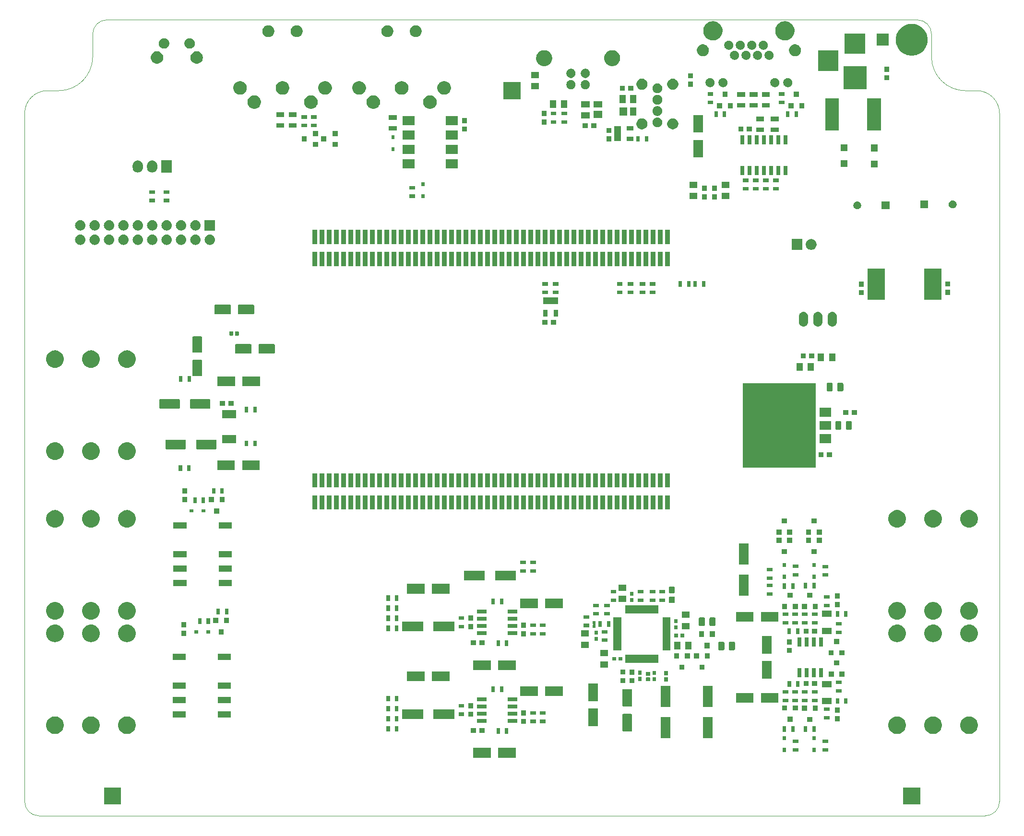
<source format=gts>
G04 #@! TF.GenerationSoftware,KiCad,Pcbnew,5.0.2-bee76a0~70~ubuntu18.04.1*
G04 #@! TF.CreationDate,2019-04-15T14:10:49+02:00*
G04 #@! TF.ProjectId,bottom-board,626f7474-6f6d-42d6-926f-6172642e6b69,rev?*
G04 #@! TF.SameCoordinates,Original*
G04 #@! TF.FileFunction,Soldermask,Top*
G04 #@! TF.FilePolarity,Negative*
%FSLAX46Y46*%
G04 Gerber Fmt 4.6, Leading zero omitted, Abs format (unit mm)*
G04 Created by KiCad (PCBNEW 5.0.2-bee76a0~70~ubuntu18.04.1) date Mon 15 Apr 2019 02:10:49 PM CEST*
%MOMM*%
%LPD*%
G01*
G04 APERTURE LIST*
%ADD10C,0.100000*%
G04 APERTURE END LIST*
D10*
X228074346Y-32066366D02*
G75*
G02X232074346Y-36066366I0J-4000000D01*
G01*
X226074346Y-32066366D02*
G75*
G02X220074346Y-26066366I0J6000000D01*
G01*
X217574346Y-19566366D02*
G75*
G02X220074346Y-22066366I0J-2500000D01*
G01*
X72074346Y-22066366D02*
G75*
G02X74574346Y-19566366I2500000J0D01*
G01*
X72074346Y-26066366D02*
G75*
G02X66074346Y-32066366I-6000000J0D01*
G01*
X60074346Y-36066366D02*
G75*
G02X64074346Y-32066366I4000000J0D01*
G01*
X62574346Y-160066366D02*
G75*
G02X60074346Y-157566366I0J2500000D01*
G01*
X232074346Y-157566366D02*
G75*
G02X229574346Y-160066366I-2500000J0D01*
G01*
X232074350Y-36066368D02*
X232074350Y-157566368D01*
X226074345Y-32066363D02*
X228074349Y-32066363D01*
X220074348Y-22066365D02*
X220074348Y-26066366D01*
X74574344Y-19566368D02*
X217574343Y-19566368D01*
X72074346Y-26066366D02*
X72074346Y-22066365D01*
X64074345Y-32066363D02*
X66074349Y-32066363D01*
X60074344Y-157566368D02*
X60074344Y-36066368D01*
X229574345Y-160066369D02*
X62574349Y-160066369D01*
G36*
X77067540Y-158060520D02*
X74067540Y-158060520D01*
X74067540Y-155060520D01*
X77067540Y-155060520D01*
X77067540Y-158060520D01*
X77067540Y-158060520D01*
G37*
G36*
X218080720Y-158057980D02*
X215080720Y-158057980D01*
X215080720Y-155057980D01*
X218080720Y-155057980D01*
X218080720Y-158057980D01*
X218080720Y-158057980D01*
G37*
G36*
X142301430Y-149795700D02*
X139201690Y-149795700D01*
X139201690Y-148095500D01*
X142301430Y-148095500D01*
X142301430Y-149795700D01*
X142301430Y-149795700D01*
G37*
G36*
X146700710Y-149795700D02*
X143600970Y-149795700D01*
X143600970Y-148095500D01*
X146700710Y-148095500D01*
X146700710Y-149795700D01*
X146700710Y-149795700D01*
G37*
G36*
X199626900Y-148783500D02*
X199076900Y-148783500D01*
X199076900Y-148093500D01*
X199626900Y-148093500D01*
X199626900Y-148783500D01*
X199626900Y-148783500D01*
G37*
G36*
X194394500Y-148783500D02*
X193844500Y-148783500D01*
X193844500Y-148093500D01*
X194394500Y-148093500D01*
X194394500Y-148783500D01*
X194394500Y-148783500D01*
G37*
G36*
X196626100Y-148738300D02*
X195626100Y-148738300D01*
X195626100Y-148138300D01*
X196626100Y-148138300D01*
X196626100Y-148738300D01*
X196626100Y-148738300D01*
G37*
G36*
X201858500Y-148738300D02*
X200858500Y-148738300D01*
X200858500Y-148138300D01*
X201858500Y-148138300D01*
X201858500Y-148738300D01*
X201858500Y-148738300D01*
G37*
G36*
X196626100Y-147238300D02*
X195626100Y-147238300D01*
X195626100Y-146638300D01*
X196626100Y-146638300D01*
X196626100Y-147238300D01*
X196626100Y-147238300D01*
G37*
G36*
X201858500Y-147238300D02*
X200858500Y-147238300D01*
X200858500Y-146638300D01*
X201858500Y-146638300D01*
X201858500Y-147238300D01*
X201858500Y-147238300D01*
G37*
G36*
X199626900Y-146673500D02*
X199076900Y-146673500D01*
X199076900Y-145983500D01*
X199626900Y-145983500D01*
X199626900Y-146673500D01*
X199626900Y-146673500D01*
G37*
G36*
X194394500Y-146673500D02*
X193844500Y-146673500D01*
X193844500Y-145983500D01*
X194394500Y-145983500D01*
X194394500Y-146673500D01*
X194394500Y-146673500D01*
G37*
G36*
X174014600Y-146340030D02*
X172314400Y-146340030D01*
X172314400Y-142640850D01*
X174014600Y-142640850D01*
X174014600Y-146340030D01*
X174014600Y-146340030D01*
G37*
G36*
X181421240Y-146322250D02*
X179721040Y-146322250D01*
X179721040Y-142623070D01*
X181421240Y-142623070D01*
X181421240Y-146322250D01*
X181421240Y-146322250D01*
G37*
G36*
X226972881Y-142550755D02*
X227172518Y-142590465D01*
X227294157Y-142640850D01*
X227454601Y-142707308D01*
X227708471Y-142876938D01*
X227924362Y-143092829D01*
X228093992Y-143346699D01*
X228126757Y-143425800D01*
X228210835Y-143628782D01*
X228270400Y-143928238D01*
X228270400Y-144233562D01*
X228210835Y-144533018D01*
X228132940Y-144721073D01*
X228093992Y-144815101D01*
X227924362Y-145068971D01*
X227708471Y-145284862D01*
X227454601Y-145454492D01*
X227360573Y-145493440D01*
X227172518Y-145571335D01*
X226972881Y-145611045D01*
X226873063Y-145630900D01*
X226567737Y-145630900D01*
X226467919Y-145611045D01*
X226268282Y-145571335D01*
X226080227Y-145493440D01*
X225986199Y-145454492D01*
X225732329Y-145284862D01*
X225516438Y-145068971D01*
X225346808Y-144815101D01*
X225307860Y-144721073D01*
X225229965Y-144533018D01*
X225170400Y-144233562D01*
X225170400Y-143928238D01*
X225229965Y-143628782D01*
X225314043Y-143425800D01*
X225346808Y-143346699D01*
X225516438Y-143092829D01*
X225732329Y-142876938D01*
X225986199Y-142707308D01*
X226146643Y-142640850D01*
X226268282Y-142590465D01*
X226467919Y-142550755D01*
X226567737Y-142530900D01*
X226873063Y-142530900D01*
X226972881Y-142550755D01*
X226972881Y-142550755D01*
G37*
G36*
X214272881Y-142550755D02*
X214472518Y-142590465D01*
X214594157Y-142640850D01*
X214754601Y-142707308D01*
X215008471Y-142876938D01*
X215224362Y-143092829D01*
X215393992Y-143346699D01*
X215426757Y-143425800D01*
X215510835Y-143628782D01*
X215570400Y-143928238D01*
X215570400Y-144233562D01*
X215510835Y-144533018D01*
X215432940Y-144721073D01*
X215393992Y-144815101D01*
X215224362Y-145068971D01*
X215008471Y-145284862D01*
X214754601Y-145454492D01*
X214660573Y-145493440D01*
X214472518Y-145571335D01*
X214272881Y-145611045D01*
X214173063Y-145630900D01*
X213867737Y-145630900D01*
X213767919Y-145611045D01*
X213568282Y-145571335D01*
X213380227Y-145493440D01*
X213286199Y-145454492D01*
X213032329Y-145284862D01*
X212816438Y-145068971D01*
X212646808Y-144815101D01*
X212607860Y-144721073D01*
X212529965Y-144533018D01*
X212470400Y-144233562D01*
X212470400Y-143928238D01*
X212529965Y-143628782D01*
X212614043Y-143425800D01*
X212646808Y-143346699D01*
X212816438Y-143092829D01*
X213032329Y-142876938D01*
X213286199Y-142707308D01*
X213446643Y-142640850D01*
X213568282Y-142590465D01*
X213767919Y-142550755D01*
X213867737Y-142530900D01*
X214173063Y-142530900D01*
X214272881Y-142550755D01*
X214272881Y-142550755D01*
G37*
G36*
X220622881Y-142550755D02*
X220822518Y-142590465D01*
X220944157Y-142640850D01*
X221104601Y-142707308D01*
X221358471Y-142876938D01*
X221574362Y-143092829D01*
X221743992Y-143346699D01*
X221776757Y-143425800D01*
X221860835Y-143628782D01*
X221920400Y-143928238D01*
X221920400Y-144233562D01*
X221860835Y-144533018D01*
X221782940Y-144721073D01*
X221743992Y-144815101D01*
X221574362Y-145068971D01*
X221358471Y-145284862D01*
X221104601Y-145454492D01*
X221010573Y-145493440D01*
X220822518Y-145571335D01*
X220622881Y-145611045D01*
X220523063Y-145630900D01*
X220217737Y-145630900D01*
X220117919Y-145611045D01*
X219918282Y-145571335D01*
X219730227Y-145493440D01*
X219636199Y-145454492D01*
X219382329Y-145284862D01*
X219166438Y-145068971D01*
X218996808Y-144815101D01*
X218957860Y-144721073D01*
X218879965Y-144533018D01*
X218820400Y-144233562D01*
X218820400Y-143928238D01*
X218879965Y-143628782D01*
X218964043Y-143425800D01*
X218996808Y-143346699D01*
X219166438Y-143092829D01*
X219382329Y-142876938D01*
X219636199Y-142707308D01*
X219796643Y-142640850D01*
X219918282Y-142590465D01*
X220117919Y-142550755D01*
X220217737Y-142530900D01*
X220523063Y-142530900D01*
X220622881Y-142550755D01*
X220622881Y-142550755D01*
G37*
G36*
X65677801Y-142548815D02*
X65877438Y-142588525D01*
X66065493Y-142666420D01*
X66159521Y-142705368D01*
X66413391Y-142874998D01*
X66629282Y-143090889D01*
X66798912Y-143344759D01*
X66799716Y-143346700D01*
X66915755Y-143626842D01*
X66975320Y-143926298D01*
X66975320Y-144231622D01*
X66915755Y-144531078D01*
X66837860Y-144719133D01*
X66798912Y-144813161D01*
X66629282Y-145067031D01*
X66413391Y-145282922D01*
X66159521Y-145452552D01*
X66065493Y-145491500D01*
X65877438Y-145569395D01*
X65677801Y-145609105D01*
X65577983Y-145628960D01*
X65272657Y-145628960D01*
X65172839Y-145609105D01*
X64973202Y-145569395D01*
X64785147Y-145491500D01*
X64691119Y-145452552D01*
X64437249Y-145282922D01*
X64221358Y-145067031D01*
X64051728Y-144813161D01*
X64012780Y-144719133D01*
X63934885Y-144531078D01*
X63875320Y-144231622D01*
X63875320Y-143926298D01*
X63934885Y-143626842D01*
X64050924Y-143346700D01*
X64051728Y-143344759D01*
X64221358Y-143090889D01*
X64437249Y-142874998D01*
X64691119Y-142705368D01*
X64785147Y-142666420D01*
X64973202Y-142588525D01*
X65172839Y-142548815D01*
X65272657Y-142528960D01*
X65577983Y-142528960D01*
X65677801Y-142548815D01*
X65677801Y-142548815D01*
G37*
G36*
X78377801Y-142548815D02*
X78577438Y-142588525D01*
X78765493Y-142666420D01*
X78859521Y-142705368D01*
X79113391Y-142874998D01*
X79329282Y-143090889D01*
X79498912Y-143344759D01*
X79499716Y-143346700D01*
X79615755Y-143626842D01*
X79675320Y-143926298D01*
X79675320Y-144231622D01*
X79615755Y-144531078D01*
X79537860Y-144719133D01*
X79498912Y-144813161D01*
X79329282Y-145067031D01*
X79113391Y-145282922D01*
X78859521Y-145452552D01*
X78765493Y-145491500D01*
X78577438Y-145569395D01*
X78377801Y-145609105D01*
X78277983Y-145628960D01*
X77972657Y-145628960D01*
X77872839Y-145609105D01*
X77673202Y-145569395D01*
X77485147Y-145491500D01*
X77391119Y-145452552D01*
X77137249Y-145282922D01*
X76921358Y-145067031D01*
X76751728Y-144813161D01*
X76712780Y-144719133D01*
X76634885Y-144531078D01*
X76575320Y-144231622D01*
X76575320Y-143926298D01*
X76634885Y-143626842D01*
X76750924Y-143346700D01*
X76751728Y-143344759D01*
X76921358Y-143090889D01*
X77137249Y-142874998D01*
X77391119Y-142705368D01*
X77485147Y-142666420D01*
X77673202Y-142588525D01*
X77872839Y-142548815D01*
X77972657Y-142528960D01*
X78277983Y-142528960D01*
X78377801Y-142548815D01*
X78377801Y-142548815D01*
G37*
G36*
X72027801Y-142548815D02*
X72227438Y-142588525D01*
X72415493Y-142666420D01*
X72509521Y-142705368D01*
X72763391Y-142874998D01*
X72979282Y-143090889D01*
X73148912Y-143344759D01*
X73149716Y-143346700D01*
X73265755Y-143626842D01*
X73325320Y-143926298D01*
X73325320Y-144231622D01*
X73265755Y-144531078D01*
X73187860Y-144719133D01*
X73148912Y-144813161D01*
X72979282Y-145067031D01*
X72763391Y-145282922D01*
X72509521Y-145452552D01*
X72415493Y-145491500D01*
X72227438Y-145569395D01*
X72027801Y-145609105D01*
X71927983Y-145628960D01*
X71622657Y-145628960D01*
X71522839Y-145609105D01*
X71323202Y-145569395D01*
X71135147Y-145491500D01*
X71041119Y-145452552D01*
X70787249Y-145282922D01*
X70571358Y-145067031D01*
X70401728Y-144813161D01*
X70362780Y-144719133D01*
X70284885Y-144531078D01*
X70225320Y-144231622D01*
X70225320Y-143926298D01*
X70284885Y-143626842D01*
X70400924Y-143346700D01*
X70401728Y-143344759D01*
X70571358Y-143090889D01*
X70787249Y-142874998D01*
X71041119Y-142705368D01*
X71135147Y-142666420D01*
X71323202Y-142588525D01*
X71522839Y-142548815D01*
X71622657Y-142528960D01*
X71927983Y-142528960D01*
X72027801Y-142548815D01*
X72027801Y-142548815D01*
G37*
G36*
X143923600Y-145559400D02*
X143323600Y-145559400D01*
X143323600Y-144559400D01*
X143923600Y-144559400D01*
X143923600Y-145559400D01*
X143923600Y-145559400D01*
G37*
G36*
X145423600Y-145559400D02*
X144823600Y-145559400D01*
X144823600Y-144559400D01*
X145423600Y-144559400D01*
X145423600Y-145559400D01*
X145423600Y-145559400D01*
G37*
G36*
X139704800Y-145433600D02*
X138804800Y-145433600D01*
X138804800Y-144583600D01*
X139704800Y-144583600D01*
X139704800Y-145433600D01*
X139704800Y-145433600D01*
G37*
G36*
X141204800Y-145433600D02*
X140304800Y-145433600D01*
X140304800Y-144583600D01*
X141204800Y-144583600D01*
X141204800Y-145433600D01*
X141204800Y-145433600D01*
G37*
G36*
X194408640Y-145234280D02*
X193808640Y-145234280D01*
X193808640Y-144234280D01*
X194408640Y-144234280D01*
X194408640Y-145234280D01*
X194408640Y-145234280D01*
G37*
G36*
X198155140Y-145234280D02*
X197555140Y-145234280D01*
X197555140Y-144234280D01*
X198155140Y-144234280D01*
X198155140Y-145234280D01*
X198155140Y-145234280D01*
G37*
G36*
X199655140Y-145234280D02*
X199055140Y-145234280D01*
X199055140Y-144234280D01*
X199655140Y-144234280D01*
X199655140Y-145234280D01*
X199655140Y-145234280D01*
G37*
G36*
X195908640Y-145234280D02*
X195308640Y-145234280D01*
X195308640Y-144234280D01*
X195908640Y-144234280D01*
X195908640Y-145234280D01*
X195908640Y-145234280D01*
G37*
G36*
X124518000Y-145203800D02*
X123918000Y-145203800D01*
X123918000Y-144203800D01*
X124518000Y-144203800D01*
X124518000Y-145203800D01*
X124518000Y-145203800D01*
G37*
G36*
X126018000Y-145203800D02*
X125418000Y-145203800D01*
X125418000Y-144203800D01*
X126018000Y-144203800D01*
X126018000Y-145203800D01*
X126018000Y-145203800D01*
G37*
G36*
X167095571Y-142086685D02*
X167129163Y-142096876D01*
X167160124Y-142113425D01*
X167187263Y-142135697D01*
X167209535Y-142162836D01*
X167226084Y-142193797D01*
X167236275Y-142227389D01*
X167240320Y-142268465D01*
X167240320Y-144996815D01*
X167236275Y-145037891D01*
X167226084Y-145071483D01*
X167209535Y-145102444D01*
X167187263Y-145129583D01*
X167160124Y-145151855D01*
X167129163Y-145168404D01*
X167095571Y-145178595D01*
X167054495Y-145182640D01*
X165726145Y-145182640D01*
X165685069Y-145178595D01*
X165651477Y-145168404D01*
X165620516Y-145151855D01*
X165593377Y-145129583D01*
X165571105Y-145102444D01*
X165554556Y-145071483D01*
X165544365Y-145037891D01*
X165540320Y-144996815D01*
X165540320Y-142268465D01*
X165544365Y-142227389D01*
X165554556Y-142193797D01*
X165571105Y-142162836D01*
X165593377Y-142135697D01*
X165620516Y-142113425D01*
X165651477Y-142096876D01*
X165685069Y-142086685D01*
X165726145Y-142082640D01*
X167054495Y-142082640D01*
X167095571Y-142086685D01*
X167095571Y-142086685D01*
G37*
G36*
X161225700Y-144211510D02*
X159525500Y-144211510D01*
X159525500Y-141111770D01*
X161225700Y-141111770D01*
X161225700Y-144211510D01*
X161225700Y-144211510D01*
G37*
G36*
X148507000Y-143846400D02*
X147657000Y-143846400D01*
X147657000Y-142946400D01*
X148507000Y-142946400D01*
X148507000Y-143846400D01*
X148507000Y-143846400D01*
G37*
G36*
X150258400Y-143696400D02*
X149258400Y-143696400D01*
X149258400Y-143096400D01*
X150258400Y-143096400D01*
X150258400Y-143696400D01*
X150258400Y-143696400D01*
G37*
G36*
X151985600Y-143696400D02*
X150985600Y-143696400D01*
X150985600Y-143096400D01*
X151985600Y-143096400D01*
X151985600Y-143696400D01*
X151985600Y-143696400D01*
G37*
G36*
X146971500Y-143631400D02*
X145321500Y-143631400D01*
X145321500Y-142931400D01*
X146971500Y-142931400D01*
X146971500Y-143631400D01*
X146971500Y-143631400D01*
G37*
G36*
X141571500Y-143631400D02*
X139921500Y-143631400D01*
X139921500Y-142931400D01*
X141571500Y-142931400D01*
X141571500Y-143631400D01*
X141571500Y-143631400D01*
G37*
G36*
X199055190Y-143515550D02*
X198155090Y-143515550D01*
X198155090Y-142615450D01*
X199055190Y-142615450D01*
X199055190Y-143515550D01*
X199055190Y-143515550D01*
G37*
G36*
X195562690Y-143477450D02*
X194662590Y-143477450D01*
X194662590Y-142577350D01*
X195562690Y-142577350D01*
X195562690Y-143477450D01*
X195562690Y-143477450D01*
G37*
G36*
X126018000Y-143425800D02*
X125418000Y-143425800D01*
X125418000Y-142425800D01*
X126018000Y-142425800D01*
X126018000Y-143425800D01*
X126018000Y-143425800D01*
G37*
G36*
X124518000Y-143425800D02*
X123918000Y-143425800D01*
X123918000Y-142425800D01*
X124518000Y-142425800D01*
X124518000Y-143425800D01*
X124518000Y-143425800D01*
G37*
G36*
X203894240Y-143368880D02*
X203044240Y-143368880D01*
X203044240Y-142468880D01*
X203894240Y-142468880D01*
X203894240Y-143368880D01*
X203894240Y-143368880D01*
G37*
G36*
X202076940Y-143066480D02*
X201076940Y-143066480D01*
X201076940Y-142466480D01*
X202076940Y-142466480D01*
X202076940Y-143066480D01*
X202076940Y-143066480D01*
G37*
G36*
X130391370Y-142988500D02*
X126692190Y-142988500D01*
X126692190Y-141288300D01*
X130391370Y-141288300D01*
X130391370Y-142988500D01*
X130391370Y-142988500D01*
G37*
G36*
X135893010Y-142988500D02*
X132193830Y-142988500D01*
X132193830Y-141288300D01*
X135893010Y-141288300D01*
X135893010Y-142988500D01*
X135893010Y-142988500D01*
G37*
G36*
X96487540Y-142690520D02*
X94187540Y-142690520D01*
X94187540Y-141590520D01*
X96487540Y-141590520D01*
X96487540Y-142690520D01*
X96487540Y-142690520D01*
G37*
G36*
X88487540Y-142690520D02*
X86187540Y-142690520D01*
X86187540Y-141590520D01*
X88487540Y-141590520D01*
X88487540Y-142690520D01*
X88487540Y-142690520D01*
G37*
G36*
X139236000Y-142576400D02*
X138386000Y-142576400D01*
X138386000Y-141676400D01*
X139236000Y-141676400D01*
X139236000Y-142576400D01*
X139236000Y-142576400D01*
G37*
G36*
X137634600Y-142426400D02*
X136634600Y-142426400D01*
X136634600Y-141826400D01*
X137634600Y-141826400D01*
X137634600Y-142426400D01*
X137634600Y-142426400D01*
G37*
G36*
X146971500Y-142361400D02*
X145321500Y-142361400D01*
X145321500Y-141661400D01*
X146971500Y-141661400D01*
X146971500Y-142361400D01*
X146971500Y-142361400D01*
G37*
G36*
X141571500Y-142361400D02*
X139921500Y-142361400D01*
X139921500Y-141661400D01*
X141571500Y-141661400D01*
X141571500Y-142361400D01*
X141571500Y-142361400D01*
G37*
G36*
X148507000Y-142346400D02*
X147657000Y-142346400D01*
X147657000Y-141446400D01*
X148507000Y-141446400D01*
X148507000Y-142346400D01*
X148507000Y-142346400D01*
G37*
G36*
X151985600Y-142196400D02*
X150985600Y-142196400D01*
X150985600Y-141596400D01*
X151985600Y-141596400D01*
X151985600Y-142196400D01*
X151985600Y-142196400D01*
G37*
G36*
X150258400Y-142196400D02*
X149258400Y-142196400D01*
X149258400Y-141596400D01*
X150258400Y-141596400D01*
X150258400Y-142196400D01*
X150258400Y-142196400D01*
G37*
G36*
X203894240Y-141868880D02*
X203044240Y-141868880D01*
X203044240Y-140968880D01*
X203894240Y-140968880D01*
X203894240Y-141868880D01*
X203894240Y-141868880D01*
G37*
G36*
X124518000Y-141647800D02*
X123918000Y-141647800D01*
X123918000Y-140647800D01*
X124518000Y-140647800D01*
X124518000Y-141647800D01*
X124518000Y-141647800D01*
G37*
G36*
X126018000Y-141647800D02*
X125418000Y-141647800D01*
X125418000Y-140647800D01*
X126018000Y-140647800D01*
X126018000Y-141647800D01*
X126018000Y-141647800D01*
G37*
G36*
X202076940Y-141566480D02*
X201076940Y-141566480D01*
X201076940Y-140966480D01*
X202076940Y-140966480D01*
X202076940Y-141566480D01*
X202076940Y-141566480D01*
G37*
G36*
X198105190Y-141516570D02*
X197205090Y-141516570D01*
X197205090Y-140616470D01*
X198105190Y-140616470D01*
X198105190Y-141516570D01*
X198105190Y-141516570D01*
G37*
G36*
X200005190Y-141516570D02*
X199105090Y-141516570D01*
X199105090Y-140616470D01*
X200005190Y-140616470D01*
X200005190Y-141516570D01*
X200005190Y-141516570D01*
G37*
G36*
X196512690Y-141478470D02*
X195612590Y-141478470D01*
X195612590Y-140578370D01*
X196512690Y-140578370D01*
X196512690Y-141478470D01*
X196512690Y-141478470D01*
G37*
G36*
X194612690Y-141478470D02*
X193712590Y-141478470D01*
X193712590Y-140578370D01*
X194612690Y-140578370D01*
X194612690Y-141478470D01*
X194612690Y-141478470D01*
G37*
G36*
X141571500Y-141091400D02*
X139921500Y-141091400D01*
X139921500Y-140391400D01*
X141571500Y-140391400D01*
X141571500Y-141091400D01*
X141571500Y-141091400D01*
G37*
G36*
X146971500Y-141091400D02*
X145321500Y-141091400D01*
X145321500Y-140391400D01*
X146971500Y-140391400D01*
X146971500Y-141091400D01*
X146971500Y-141091400D01*
G37*
G36*
X139236000Y-141076400D02*
X138386000Y-141076400D01*
X138386000Y-140176400D01*
X139236000Y-140176400D01*
X139236000Y-141076400D01*
X139236000Y-141076400D01*
G37*
G36*
X137634600Y-140926400D02*
X136634600Y-140926400D01*
X136634600Y-140326400D01*
X137634600Y-140326400D01*
X137634600Y-140926400D01*
X137634600Y-140926400D01*
G37*
G36*
X174014600Y-140838390D02*
X172314400Y-140838390D01*
X172314400Y-137139210D01*
X174014600Y-137139210D01*
X174014600Y-140838390D01*
X174014600Y-140838390D01*
G37*
G36*
X181421240Y-140820610D02*
X179721040Y-140820610D01*
X179721040Y-137121430D01*
X181421240Y-137121430D01*
X181421240Y-140820610D01*
X181421240Y-140820610D01*
G37*
G36*
X167095571Y-137686685D02*
X167129163Y-137696876D01*
X167160124Y-137713425D01*
X167187263Y-137735697D01*
X167209535Y-137762836D01*
X167226084Y-137793797D01*
X167236275Y-137827389D01*
X167240320Y-137868465D01*
X167240320Y-140596815D01*
X167236275Y-140637891D01*
X167226084Y-140671483D01*
X167209535Y-140702444D01*
X167187263Y-140729583D01*
X167160124Y-140751855D01*
X167129163Y-140768404D01*
X167095571Y-140778595D01*
X167054495Y-140782640D01*
X165726145Y-140782640D01*
X165685069Y-140778595D01*
X165651477Y-140768404D01*
X165620516Y-140751855D01*
X165593377Y-140729583D01*
X165571105Y-140702444D01*
X165554556Y-140671483D01*
X165544365Y-140637891D01*
X165540320Y-140596815D01*
X165540320Y-137868465D01*
X165544365Y-137827389D01*
X165554556Y-137793797D01*
X165571105Y-137762836D01*
X165593377Y-137735697D01*
X165620516Y-137713425D01*
X165651477Y-137696876D01*
X165685069Y-137686685D01*
X165726145Y-137682640D01*
X167054495Y-137682640D01*
X167095571Y-137686685D01*
X167095571Y-137686685D01*
G37*
G36*
X202424400Y-140353000D02*
X200724400Y-140353000D01*
X200724400Y-139253000D01*
X202424400Y-139253000D01*
X202424400Y-140353000D01*
X202424400Y-140353000D01*
G37*
G36*
X205268540Y-140293980D02*
X204668540Y-140293980D01*
X204668540Y-139293980D01*
X205268540Y-139293980D01*
X205268540Y-140293980D01*
X205268540Y-140293980D01*
G37*
G36*
X203768540Y-140293980D02*
X203168540Y-140293980D01*
X203168540Y-139293980D01*
X203768540Y-139293980D01*
X203768540Y-140293980D01*
X203768540Y-140293980D01*
G37*
G36*
X88487540Y-140150520D02*
X86187540Y-140150520D01*
X86187540Y-139050520D01*
X88487540Y-139050520D01*
X88487540Y-140150520D01*
X88487540Y-140150520D01*
G37*
G36*
X96487540Y-140150520D02*
X94187540Y-140150520D01*
X94187540Y-139050520D01*
X96487540Y-139050520D01*
X96487540Y-140150520D01*
X96487540Y-140150520D01*
G37*
G36*
X188681830Y-140092900D02*
X185582090Y-140092900D01*
X185582090Y-138392700D01*
X188681830Y-138392700D01*
X188681830Y-140092900D01*
X188681830Y-140092900D01*
G37*
G36*
X193081110Y-140092900D02*
X189981370Y-140092900D01*
X189981370Y-138392700D01*
X193081110Y-138392700D01*
X193081110Y-140092900D01*
X193081110Y-140092900D01*
G37*
G36*
X199968740Y-140005780D02*
X198968740Y-140005780D01*
X198968740Y-139405780D01*
X199968740Y-139405780D01*
X199968740Y-140005780D01*
X199968740Y-140005780D01*
G37*
G36*
X196514340Y-140005780D02*
X195514340Y-140005780D01*
X195514340Y-139405780D01*
X196514340Y-139405780D01*
X196514340Y-140005780D01*
X196514340Y-140005780D01*
G37*
G36*
X194787140Y-140005780D02*
X193787140Y-140005780D01*
X193787140Y-139405780D01*
X194787140Y-139405780D01*
X194787140Y-140005780D01*
X194787140Y-140005780D01*
G37*
G36*
X198241540Y-140005780D02*
X197241540Y-140005780D01*
X197241540Y-139405780D01*
X198241540Y-139405780D01*
X198241540Y-140005780D01*
X198241540Y-140005780D01*
G37*
G36*
X124518000Y-139869800D02*
X123918000Y-139869800D01*
X123918000Y-138869800D01*
X124518000Y-138869800D01*
X124518000Y-139869800D01*
X124518000Y-139869800D01*
G37*
G36*
X126018000Y-139869800D02*
X125418000Y-139869800D01*
X125418000Y-138869800D01*
X126018000Y-138869800D01*
X126018000Y-139869800D01*
X126018000Y-139869800D01*
G37*
G36*
X141571500Y-139821400D02*
X139921500Y-139821400D01*
X139921500Y-139121400D01*
X141571500Y-139121400D01*
X141571500Y-139821400D01*
X141571500Y-139821400D01*
G37*
G36*
X146971500Y-139821400D02*
X145321500Y-139821400D01*
X145321500Y-139121400D01*
X146971500Y-139121400D01*
X146971500Y-139821400D01*
X146971500Y-139821400D01*
G37*
G36*
X161225700Y-139812230D02*
X159525500Y-139812230D01*
X159525500Y-136712490D01*
X161225700Y-136712490D01*
X161225700Y-139812230D01*
X161225700Y-139812230D01*
G37*
G36*
X150632630Y-138924500D02*
X147532890Y-138924500D01*
X147532890Y-137224300D01*
X150632630Y-137224300D01*
X150632630Y-138924500D01*
X150632630Y-138924500D01*
G37*
G36*
X155031910Y-138924500D02*
X151932170Y-138924500D01*
X151932170Y-137224300D01*
X155031910Y-137224300D01*
X155031910Y-138924500D01*
X155031910Y-138924500D01*
G37*
G36*
X198241540Y-138505780D02*
X197241540Y-138505780D01*
X197241540Y-137905780D01*
X198241540Y-137905780D01*
X198241540Y-138505780D01*
X198241540Y-138505780D01*
G37*
G36*
X194787140Y-138505780D02*
X193787140Y-138505780D01*
X193787140Y-137905780D01*
X194787140Y-137905780D01*
X194787140Y-138505780D01*
X194787140Y-138505780D01*
G37*
G36*
X196514340Y-138505780D02*
X195514340Y-138505780D01*
X195514340Y-137905780D01*
X196514340Y-137905780D01*
X196514340Y-138505780D01*
X196514340Y-138505780D01*
G37*
G36*
X199968740Y-138505780D02*
X198968740Y-138505780D01*
X198968740Y-137905780D01*
X199968740Y-137905780D01*
X199968740Y-138505780D01*
X199968740Y-138505780D01*
G37*
G36*
X204210540Y-138329380D02*
X203210540Y-138329380D01*
X203210540Y-137729380D01*
X204210540Y-137729380D01*
X204210540Y-138329380D01*
X204210540Y-138329380D01*
G37*
G36*
X144534600Y-138193400D02*
X143934600Y-138193400D01*
X143934600Y-137193400D01*
X144534600Y-137193400D01*
X144534600Y-138193400D01*
X144534600Y-138193400D01*
G37*
G36*
X143034600Y-138193400D02*
X142434600Y-138193400D01*
X142434600Y-137193400D01*
X143034600Y-137193400D01*
X143034600Y-138193400D01*
X143034600Y-138193400D01*
G37*
G36*
X96487540Y-137610520D02*
X94187540Y-137610520D01*
X94187540Y-136510520D01*
X96487540Y-136510520D01*
X96487540Y-137610520D01*
X96487540Y-137610520D01*
G37*
G36*
X88487540Y-137610520D02*
X86187540Y-137610520D01*
X86187540Y-136510520D01*
X88487540Y-136510520D01*
X88487540Y-137610520D01*
X88487540Y-137610520D01*
G37*
G36*
X202424400Y-137353000D02*
X200724400Y-137353000D01*
X200724400Y-136253000D01*
X202424400Y-136253000D01*
X202424400Y-137353000D01*
X202424400Y-137353000D01*
G37*
G36*
X196797640Y-137284080D02*
X196197640Y-137284080D01*
X196197640Y-136284080D01*
X196797640Y-136284080D01*
X196797640Y-137284080D01*
X196797640Y-137284080D01*
G37*
G36*
X195297640Y-137284080D02*
X194697640Y-137284080D01*
X194697640Y-136284080D01*
X195297640Y-136284080D01*
X195297640Y-137284080D01*
X195297640Y-137284080D01*
G37*
G36*
X199906740Y-137170980D02*
X199006740Y-137170980D01*
X199006740Y-136320980D01*
X199906740Y-136320980D01*
X199906740Y-137170980D01*
X199906740Y-137170980D01*
G37*
G36*
X198406740Y-137170980D02*
X197506740Y-137170980D01*
X197506740Y-136320980D01*
X198406740Y-136320980D01*
X198406740Y-137170980D01*
X198406740Y-137170980D01*
G37*
G36*
X204210540Y-136829380D02*
X203210540Y-136829380D01*
X203210540Y-136229380D01*
X204210540Y-136229380D01*
X204210540Y-136829380D01*
X204210540Y-136829380D01*
G37*
G36*
X167612880Y-136656360D02*
X166762880Y-136656360D01*
X166762880Y-135756360D01*
X167612880Y-135756360D01*
X167612880Y-136656360D01*
X167612880Y-136656360D01*
G37*
G36*
X166022840Y-136635340D02*
X165172840Y-136635340D01*
X165172840Y-135735340D01*
X166022840Y-135735340D01*
X166022840Y-136635340D01*
X166022840Y-136635340D01*
G37*
G36*
X173538160Y-136346680D02*
X172938160Y-136346680D01*
X172938160Y-135646680D01*
X173538160Y-135646680D01*
X173538160Y-136346680D01*
X173538160Y-136346680D01*
G37*
G36*
X170347040Y-135628706D02*
X170367566Y-135634933D01*
X170386473Y-135645039D01*
X170403054Y-135658646D01*
X170416661Y-135675227D01*
X170426767Y-135694134D01*
X170432994Y-135714660D01*
X170435700Y-135742138D01*
X170435700Y-136199862D01*
X170432994Y-136227340D01*
X170426767Y-136247866D01*
X170416661Y-136266773D01*
X170403054Y-136283354D01*
X170386473Y-136296961D01*
X170367566Y-136307067D01*
X170347040Y-136313294D01*
X170319562Y-136316000D01*
X169811838Y-136316000D01*
X169784360Y-136313294D01*
X169763834Y-136307067D01*
X169744927Y-136296961D01*
X169728346Y-136283354D01*
X169714739Y-136266773D01*
X169704633Y-136247866D01*
X169698406Y-136227340D01*
X169695700Y-136199862D01*
X169695700Y-135742138D01*
X169698406Y-135714660D01*
X169704633Y-135694134D01*
X169714739Y-135675227D01*
X169728346Y-135658646D01*
X169744927Y-135645039D01*
X169763834Y-135634933D01*
X169784360Y-135628706D01*
X169811838Y-135626000D01*
X170319562Y-135626000D01*
X170347040Y-135628706D01*
X170347040Y-135628706D01*
G37*
G36*
X135016710Y-136282900D02*
X131916970Y-136282900D01*
X131916970Y-134582700D01*
X135016710Y-134582700D01*
X135016710Y-136282900D01*
X135016710Y-136282900D01*
G37*
G36*
X130617430Y-136282900D02*
X127517690Y-136282900D01*
X127517690Y-134582700D01*
X130617430Y-134582700D01*
X130617430Y-136282900D01*
X130617430Y-136282900D01*
G37*
G36*
X171490920Y-136278100D02*
X170890920Y-136278100D01*
X170890920Y-135578100D01*
X171490920Y-135578100D01*
X171490920Y-136278100D01*
X171490920Y-136278100D01*
G37*
G36*
X168897580Y-136255420D02*
X168297580Y-136255420D01*
X168297580Y-135555420D01*
X168897580Y-135555420D01*
X168897580Y-136255420D01*
X168897580Y-136255420D01*
G37*
G36*
X191875880Y-135844730D02*
X190175680Y-135844730D01*
X190175680Y-132744990D01*
X191875880Y-132744990D01*
X191875880Y-135844730D01*
X191875880Y-135844730D01*
G37*
G36*
X199684120Y-135620220D02*
X198984120Y-135620220D01*
X198984120Y-133970220D01*
X199684120Y-133970220D01*
X199684120Y-135620220D01*
X199684120Y-135620220D01*
G37*
G36*
X197144120Y-135620220D02*
X196444120Y-135620220D01*
X196444120Y-133970220D01*
X197144120Y-133970220D01*
X197144120Y-135620220D01*
X197144120Y-135620220D01*
G37*
G36*
X200954120Y-135620220D02*
X200254120Y-135620220D01*
X200254120Y-133970220D01*
X200954120Y-133970220D01*
X200954120Y-135620220D01*
X200954120Y-135620220D01*
G37*
G36*
X198414120Y-135620220D02*
X197714120Y-135620220D01*
X197714120Y-133970220D01*
X198414120Y-133970220D01*
X198414120Y-135620220D01*
X198414120Y-135620220D01*
G37*
G36*
X204729590Y-135504390D02*
X203829490Y-135504390D01*
X203829490Y-134604290D01*
X204729590Y-134604290D01*
X204729590Y-135504390D01*
X204729590Y-135504390D01*
G37*
G36*
X202829590Y-135504390D02*
X201929490Y-135504390D01*
X201929490Y-134604290D01*
X202829590Y-134604290D01*
X202829590Y-135504390D01*
X202829590Y-135504390D01*
G37*
G36*
X170347040Y-134658706D02*
X170367566Y-134664933D01*
X170386473Y-134675039D01*
X170403054Y-134688646D01*
X170416661Y-134705227D01*
X170426767Y-134724134D01*
X170432994Y-134744660D01*
X170435700Y-134772138D01*
X170435700Y-135229862D01*
X170432994Y-135257340D01*
X170426767Y-135277866D01*
X170416661Y-135296773D01*
X170403054Y-135313354D01*
X170386473Y-135326961D01*
X170367566Y-135337067D01*
X170347040Y-135343294D01*
X170319562Y-135346000D01*
X169811838Y-135346000D01*
X169784360Y-135343294D01*
X169763834Y-135337067D01*
X169744927Y-135326961D01*
X169728346Y-135313354D01*
X169714739Y-135296773D01*
X169704633Y-135277866D01*
X169698406Y-135257340D01*
X169695700Y-135229862D01*
X169695700Y-134772138D01*
X169698406Y-134744660D01*
X169704633Y-134724134D01*
X169714739Y-134705227D01*
X169728346Y-134688646D01*
X169744927Y-134675039D01*
X169763834Y-134664933D01*
X169784360Y-134658706D01*
X169811838Y-134656000D01*
X170319562Y-134656000D01*
X170347040Y-134658706D01*
X170347040Y-134658706D01*
G37*
G36*
X173538160Y-135246680D02*
X172938160Y-135246680D01*
X172938160Y-134546680D01*
X173538160Y-134546680D01*
X173538160Y-135246680D01*
X173538160Y-135246680D01*
G37*
G36*
X171490920Y-135178100D02*
X170890920Y-135178100D01*
X170890920Y-134478100D01*
X171490920Y-134478100D01*
X171490920Y-135178100D01*
X171490920Y-135178100D01*
G37*
G36*
X167612880Y-135156360D02*
X166762880Y-135156360D01*
X166762880Y-134256360D01*
X167612880Y-134256360D01*
X167612880Y-135156360D01*
X167612880Y-135156360D01*
G37*
G36*
X168897580Y-135155420D02*
X168297580Y-135155420D01*
X168297580Y-134455420D01*
X168897580Y-134455420D01*
X168897580Y-135155420D01*
X168897580Y-135155420D01*
G37*
G36*
X166022840Y-135135340D02*
X165172840Y-135135340D01*
X165172840Y-134235340D01*
X166022840Y-134235340D01*
X166022840Y-135135340D01*
X166022840Y-135135340D01*
G37*
G36*
X146700710Y-134327100D02*
X143600970Y-134327100D01*
X143600970Y-132626900D01*
X146700710Y-132626900D01*
X146700710Y-134327100D01*
X146700710Y-134327100D01*
G37*
G36*
X142301430Y-134327100D02*
X139201690Y-134327100D01*
X139201690Y-132626900D01*
X142301430Y-132626900D01*
X142301430Y-134327100D01*
X142301430Y-134327100D01*
G37*
G36*
X176497450Y-134290270D02*
X175597350Y-134290270D01*
X175597350Y-133390170D01*
X176497450Y-133390170D01*
X176497450Y-134290270D01*
X176497450Y-134290270D01*
G37*
G36*
X180028050Y-134290270D02*
X179127950Y-134290270D01*
X179127950Y-133390170D01*
X180028050Y-133390170D01*
X180028050Y-134290270D01*
X180028050Y-134290270D01*
G37*
G36*
X163006400Y-133909400D02*
X161656400Y-133909400D01*
X161656400Y-132809400D01*
X163006400Y-132809400D01*
X163006400Y-133909400D01*
X163006400Y-133909400D01*
G37*
G36*
X203779590Y-133505410D02*
X202879490Y-133505410D01*
X202879490Y-132605310D01*
X203779590Y-132605310D01*
X203779590Y-133505410D01*
X203779590Y-133505410D01*
G37*
G36*
X171912920Y-133031960D02*
X166062920Y-133031960D01*
X166062920Y-131631960D01*
X171912920Y-131631960D01*
X171912920Y-133031960D01*
X171912920Y-133031960D01*
G37*
G36*
X164417400Y-132634000D02*
X163717400Y-132634000D01*
X163717400Y-132034000D01*
X164417400Y-132034000D01*
X164417400Y-132634000D01*
X164417400Y-132634000D01*
G37*
G36*
X165517400Y-132634000D02*
X164817400Y-132634000D01*
X164817400Y-132034000D01*
X165517400Y-132034000D01*
X165517400Y-132634000D01*
X165517400Y-132634000D01*
G37*
G36*
X96487540Y-132530520D02*
X94187540Y-132530520D01*
X94187540Y-131430520D01*
X96487540Y-131430520D01*
X96487540Y-132530520D01*
X96487540Y-132530520D01*
G37*
G36*
X88487540Y-132530520D02*
X86187540Y-132530520D01*
X86187540Y-131430520D01*
X88487540Y-131430520D01*
X88487540Y-132530520D01*
X88487540Y-132530520D01*
G37*
G36*
X177447450Y-132291290D02*
X176547350Y-132291290D01*
X176547350Y-131391190D01*
X177447450Y-131391190D01*
X177447450Y-132291290D01*
X177447450Y-132291290D01*
G37*
G36*
X175547450Y-132291290D02*
X174647350Y-132291290D01*
X174647350Y-131391190D01*
X175547450Y-131391190D01*
X175547450Y-132291290D01*
X175547450Y-132291290D01*
G37*
G36*
X179078050Y-132291290D02*
X178177950Y-132291290D01*
X178177950Y-131391190D01*
X179078050Y-131391190D01*
X179078050Y-132291290D01*
X179078050Y-132291290D01*
G37*
G36*
X180978050Y-132291290D02*
X180077950Y-132291290D01*
X180077950Y-131391190D01*
X180978050Y-131391190D01*
X180978050Y-132291290D01*
X180978050Y-132291290D01*
G37*
G36*
X163006400Y-131909400D02*
X161656400Y-131909400D01*
X161656400Y-130809400D01*
X163006400Y-130809400D01*
X163006400Y-131909400D01*
X163006400Y-131909400D01*
G37*
G36*
X204727050Y-131727410D02*
X203826950Y-131727410D01*
X203826950Y-130827310D01*
X204727050Y-130827310D01*
X204727050Y-131727410D01*
X204727050Y-131727410D01*
G37*
G36*
X202827050Y-131727410D02*
X201926950Y-131727410D01*
X201926950Y-130827310D01*
X202827050Y-130827310D01*
X202827050Y-131727410D01*
X202827050Y-131727410D01*
G37*
G36*
X191875880Y-131445450D02*
X190175680Y-131445450D01*
X190175680Y-128345710D01*
X191875880Y-128345710D01*
X191875880Y-131445450D01*
X191875880Y-131445450D01*
G37*
G36*
X195423340Y-131326740D02*
X194573340Y-131326740D01*
X194573340Y-130426740D01*
X195423340Y-130426740D01*
X195423340Y-131326740D01*
X195423340Y-131326740D01*
G37*
G36*
X165337920Y-130906960D02*
X163937920Y-130906960D01*
X163937920Y-125056960D01*
X165337920Y-125056960D01*
X165337920Y-130906960D01*
X165337920Y-130906960D01*
G37*
G36*
X174037920Y-130906960D02*
X172637920Y-130906960D01*
X172637920Y-125056960D01*
X174037920Y-125056960D01*
X174037920Y-130906960D01*
X174037920Y-130906960D01*
G37*
G36*
X185235106Y-129335576D02*
X185273689Y-129347280D01*
X185309242Y-129366283D01*
X185340403Y-129391857D01*
X185365977Y-129423018D01*
X185384980Y-129458571D01*
X185396684Y-129497154D01*
X185401240Y-129543410D01*
X185401240Y-130618630D01*
X185396684Y-130664886D01*
X185384980Y-130703469D01*
X185365977Y-130739022D01*
X185340403Y-130770183D01*
X185309242Y-130795757D01*
X185273689Y-130814760D01*
X185235106Y-130826464D01*
X185188850Y-130831020D01*
X184538630Y-130831020D01*
X184492374Y-130826464D01*
X184453791Y-130814760D01*
X184418238Y-130795757D01*
X184387077Y-130770183D01*
X184361503Y-130739022D01*
X184342500Y-130703469D01*
X184330796Y-130664886D01*
X184326240Y-130618630D01*
X184326240Y-129543410D01*
X184330796Y-129497154D01*
X184342500Y-129458571D01*
X184361503Y-129423018D01*
X184387077Y-129391857D01*
X184418238Y-129366283D01*
X184453791Y-129347280D01*
X184492374Y-129335576D01*
X184538630Y-129331020D01*
X185188850Y-129331020D01*
X185235106Y-129335576D01*
X185235106Y-129335576D01*
G37*
G36*
X183360106Y-129335576D02*
X183398689Y-129347280D01*
X183434242Y-129366283D01*
X183465403Y-129391857D01*
X183490977Y-129423018D01*
X183509980Y-129458571D01*
X183521684Y-129497154D01*
X183526240Y-129543410D01*
X183526240Y-130618630D01*
X183521684Y-130664886D01*
X183509980Y-130703469D01*
X183490977Y-130739022D01*
X183465403Y-130770183D01*
X183434242Y-130795757D01*
X183398689Y-130814760D01*
X183360106Y-130826464D01*
X183313850Y-130831020D01*
X182663630Y-130831020D01*
X182617374Y-130826464D01*
X182578791Y-130814760D01*
X182543238Y-130795757D01*
X182512077Y-130770183D01*
X182486503Y-130739022D01*
X182467500Y-130703469D01*
X182455796Y-130664886D01*
X182451240Y-130618630D01*
X182451240Y-129543410D01*
X182455796Y-129497154D01*
X182467500Y-129458571D01*
X182486503Y-129423018D01*
X182512077Y-129391857D01*
X182543238Y-129366283D01*
X182578791Y-129347280D01*
X182617374Y-129335576D01*
X182663630Y-129331020D01*
X183313850Y-129331020D01*
X183360106Y-129335576D01*
X183360106Y-129335576D01*
G37*
G36*
X175749800Y-130723000D02*
X174649800Y-130723000D01*
X174649800Y-129373000D01*
X175749800Y-129373000D01*
X175749800Y-130723000D01*
X175749800Y-130723000D01*
G37*
G36*
X177749800Y-130723000D02*
X176649800Y-130723000D01*
X176649800Y-129373000D01*
X177749800Y-129373000D01*
X177749800Y-130723000D01*
X177749800Y-130723000D01*
G37*
G36*
X180904340Y-130510920D02*
X180004340Y-130510920D01*
X180004340Y-129510920D01*
X180904340Y-129510920D01*
X180904340Y-130510920D01*
X180904340Y-130510920D01*
G37*
G36*
X159597720Y-130412580D02*
X158247720Y-130412580D01*
X158247720Y-129312580D01*
X159597720Y-129312580D01*
X159597720Y-130412580D01*
X159597720Y-130412580D01*
G37*
G36*
X198414120Y-130220220D02*
X197714120Y-130220220D01*
X197714120Y-128570220D01*
X198414120Y-128570220D01*
X198414120Y-130220220D01*
X198414120Y-130220220D01*
G37*
G36*
X200954120Y-130220220D02*
X200254120Y-130220220D01*
X200254120Y-128570220D01*
X200954120Y-128570220D01*
X200954120Y-130220220D01*
X200954120Y-130220220D01*
G37*
G36*
X197144120Y-130220220D02*
X196444120Y-130220220D01*
X196444120Y-128570220D01*
X197144120Y-128570220D01*
X197144120Y-130220220D01*
X197144120Y-130220220D01*
G37*
G36*
X199684120Y-130220220D02*
X198984120Y-130220220D01*
X198984120Y-128570220D01*
X199684120Y-128570220D01*
X199684120Y-130220220D01*
X199684120Y-130220220D01*
G37*
G36*
X145423600Y-130090800D02*
X144823600Y-130090800D01*
X144823600Y-129090800D01*
X145423600Y-129090800D01*
X145423600Y-130090800D01*
X145423600Y-130090800D01*
G37*
G36*
X143923600Y-130090800D02*
X143323600Y-130090800D01*
X143323600Y-129090800D01*
X143923600Y-129090800D01*
X143923600Y-130090800D01*
X143923600Y-130090800D01*
G37*
G36*
X139704800Y-129965000D02*
X138804800Y-129965000D01*
X138804800Y-129115000D01*
X139704800Y-129115000D01*
X139704800Y-129965000D01*
X139704800Y-129965000D01*
G37*
G36*
X141204800Y-129965000D02*
X140304800Y-129965000D01*
X140304800Y-129115000D01*
X141204800Y-129115000D01*
X141204800Y-129965000D01*
X141204800Y-129965000D01*
G37*
G36*
X195423340Y-129826740D02*
X194573340Y-129826740D01*
X194573340Y-128926740D01*
X195423340Y-128926740D01*
X195423340Y-129826740D01*
X195423340Y-129826740D01*
G37*
G36*
X203777050Y-129728430D02*
X202876950Y-129728430D01*
X202876950Y-128828330D01*
X203777050Y-128828330D01*
X203777050Y-129728430D01*
X203777050Y-129728430D01*
G37*
G36*
X214272881Y-126320755D02*
X214472518Y-126360465D01*
X214624863Y-126423569D01*
X214754601Y-126477308D01*
X215008471Y-126646938D01*
X215224362Y-126862829D01*
X215393992Y-127116699D01*
X215393992Y-127116700D01*
X215510835Y-127398782D01*
X215570400Y-127698238D01*
X215570400Y-128003562D01*
X215510835Y-128303018D01*
X215432940Y-128491073D01*
X215393992Y-128585101D01*
X215224362Y-128838971D01*
X215008471Y-129054862D01*
X214754601Y-129224492D01*
X214660573Y-129263440D01*
X214472518Y-129341335D01*
X214313326Y-129373000D01*
X214173063Y-129400900D01*
X213867737Y-129400900D01*
X213727474Y-129373000D01*
X213568282Y-129341335D01*
X213380227Y-129263440D01*
X213286199Y-129224492D01*
X213032329Y-129054862D01*
X212816438Y-128838971D01*
X212646808Y-128585101D01*
X212607860Y-128491073D01*
X212529965Y-128303018D01*
X212470400Y-128003562D01*
X212470400Y-127698238D01*
X212529965Y-127398782D01*
X212646808Y-127116700D01*
X212646808Y-127116699D01*
X212816438Y-126862829D01*
X213032329Y-126646938D01*
X213286199Y-126477308D01*
X213415937Y-126423569D01*
X213568282Y-126360465D01*
X213767919Y-126320755D01*
X213867737Y-126300900D01*
X214173063Y-126300900D01*
X214272881Y-126320755D01*
X214272881Y-126320755D01*
G37*
G36*
X226972881Y-126320755D02*
X227172518Y-126360465D01*
X227324863Y-126423569D01*
X227454601Y-126477308D01*
X227708471Y-126646938D01*
X227924362Y-126862829D01*
X228093992Y-127116699D01*
X228093992Y-127116700D01*
X228210835Y-127398782D01*
X228270400Y-127698238D01*
X228270400Y-128003562D01*
X228210835Y-128303018D01*
X228132940Y-128491073D01*
X228093992Y-128585101D01*
X227924362Y-128838971D01*
X227708471Y-129054862D01*
X227454601Y-129224492D01*
X227360573Y-129263440D01*
X227172518Y-129341335D01*
X227013326Y-129373000D01*
X226873063Y-129400900D01*
X226567737Y-129400900D01*
X226427474Y-129373000D01*
X226268282Y-129341335D01*
X226080227Y-129263440D01*
X225986199Y-129224492D01*
X225732329Y-129054862D01*
X225516438Y-128838971D01*
X225346808Y-128585101D01*
X225307860Y-128491073D01*
X225229965Y-128303018D01*
X225170400Y-128003562D01*
X225170400Y-127698238D01*
X225229965Y-127398782D01*
X225346808Y-127116700D01*
X225346808Y-127116699D01*
X225516438Y-126862829D01*
X225732329Y-126646938D01*
X225986199Y-126477308D01*
X226115937Y-126423569D01*
X226268282Y-126360465D01*
X226467919Y-126320755D01*
X226567737Y-126300900D01*
X226873063Y-126300900D01*
X226972881Y-126320755D01*
X226972881Y-126320755D01*
G37*
G36*
X220622881Y-126320755D02*
X220822518Y-126360465D01*
X220974863Y-126423569D01*
X221104601Y-126477308D01*
X221358471Y-126646938D01*
X221574362Y-126862829D01*
X221743992Y-127116699D01*
X221743992Y-127116700D01*
X221860835Y-127398782D01*
X221920400Y-127698238D01*
X221920400Y-128003562D01*
X221860835Y-128303018D01*
X221782940Y-128491073D01*
X221743992Y-128585101D01*
X221574362Y-128838971D01*
X221358471Y-129054862D01*
X221104601Y-129224492D01*
X221010573Y-129263440D01*
X220822518Y-129341335D01*
X220663326Y-129373000D01*
X220523063Y-129400900D01*
X220217737Y-129400900D01*
X220077474Y-129373000D01*
X219918282Y-129341335D01*
X219730227Y-129263440D01*
X219636199Y-129224492D01*
X219382329Y-129054862D01*
X219166438Y-128838971D01*
X218996808Y-128585101D01*
X218957860Y-128491073D01*
X218879965Y-128303018D01*
X218820400Y-128003562D01*
X218820400Y-127698238D01*
X218879965Y-127398782D01*
X218996808Y-127116700D01*
X218996808Y-127116699D01*
X219166438Y-126862829D01*
X219382329Y-126646938D01*
X219636199Y-126477308D01*
X219765937Y-126423569D01*
X219918282Y-126360465D01*
X220117919Y-126320755D01*
X220217737Y-126300900D01*
X220523063Y-126300900D01*
X220622881Y-126320755D01*
X220622881Y-126320755D01*
G37*
G36*
X72027801Y-126318815D02*
X72227438Y-126358525D01*
X72415493Y-126436420D01*
X72509521Y-126475368D01*
X72763391Y-126644998D01*
X72979282Y-126860889D01*
X73148912Y-127114759D01*
X73162668Y-127147970D01*
X73265755Y-127396842D01*
X73325320Y-127696298D01*
X73325320Y-128001622D01*
X73265755Y-128301078D01*
X73233975Y-128377800D01*
X73148912Y-128583161D01*
X72979282Y-128837031D01*
X72763391Y-129052922D01*
X72509521Y-129222552D01*
X72415493Y-129261500D01*
X72227438Y-129339395D01*
X72058493Y-129373000D01*
X71927983Y-129398960D01*
X71622657Y-129398960D01*
X71492147Y-129373000D01*
X71323202Y-129339395D01*
X71135147Y-129261500D01*
X71041119Y-129222552D01*
X70787249Y-129052922D01*
X70571358Y-128837031D01*
X70401728Y-128583161D01*
X70316665Y-128377800D01*
X70284885Y-128301078D01*
X70225320Y-128001622D01*
X70225320Y-127696298D01*
X70284885Y-127396842D01*
X70387972Y-127147970D01*
X70401728Y-127114759D01*
X70571358Y-126860889D01*
X70787249Y-126644998D01*
X71041119Y-126475368D01*
X71135147Y-126436420D01*
X71323202Y-126358525D01*
X71522839Y-126318815D01*
X71622657Y-126298960D01*
X71927983Y-126298960D01*
X72027801Y-126318815D01*
X72027801Y-126318815D01*
G37*
G36*
X65677801Y-126318815D02*
X65877438Y-126358525D01*
X66065493Y-126436420D01*
X66159521Y-126475368D01*
X66413391Y-126644998D01*
X66629282Y-126860889D01*
X66798912Y-127114759D01*
X66812668Y-127147970D01*
X66915755Y-127396842D01*
X66975320Y-127696298D01*
X66975320Y-128001622D01*
X66915755Y-128301078D01*
X66883975Y-128377800D01*
X66798912Y-128583161D01*
X66629282Y-128837031D01*
X66413391Y-129052922D01*
X66159521Y-129222552D01*
X66065493Y-129261500D01*
X65877438Y-129339395D01*
X65708493Y-129373000D01*
X65577983Y-129398960D01*
X65272657Y-129398960D01*
X65142147Y-129373000D01*
X64973202Y-129339395D01*
X64785147Y-129261500D01*
X64691119Y-129222552D01*
X64437249Y-129052922D01*
X64221358Y-128837031D01*
X64051728Y-128583161D01*
X63966665Y-128377800D01*
X63934885Y-128301078D01*
X63875320Y-128001622D01*
X63875320Y-127696298D01*
X63934885Y-127396842D01*
X64037972Y-127147970D01*
X64051728Y-127114759D01*
X64221358Y-126860889D01*
X64437249Y-126644998D01*
X64691119Y-126475368D01*
X64785147Y-126436420D01*
X64973202Y-126358525D01*
X65172839Y-126318815D01*
X65272657Y-126298960D01*
X65577983Y-126298960D01*
X65677801Y-126318815D01*
X65677801Y-126318815D01*
G37*
G36*
X78377801Y-126318815D02*
X78577438Y-126358525D01*
X78765493Y-126436420D01*
X78859521Y-126475368D01*
X79113391Y-126644998D01*
X79329282Y-126860889D01*
X79498912Y-127114759D01*
X79512668Y-127147970D01*
X79615755Y-127396842D01*
X79675320Y-127696298D01*
X79675320Y-128001622D01*
X79615755Y-128301078D01*
X79583975Y-128377800D01*
X79498912Y-128583161D01*
X79329282Y-128837031D01*
X79113391Y-129052922D01*
X78859521Y-129222552D01*
X78765493Y-129261500D01*
X78577438Y-129339395D01*
X78408493Y-129373000D01*
X78277983Y-129398960D01*
X77972657Y-129398960D01*
X77842147Y-129373000D01*
X77673202Y-129339395D01*
X77485147Y-129261500D01*
X77391119Y-129222552D01*
X77137249Y-129052922D01*
X76921358Y-128837031D01*
X76751728Y-128583161D01*
X76666665Y-128377800D01*
X76634885Y-128301078D01*
X76575320Y-128001622D01*
X76575320Y-127696298D01*
X76634885Y-127396842D01*
X76737972Y-127147970D01*
X76751728Y-127114759D01*
X76921358Y-126860889D01*
X77137249Y-126644998D01*
X77391119Y-126475368D01*
X77485147Y-126436420D01*
X77673202Y-126358525D01*
X77872839Y-126318815D01*
X77972657Y-126298960D01*
X78277983Y-126298960D01*
X78377801Y-126318815D01*
X78377801Y-126318815D01*
G37*
G36*
X162894900Y-129382800D02*
X161894900Y-129382800D01*
X161894900Y-128782800D01*
X162894900Y-128782800D01*
X162894900Y-129382800D01*
X162894900Y-129382800D01*
G37*
G36*
X161193760Y-129201660D02*
X160593760Y-129201660D01*
X160593760Y-128501660D01*
X161193760Y-128501660D01*
X161193760Y-129201660D01*
X161193760Y-129201660D01*
G37*
G36*
X175339400Y-128544600D02*
X174639400Y-128544600D01*
X174639400Y-127944600D01*
X175339400Y-127944600D01*
X175339400Y-128544600D01*
X175339400Y-128544600D01*
G37*
G36*
X176439400Y-128544600D02*
X175739400Y-128544600D01*
X175739400Y-127944600D01*
X176439400Y-127944600D01*
X176439400Y-128544600D01*
X176439400Y-128544600D01*
G37*
G36*
X179954340Y-128510920D02*
X179054340Y-128510920D01*
X179054340Y-127510920D01*
X179954340Y-127510920D01*
X179954340Y-128510920D01*
X179954340Y-128510920D01*
G37*
G36*
X181854340Y-128510920D02*
X180954340Y-128510920D01*
X180954340Y-127510920D01*
X181854340Y-127510920D01*
X181854340Y-128510920D01*
X181854340Y-128510920D01*
G37*
G36*
X159597720Y-128412580D02*
X158247720Y-128412580D01*
X158247720Y-127312580D01*
X159597720Y-127312580D01*
X159597720Y-128412580D01*
X159597720Y-128412580D01*
G37*
G36*
X148507000Y-128377800D02*
X147657000Y-128377800D01*
X147657000Y-127477800D01*
X148507000Y-127477800D01*
X148507000Y-128377800D01*
X148507000Y-128377800D01*
G37*
G36*
X88563800Y-128307800D02*
X87713800Y-128307800D01*
X87713800Y-127407800D01*
X88563800Y-127407800D01*
X88563800Y-128307800D01*
X88563800Y-128307800D01*
G37*
G36*
X151985600Y-128227800D02*
X150985600Y-128227800D01*
X150985600Y-127627800D01*
X151985600Y-127627800D01*
X151985600Y-128227800D01*
X151985600Y-128227800D01*
G37*
G36*
X150258400Y-128227800D02*
X149258400Y-128227800D01*
X149258400Y-127627800D01*
X150258400Y-127627800D01*
X150258400Y-128227800D01*
X150258400Y-128227800D01*
G37*
G36*
X141571500Y-128162800D02*
X139921500Y-128162800D01*
X139921500Y-127462800D01*
X141571500Y-127462800D01*
X141571500Y-128162800D01*
X141571500Y-128162800D01*
G37*
G36*
X146971500Y-128162800D02*
X145321500Y-128162800D01*
X145321500Y-127462800D01*
X146971500Y-127462800D01*
X146971500Y-128162800D01*
X146971500Y-128162800D01*
G37*
G36*
X161193760Y-128101660D02*
X160593760Y-128101660D01*
X160593760Y-127401660D01*
X161193760Y-127401660D01*
X161193760Y-128101660D01*
X161193760Y-128101660D01*
G37*
G36*
X95192850Y-128048070D02*
X94292750Y-128048070D01*
X94292750Y-127147970D01*
X95192850Y-127147970D01*
X95192850Y-128048070D01*
X95192850Y-128048070D01*
G37*
G36*
X204210540Y-127966180D02*
X203210540Y-127966180D01*
X203210540Y-127366180D01*
X204210540Y-127366180D01*
X204210540Y-127966180D01*
X204210540Y-127966180D01*
G37*
G36*
X202426940Y-127950180D02*
X200726940Y-127950180D01*
X200726940Y-126850180D01*
X202426940Y-126850180D01*
X202426940Y-127950180D01*
X202426940Y-127950180D01*
G37*
G36*
X196759540Y-127949580D02*
X196159540Y-127949580D01*
X196159540Y-126949580D01*
X196759540Y-126949580D01*
X196759540Y-127949580D01*
X196759540Y-127949580D01*
G37*
G36*
X195259540Y-127949580D02*
X194659540Y-127949580D01*
X194659540Y-126949580D01*
X195259540Y-126949580D01*
X195259540Y-127949580D01*
X195259540Y-127949580D01*
G37*
G36*
X90705400Y-127890800D02*
X90015400Y-127890800D01*
X90015400Y-127340800D01*
X90705400Y-127340800D01*
X90705400Y-127890800D01*
X90705400Y-127890800D01*
G37*
G36*
X92815400Y-127890800D02*
X92125400Y-127890800D01*
X92125400Y-127340800D01*
X92815400Y-127340800D01*
X92815400Y-127890800D01*
X92815400Y-127890800D01*
G37*
G36*
X162894900Y-127882800D02*
X161894900Y-127882800D01*
X161894900Y-127282800D01*
X162894900Y-127282800D01*
X162894900Y-127882800D01*
X162894900Y-127882800D01*
G37*
G36*
X198406740Y-127874580D02*
X197506740Y-127874580D01*
X197506740Y-127024580D01*
X198406740Y-127024580D01*
X198406740Y-127874580D01*
X198406740Y-127874580D01*
G37*
G36*
X199906740Y-127874580D02*
X199006740Y-127874580D01*
X199006740Y-127024580D01*
X199906740Y-127024580D01*
X199906740Y-127874580D01*
X199906740Y-127874580D01*
G37*
G36*
X135893010Y-127519900D02*
X132193830Y-127519900D01*
X132193830Y-125819700D01*
X135893010Y-125819700D01*
X135893010Y-127519900D01*
X135893010Y-127519900D01*
G37*
G36*
X130391370Y-127519900D02*
X126692190Y-127519900D01*
X126692190Y-125819700D01*
X130391370Y-125819700D01*
X130391370Y-127519900D01*
X130391370Y-127519900D01*
G37*
G36*
X126018000Y-127474600D02*
X125418000Y-127474600D01*
X125418000Y-126474600D01*
X126018000Y-126474600D01*
X126018000Y-127474600D01*
X126018000Y-127474600D01*
G37*
G36*
X124518000Y-127474600D02*
X123918000Y-127474600D01*
X123918000Y-126474600D01*
X124518000Y-126474600D01*
X124518000Y-127474600D01*
X124518000Y-127474600D01*
G37*
G36*
X175280600Y-127138000D02*
X174680600Y-127138000D01*
X174680600Y-126438000D01*
X175280600Y-126438000D01*
X175280600Y-127138000D01*
X175280600Y-127138000D01*
G37*
G36*
X177395500Y-127127600D02*
X176045500Y-127127600D01*
X176045500Y-126027600D01*
X177395500Y-126027600D01*
X177395500Y-127127600D01*
X177395500Y-127127600D01*
G37*
G36*
X139236000Y-127107800D02*
X138386000Y-127107800D01*
X138386000Y-126207800D01*
X139236000Y-126207800D01*
X139236000Y-127107800D01*
X139236000Y-127107800D01*
G37*
G36*
X137634600Y-126957800D02*
X136634600Y-126957800D01*
X136634600Y-126357800D01*
X137634600Y-126357800D01*
X137634600Y-126957800D01*
X137634600Y-126957800D01*
G37*
G36*
X160760596Y-125710474D02*
X160772205Y-125713996D01*
X160782906Y-125719715D01*
X160792286Y-125727414D01*
X160799985Y-125736794D01*
X160805704Y-125747495D01*
X160809226Y-125759104D01*
X160811020Y-125777321D01*
X160811020Y-126200039D01*
X160809226Y-126218256D01*
X160805704Y-126229865D01*
X160795072Y-126249757D01*
X160785695Y-126272396D01*
X160780915Y-126296430D01*
X160780915Y-126320934D01*
X160785696Y-126344967D01*
X160795072Y-126367603D01*
X160805704Y-126387495D01*
X160809226Y-126399104D01*
X160811020Y-126417321D01*
X160811020Y-126840039D01*
X160809226Y-126858256D01*
X160805704Y-126869865D01*
X160799985Y-126880566D01*
X160792286Y-126889946D01*
X160782906Y-126897645D01*
X160772205Y-126903364D01*
X160760596Y-126906886D01*
X160742379Y-126908680D01*
X160379661Y-126908680D01*
X160361444Y-126906886D01*
X160349835Y-126903364D01*
X160339134Y-126897645D01*
X160329754Y-126889946D01*
X160322055Y-126880566D01*
X160316336Y-126869865D01*
X160312814Y-126858256D01*
X160311020Y-126840039D01*
X160311020Y-126417321D01*
X160312814Y-126399104D01*
X160316336Y-126387495D01*
X160326968Y-126367603D01*
X160336345Y-126344964D01*
X160341125Y-126320930D01*
X160341125Y-126296426D01*
X160336344Y-126272393D01*
X160326968Y-126249757D01*
X160316336Y-126229865D01*
X160312814Y-126218256D01*
X160311020Y-126200039D01*
X160311020Y-125777321D01*
X160312814Y-125759104D01*
X160316336Y-125747495D01*
X160322055Y-125736794D01*
X160329754Y-125727414D01*
X160339134Y-125719715D01*
X160349835Y-125713996D01*
X160361444Y-125710474D01*
X160379661Y-125708680D01*
X160742379Y-125708680D01*
X160760596Y-125710474D01*
X160760596Y-125710474D01*
G37*
G36*
X146971500Y-126892800D02*
X145321500Y-126892800D01*
X145321500Y-126192800D01*
X146971500Y-126192800D01*
X146971500Y-126892800D01*
X146971500Y-126892800D01*
G37*
G36*
X141571500Y-126892800D02*
X139921500Y-126892800D01*
X139921500Y-126192800D01*
X141571500Y-126192800D01*
X141571500Y-126892800D01*
X141571500Y-126892800D01*
G37*
G36*
X148507000Y-126877800D02*
X147657000Y-126877800D01*
X147657000Y-125977800D01*
X148507000Y-125977800D01*
X148507000Y-126877800D01*
X148507000Y-126877800D01*
G37*
G36*
X88563800Y-126807800D02*
X87713800Y-126807800D01*
X87713800Y-125907800D01*
X88563800Y-125907800D01*
X88563800Y-126807800D01*
X88563800Y-126807800D01*
G37*
G36*
X159664020Y-126761520D02*
X158664020Y-126761520D01*
X158664020Y-126161520D01*
X159664020Y-126161520D01*
X159664020Y-126761520D01*
X159664020Y-126761520D01*
G37*
G36*
X151985600Y-126727800D02*
X150985600Y-126727800D01*
X150985600Y-126127800D01*
X151985600Y-126127800D01*
X151985600Y-126727800D01*
X151985600Y-126727800D01*
G37*
G36*
X150258400Y-126727800D02*
X149258400Y-126727800D01*
X149258400Y-126127800D01*
X150258400Y-126127800D01*
X150258400Y-126727800D01*
X150258400Y-126727800D01*
G37*
G36*
X163403560Y-126697360D02*
X162803560Y-126697360D01*
X162803560Y-125697360D01*
X163403560Y-125697360D01*
X163403560Y-126697360D01*
X163403560Y-126697360D01*
G37*
G36*
X161903560Y-126697360D02*
X161303560Y-126697360D01*
X161303560Y-125697360D01*
X161903560Y-125697360D01*
X161903560Y-126697360D01*
X161903560Y-126697360D01*
G37*
G36*
X179931106Y-125055676D02*
X179969689Y-125067380D01*
X180005242Y-125086383D01*
X180036403Y-125111957D01*
X180061977Y-125143118D01*
X180080980Y-125178671D01*
X180092684Y-125217254D01*
X180097240Y-125263510D01*
X180097240Y-126338730D01*
X180092684Y-126384986D01*
X180080980Y-126423569D01*
X180061977Y-126459122D01*
X180036403Y-126490283D01*
X180005242Y-126515857D01*
X179969689Y-126534860D01*
X179931106Y-126546564D01*
X179884850Y-126551120D01*
X179234630Y-126551120D01*
X179188374Y-126546564D01*
X179149791Y-126534860D01*
X179114238Y-126515857D01*
X179083077Y-126490283D01*
X179057503Y-126459122D01*
X179038500Y-126423569D01*
X179026796Y-126384986D01*
X179022240Y-126338730D01*
X179022240Y-125263510D01*
X179026796Y-125217254D01*
X179038500Y-125178671D01*
X179057503Y-125143118D01*
X179083077Y-125111957D01*
X179114238Y-125086383D01*
X179149791Y-125067380D01*
X179188374Y-125055676D01*
X179234630Y-125051120D01*
X179884850Y-125051120D01*
X179931106Y-125055676D01*
X179931106Y-125055676D01*
G37*
G36*
X181806106Y-125055676D02*
X181844689Y-125067380D01*
X181880242Y-125086383D01*
X181911403Y-125111957D01*
X181936977Y-125143118D01*
X181955980Y-125178671D01*
X181967684Y-125217254D01*
X181972240Y-125263510D01*
X181972240Y-126338730D01*
X181967684Y-126384986D01*
X181955980Y-126423569D01*
X181936977Y-126459122D01*
X181911403Y-126490283D01*
X181880242Y-126515857D01*
X181844689Y-126534860D01*
X181806106Y-126546564D01*
X181759850Y-126551120D01*
X181109630Y-126551120D01*
X181063374Y-126546564D01*
X181024791Y-126534860D01*
X180989238Y-126515857D01*
X180958077Y-126490283D01*
X180932503Y-126459122D01*
X180913500Y-126423569D01*
X180901796Y-126384986D01*
X180897240Y-126338730D01*
X180897240Y-125263510D01*
X180901796Y-125217254D01*
X180913500Y-125178671D01*
X180932503Y-125143118D01*
X180958077Y-125111957D01*
X180989238Y-125086383D01*
X181024791Y-125067380D01*
X181063374Y-125055676D01*
X181109630Y-125051120D01*
X181759850Y-125051120D01*
X181806106Y-125055676D01*
X181806106Y-125055676D01*
G37*
G36*
X204210540Y-126466180D02*
X203210540Y-126466180D01*
X203210540Y-125866180D01*
X204210540Y-125866180D01*
X204210540Y-126466180D01*
X204210540Y-126466180D01*
G37*
G36*
X198241540Y-126289780D02*
X197241540Y-126289780D01*
X197241540Y-125689780D01*
X198241540Y-125689780D01*
X198241540Y-126289780D01*
X198241540Y-126289780D01*
G37*
G36*
X199968740Y-126289780D02*
X198968740Y-126289780D01*
X198968740Y-125689780D01*
X199968740Y-125689780D01*
X199968740Y-126289780D01*
X199968740Y-126289780D01*
G37*
G36*
X196514340Y-126289780D02*
X195514340Y-126289780D01*
X195514340Y-125689780D01*
X196514340Y-125689780D01*
X196514340Y-126289780D01*
X196514340Y-126289780D01*
G37*
G36*
X194787140Y-126289780D02*
X193787140Y-126289780D01*
X193787140Y-125689780D01*
X194787140Y-125689780D01*
X194787140Y-126289780D01*
X194787140Y-126289780D01*
G37*
G36*
X92770200Y-126185400D02*
X92170200Y-126185400D01*
X92170200Y-125185400D01*
X92770200Y-125185400D01*
X92770200Y-126185400D01*
X92770200Y-126185400D01*
G37*
G36*
X91270200Y-126185400D02*
X90670200Y-126185400D01*
X90670200Y-125185400D01*
X91270200Y-125185400D01*
X91270200Y-126185400D01*
X91270200Y-126185400D01*
G37*
G36*
X94242850Y-126049090D02*
X93342750Y-126049090D01*
X93342750Y-125148990D01*
X94242850Y-125148990D01*
X94242850Y-126049090D01*
X94242850Y-126049090D01*
G37*
G36*
X96142850Y-126049090D02*
X95242750Y-126049090D01*
X95242750Y-125148990D01*
X96142850Y-125148990D01*
X96142850Y-126049090D01*
X96142850Y-126049090D01*
G37*
G36*
X175280600Y-126038000D02*
X174680600Y-126038000D01*
X174680600Y-125338000D01*
X175280600Y-125338000D01*
X175280600Y-126038000D01*
X175280600Y-126038000D01*
G37*
G36*
X188681830Y-125792700D02*
X185582090Y-125792700D01*
X185582090Y-124092500D01*
X188681830Y-124092500D01*
X188681830Y-125792700D01*
X188681830Y-125792700D01*
G37*
G36*
X193081110Y-125792700D02*
X189981370Y-125792700D01*
X189981370Y-124092500D01*
X193081110Y-124092500D01*
X193081110Y-125792700D01*
X193081110Y-125792700D01*
G37*
G36*
X124518000Y-125696600D02*
X123918000Y-125696600D01*
X123918000Y-124696600D01*
X124518000Y-124696600D01*
X124518000Y-125696600D01*
X124518000Y-125696600D01*
G37*
G36*
X126018000Y-125696600D02*
X125418000Y-125696600D01*
X125418000Y-124696600D01*
X126018000Y-124696600D01*
X126018000Y-125696600D01*
X126018000Y-125696600D01*
G37*
G36*
X146971500Y-125622800D02*
X145321500Y-125622800D01*
X145321500Y-124922800D01*
X146971500Y-124922800D01*
X146971500Y-125622800D01*
X146971500Y-125622800D01*
G37*
G36*
X141571500Y-125622800D02*
X139921500Y-125622800D01*
X139921500Y-124922800D01*
X141571500Y-124922800D01*
X141571500Y-125622800D01*
X141571500Y-125622800D01*
G37*
G36*
X139236000Y-125607800D02*
X138386000Y-125607800D01*
X138386000Y-124707800D01*
X139236000Y-124707800D01*
X139236000Y-125607800D01*
X139236000Y-125607800D01*
G37*
G36*
X137634600Y-125457800D02*
X136634600Y-125457800D01*
X136634600Y-124857800D01*
X137634600Y-124857800D01*
X137634600Y-125457800D01*
X137634600Y-125457800D01*
G37*
G36*
X78351955Y-122345594D02*
X78577438Y-122390445D01*
X78753568Y-122463401D01*
X78859521Y-122507288D01*
X79113391Y-122676918D01*
X79329282Y-122892809D01*
X79498912Y-123146679D01*
X79498912Y-123146680D01*
X79615755Y-123428762D01*
X79675320Y-123728218D01*
X79675320Y-124033542D01*
X79615755Y-124332998D01*
X79542852Y-124509000D01*
X79498912Y-124615081D01*
X79329282Y-124868951D01*
X79113391Y-125084842D01*
X78859521Y-125254472D01*
X78765493Y-125293420D01*
X78577438Y-125371315D01*
X78398237Y-125406960D01*
X78277983Y-125430880D01*
X77972657Y-125430880D01*
X77852403Y-125406960D01*
X77673202Y-125371315D01*
X77485147Y-125293420D01*
X77391119Y-125254472D01*
X77137249Y-125084842D01*
X76921358Y-124868951D01*
X76751728Y-124615081D01*
X76707788Y-124509000D01*
X76634885Y-124332998D01*
X76575320Y-124033542D01*
X76575320Y-123728218D01*
X76634885Y-123428762D01*
X76751728Y-123146680D01*
X76751728Y-123146679D01*
X76921358Y-122892809D01*
X77137249Y-122676918D01*
X77391119Y-122507288D01*
X77497072Y-122463401D01*
X77673202Y-122390445D01*
X77898685Y-122345594D01*
X77972657Y-122330880D01*
X78277983Y-122330880D01*
X78351955Y-122345594D01*
X78351955Y-122345594D01*
G37*
G36*
X72001955Y-122345594D02*
X72227438Y-122390445D01*
X72403568Y-122463401D01*
X72509521Y-122507288D01*
X72763391Y-122676918D01*
X72979282Y-122892809D01*
X73148912Y-123146679D01*
X73148912Y-123146680D01*
X73265755Y-123428762D01*
X73325320Y-123728218D01*
X73325320Y-124033542D01*
X73265755Y-124332998D01*
X73192852Y-124509000D01*
X73148912Y-124615081D01*
X72979282Y-124868951D01*
X72763391Y-125084842D01*
X72509521Y-125254472D01*
X72415493Y-125293420D01*
X72227438Y-125371315D01*
X72048237Y-125406960D01*
X71927983Y-125430880D01*
X71622657Y-125430880D01*
X71502403Y-125406960D01*
X71323202Y-125371315D01*
X71135147Y-125293420D01*
X71041119Y-125254472D01*
X70787249Y-125084842D01*
X70571358Y-124868951D01*
X70401728Y-124615081D01*
X70357788Y-124509000D01*
X70284885Y-124332998D01*
X70225320Y-124033542D01*
X70225320Y-123728218D01*
X70284885Y-123428762D01*
X70401728Y-123146680D01*
X70401728Y-123146679D01*
X70571358Y-122892809D01*
X70787249Y-122676918D01*
X71041119Y-122507288D01*
X71147072Y-122463401D01*
X71323202Y-122390445D01*
X71548685Y-122345594D01*
X71622657Y-122330880D01*
X71927983Y-122330880D01*
X72001955Y-122345594D01*
X72001955Y-122345594D01*
G37*
G36*
X65651955Y-122345594D02*
X65877438Y-122390445D01*
X66053568Y-122463401D01*
X66159521Y-122507288D01*
X66413391Y-122676918D01*
X66629282Y-122892809D01*
X66798912Y-123146679D01*
X66798912Y-123146680D01*
X66915755Y-123428762D01*
X66975320Y-123728218D01*
X66975320Y-124033542D01*
X66915755Y-124332998D01*
X66842852Y-124509000D01*
X66798912Y-124615081D01*
X66629282Y-124868951D01*
X66413391Y-125084842D01*
X66159521Y-125254472D01*
X66065493Y-125293420D01*
X65877438Y-125371315D01*
X65698237Y-125406960D01*
X65577983Y-125430880D01*
X65272657Y-125430880D01*
X65152403Y-125406960D01*
X64973202Y-125371315D01*
X64785147Y-125293420D01*
X64691119Y-125254472D01*
X64437249Y-125084842D01*
X64221358Y-124868951D01*
X64051728Y-124615081D01*
X64007788Y-124509000D01*
X63934885Y-124332998D01*
X63875320Y-124033542D01*
X63875320Y-123728218D01*
X63934885Y-123428762D01*
X64051728Y-123146680D01*
X64051728Y-123146679D01*
X64221358Y-122892809D01*
X64437249Y-122676918D01*
X64691119Y-122507288D01*
X64797072Y-122463401D01*
X64973202Y-122390445D01*
X65198685Y-122345594D01*
X65272657Y-122330880D01*
X65577983Y-122330880D01*
X65651955Y-122345594D01*
X65651955Y-122345594D01*
G37*
G36*
X214201618Y-122330880D02*
X214472518Y-122384765D01*
X214583549Y-122430756D01*
X214754601Y-122501608D01*
X215008471Y-122671238D01*
X215224362Y-122887129D01*
X215393992Y-123140999D01*
X215396345Y-123146680D01*
X215510835Y-123423082D01*
X215570400Y-123722538D01*
X215570400Y-124027862D01*
X215510835Y-124327318D01*
X215435579Y-124509000D01*
X215393992Y-124609401D01*
X215224362Y-124863271D01*
X215008471Y-125079162D01*
X214754601Y-125248792D01*
X214660573Y-125287740D01*
X214472518Y-125365635D01*
X214272881Y-125405345D01*
X214173063Y-125425200D01*
X213867737Y-125425200D01*
X213767919Y-125405345D01*
X213568282Y-125365635D01*
X213380227Y-125287740D01*
X213286199Y-125248792D01*
X213032329Y-125079162D01*
X212816438Y-124863271D01*
X212646808Y-124609401D01*
X212605221Y-124509000D01*
X212529965Y-124327318D01*
X212470400Y-124027862D01*
X212470400Y-123722538D01*
X212529965Y-123423082D01*
X212644455Y-123146680D01*
X212646808Y-123140999D01*
X212816438Y-122887129D01*
X213032329Y-122671238D01*
X213286199Y-122501608D01*
X213457251Y-122430756D01*
X213568282Y-122384765D01*
X213839182Y-122330880D01*
X213867737Y-122325200D01*
X214173063Y-122325200D01*
X214201618Y-122330880D01*
X214201618Y-122330880D01*
G37*
G36*
X220551618Y-122330880D02*
X220822518Y-122384765D01*
X220933549Y-122430756D01*
X221104601Y-122501608D01*
X221358471Y-122671238D01*
X221574362Y-122887129D01*
X221743992Y-123140999D01*
X221746345Y-123146680D01*
X221860835Y-123423082D01*
X221920400Y-123722538D01*
X221920400Y-124027862D01*
X221860835Y-124327318D01*
X221785579Y-124509000D01*
X221743992Y-124609401D01*
X221574362Y-124863271D01*
X221358471Y-125079162D01*
X221104601Y-125248792D01*
X221010573Y-125287740D01*
X220822518Y-125365635D01*
X220622881Y-125405345D01*
X220523063Y-125425200D01*
X220217737Y-125425200D01*
X220117919Y-125405345D01*
X219918282Y-125365635D01*
X219730227Y-125287740D01*
X219636199Y-125248792D01*
X219382329Y-125079162D01*
X219166438Y-124863271D01*
X218996808Y-124609401D01*
X218955221Y-124509000D01*
X218879965Y-124327318D01*
X218820400Y-124027862D01*
X218820400Y-123722538D01*
X218879965Y-123423082D01*
X218994455Y-123146680D01*
X218996808Y-123140999D01*
X219166438Y-122887129D01*
X219382329Y-122671238D01*
X219636199Y-122501608D01*
X219807251Y-122430756D01*
X219918282Y-122384765D01*
X220189182Y-122330880D01*
X220217737Y-122325200D01*
X220523063Y-122325200D01*
X220551618Y-122330880D01*
X220551618Y-122330880D01*
G37*
G36*
X226901618Y-122330880D02*
X227172518Y-122384765D01*
X227283549Y-122430756D01*
X227454601Y-122501608D01*
X227708471Y-122671238D01*
X227924362Y-122887129D01*
X228093992Y-123140999D01*
X228096345Y-123146680D01*
X228210835Y-123423082D01*
X228270400Y-123722538D01*
X228270400Y-124027862D01*
X228210835Y-124327318D01*
X228135579Y-124509000D01*
X228093992Y-124609401D01*
X227924362Y-124863271D01*
X227708471Y-125079162D01*
X227454601Y-125248792D01*
X227360573Y-125287740D01*
X227172518Y-125365635D01*
X226972881Y-125405345D01*
X226873063Y-125425200D01*
X226567737Y-125425200D01*
X226467919Y-125405345D01*
X226268282Y-125365635D01*
X226080227Y-125287740D01*
X225986199Y-125248792D01*
X225732329Y-125079162D01*
X225516438Y-124863271D01*
X225346808Y-124609401D01*
X225305221Y-124509000D01*
X225229965Y-124327318D01*
X225170400Y-124027862D01*
X225170400Y-123722538D01*
X225229965Y-123423082D01*
X225344455Y-123146680D01*
X225346808Y-123140999D01*
X225516438Y-122887129D01*
X225732329Y-122671238D01*
X225986199Y-122501608D01*
X226157251Y-122430756D01*
X226268282Y-122384765D01*
X226539182Y-122330880D01*
X226567737Y-122325200D01*
X226873063Y-122325200D01*
X226901618Y-122330880D01*
X226901618Y-122330880D01*
G37*
G36*
X159664020Y-125261520D02*
X158664020Y-125261520D01*
X158664020Y-124661520D01*
X159664020Y-124661520D01*
X159664020Y-125261520D01*
X159664020Y-125261520D01*
G37*
G36*
X177395500Y-125127600D02*
X176045500Y-125127600D01*
X176045500Y-124027600D01*
X177395500Y-124027600D01*
X177395500Y-125127600D01*
X177395500Y-125127600D01*
G37*
G36*
X202426940Y-124950180D02*
X200726940Y-124950180D01*
X200726940Y-123850180D01*
X202426940Y-123850180D01*
X202426940Y-124950180D01*
X202426940Y-124950180D01*
G37*
G36*
X203768540Y-124901580D02*
X203168540Y-124901580D01*
X203168540Y-123901580D01*
X203768540Y-123901580D01*
X203768540Y-124901580D01*
X203768540Y-124901580D01*
G37*
G36*
X205268540Y-124901580D02*
X204668540Y-124901580D01*
X204668540Y-123901580D01*
X205268540Y-123901580D01*
X205268540Y-124901580D01*
X205268540Y-124901580D01*
G37*
G36*
X198241540Y-124789780D02*
X197241540Y-124789780D01*
X197241540Y-124189780D01*
X198241540Y-124189780D01*
X198241540Y-124789780D01*
X198241540Y-124789780D01*
G37*
G36*
X196514340Y-124789780D02*
X195514340Y-124789780D01*
X195514340Y-124189780D01*
X196514340Y-124189780D01*
X196514340Y-124789780D01*
X196514340Y-124789780D01*
G37*
G36*
X199968740Y-124789780D02*
X198968740Y-124789780D01*
X198968740Y-124189780D01*
X199968740Y-124189780D01*
X199968740Y-124789780D01*
X199968740Y-124789780D01*
G37*
G36*
X194787140Y-124789780D02*
X193787140Y-124789780D01*
X193787140Y-124189780D01*
X194787140Y-124189780D01*
X194787140Y-124789780D01*
X194787140Y-124789780D01*
G37*
G36*
X163314000Y-124722600D02*
X162314000Y-124722600D01*
X162314000Y-124122600D01*
X163314000Y-124122600D01*
X163314000Y-124722600D01*
X163314000Y-124722600D01*
G37*
G36*
X161383600Y-124722600D02*
X160383600Y-124722600D01*
X160383600Y-124122600D01*
X161383600Y-124122600D01*
X161383600Y-124722600D01*
X161383600Y-124722600D01*
G37*
G36*
X95996000Y-124509000D02*
X95396000Y-124509000D01*
X95396000Y-123509000D01*
X95996000Y-123509000D01*
X95996000Y-124509000D01*
X95996000Y-124509000D01*
G37*
G36*
X94496000Y-124509000D02*
X93896000Y-124509000D01*
X93896000Y-123509000D01*
X94496000Y-123509000D01*
X94496000Y-124509000D01*
X94496000Y-124509000D01*
G37*
G36*
X141571500Y-124352800D02*
X139921500Y-124352800D01*
X139921500Y-123652800D01*
X141571500Y-123652800D01*
X141571500Y-124352800D01*
X141571500Y-124352800D01*
G37*
G36*
X146971500Y-124352800D02*
X145321500Y-124352800D01*
X145321500Y-123652800D01*
X146971500Y-123652800D01*
X146971500Y-124352800D01*
X146971500Y-124352800D01*
G37*
G36*
X171912920Y-124331960D02*
X166062920Y-124331960D01*
X166062920Y-122931960D01*
X171912920Y-122931960D01*
X171912920Y-124331960D01*
X171912920Y-124331960D01*
G37*
G36*
X126018000Y-123918600D02*
X125418000Y-123918600D01*
X125418000Y-122918600D01*
X126018000Y-122918600D01*
X126018000Y-123918600D01*
X126018000Y-123918600D01*
G37*
G36*
X124518000Y-123918600D02*
X123918000Y-123918600D01*
X123918000Y-122918600D01*
X124518000Y-122918600D01*
X124518000Y-123918600D01*
X124518000Y-123918600D01*
G37*
G36*
X200005190Y-123566390D02*
X199105090Y-123566390D01*
X199105090Y-122666290D01*
X200005190Y-122666290D01*
X200005190Y-123566390D01*
X200005190Y-123566390D01*
G37*
G36*
X198105190Y-123566390D02*
X197205090Y-123566390D01*
X197205090Y-122666290D01*
X198105190Y-122666290D01*
X198105190Y-123566390D01*
X198105190Y-123566390D01*
G37*
G36*
X196512690Y-123566390D02*
X195612590Y-123566390D01*
X195612590Y-122666290D01*
X196512690Y-122666290D01*
X196512690Y-123566390D01*
X196512690Y-123566390D01*
G37*
G36*
X194612690Y-123566390D02*
X193712590Y-123566390D01*
X193712590Y-122666290D01*
X194612690Y-122666290D01*
X194612690Y-123566390D01*
X194612690Y-123566390D01*
G37*
G36*
X155031910Y-123455900D02*
X151932170Y-123455900D01*
X151932170Y-121755700D01*
X155031910Y-121755700D01*
X155031910Y-123455900D01*
X155031910Y-123455900D01*
G37*
G36*
X150632630Y-123455900D02*
X147532890Y-123455900D01*
X147532890Y-121755700D01*
X150632630Y-121755700D01*
X150632630Y-123455900D01*
X150632630Y-123455900D01*
G37*
G36*
X202076940Y-123229080D02*
X201076940Y-123229080D01*
X201076940Y-122629080D01*
X202076940Y-122629080D01*
X202076940Y-123229080D01*
X202076940Y-123229080D01*
G37*
G36*
X203894240Y-123226680D02*
X203044240Y-123226680D01*
X203044240Y-122326680D01*
X203894240Y-122326680D01*
X203894240Y-123226680D01*
X203894240Y-123226680D01*
G37*
G36*
X163314000Y-123222600D02*
X162314000Y-123222600D01*
X162314000Y-122622600D01*
X163314000Y-122622600D01*
X163314000Y-123222600D01*
X163314000Y-123222600D01*
G37*
G36*
X161383600Y-123222600D02*
X160383600Y-123222600D01*
X160383600Y-122622600D01*
X161383600Y-122622600D01*
X161383600Y-123222600D01*
X161383600Y-123222600D01*
G37*
G36*
X143034600Y-122724800D02*
X142434600Y-122724800D01*
X142434600Y-121724800D01*
X143034600Y-121724800D01*
X143034600Y-122724800D01*
X143034600Y-122724800D01*
G37*
G36*
X144534600Y-122724800D02*
X143934600Y-122724800D01*
X143934600Y-121724800D01*
X144534600Y-121724800D01*
X144534600Y-122724800D01*
X144534600Y-122724800D01*
G37*
G36*
X174630758Y-121362076D02*
X174668169Y-121373424D01*
X174702634Y-121391846D01*
X174732854Y-121416646D01*
X174757654Y-121446866D01*
X174776076Y-121481331D01*
X174787424Y-121518742D01*
X174791860Y-121563781D01*
X174791860Y-122301499D01*
X174787424Y-122346538D01*
X174776076Y-122383949D01*
X174757654Y-122418414D01*
X174732854Y-122448634D01*
X174702634Y-122473434D01*
X174668169Y-122491856D01*
X174630758Y-122503204D01*
X174585719Y-122507640D01*
X173948001Y-122507640D01*
X173902962Y-122503204D01*
X173865551Y-122491856D01*
X173831086Y-122473434D01*
X173800866Y-122448634D01*
X173776066Y-122418414D01*
X173757644Y-122383949D01*
X173746296Y-122346538D01*
X173741860Y-122301499D01*
X173741860Y-121563781D01*
X173746296Y-121518742D01*
X173757644Y-121481331D01*
X173776066Y-121446866D01*
X173800866Y-121416646D01*
X173831086Y-121391846D01*
X173865551Y-121373424D01*
X173902962Y-121362076D01*
X173948001Y-121357640D01*
X174585719Y-121357640D01*
X174630758Y-121362076D01*
X174630758Y-121362076D01*
G37*
G36*
X166206800Y-122327000D02*
X164856800Y-122327000D01*
X164856800Y-121227000D01*
X166206800Y-121227000D01*
X166206800Y-122327000D01*
X166206800Y-122327000D01*
G37*
G36*
X169265220Y-122326680D02*
X168265220Y-122326680D01*
X168265220Y-121726680D01*
X169265220Y-121726680D01*
X169265220Y-122326680D01*
X169265220Y-122326680D01*
G37*
G36*
X167508200Y-122312000D02*
X166908200Y-122312000D01*
X166908200Y-121612000D01*
X167508200Y-121612000D01*
X167508200Y-122312000D01*
X167508200Y-122312000D01*
G37*
G36*
X164469700Y-122303820D02*
X163469700Y-122303820D01*
X163469700Y-121703820D01*
X164469700Y-121703820D01*
X164469700Y-122303820D01*
X164469700Y-122303820D01*
G37*
G36*
X173090460Y-122295060D02*
X172090460Y-122295060D01*
X172090460Y-121695060D01*
X173090460Y-121695060D01*
X173090460Y-122295060D01*
X173090460Y-122295060D01*
G37*
G36*
X171396280Y-122291120D02*
X170396280Y-122291120D01*
X170396280Y-121691120D01*
X171396280Y-121691120D01*
X171396280Y-122291120D01*
X171396280Y-122291120D01*
G37*
G36*
X124518000Y-122140600D02*
X123918000Y-122140600D01*
X123918000Y-121140600D01*
X124518000Y-121140600D01*
X124518000Y-122140600D01*
X124518000Y-122140600D01*
G37*
G36*
X126018000Y-122140600D02*
X125418000Y-122140600D01*
X125418000Y-121140600D01*
X126018000Y-121140600D01*
X126018000Y-122140600D01*
X126018000Y-122140600D01*
G37*
G36*
X202076940Y-121729080D02*
X201076940Y-121729080D01*
X201076940Y-121129080D01*
X202076940Y-121129080D01*
X202076940Y-121729080D01*
X202076940Y-121729080D01*
G37*
G36*
X203894240Y-121726680D02*
X203044240Y-121726680D01*
X203044240Y-120826680D01*
X203894240Y-120826680D01*
X203894240Y-121726680D01*
X203894240Y-121726680D01*
G37*
G36*
X199055190Y-121567410D02*
X198155090Y-121567410D01*
X198155090Y-120667310D01*
X199055190Y-120667310D01*
X199055190Y-121567410D01*
X199055190Y-121567410D01*
G37*
G36*
X195562690Y-121567410D02*
X194662590Y-121567410D01*
X194662590Y-120667310D01*
X195562690Y-120667310D01*
X195562690Y-121567410D01*
X195562690Y-121567410D01*
G37*
G36*
X192041400Y-121217400D02*
X191041400Y-121217400D01*
X191041400Y-120617400D01*
X192041400Y-120617400D01*
X192041400Y-121217400D01*
X192041400Y-121217400D01*
G37*
G36*
X167508200Y-121212000D02*
X166908200Y-121212000D01*
X166908200Y-120512000D01*
X167508200Y-120512000D01*
X167508200Y-121212000D01*
X167508200Y-121212000D01*
G37*
G36*
X187824580Y-121206730D02*
X186124380Y-121206730D01*
X186124380Y-117507550D01*
X187824580Y-117507550D01*
X187824580Y-121206730D01*
X187824580Y-121206730D01*
G37*
G36*
X135016710Y-120839700D02*
X131916970Y-120839700D01*
X131916970Y-119139500D01*
X135016710Y-119139500D01*
X135016710Y-120839700D01*
X135016710Y-120839700D01*
G37*
G36*
X130617430Y-120839700D02*
X127517690Y-120839700D01*
X127517690Y-119139500D01*
X130617430Y-119139500D01*
X130617430Y-120839700D01*
X130617430Y-120839700D01*
G37*
G36*
X169265220Y-120826680D02*
X168265220Y-120826680D01*
X168265220Y-120226680D01*
X169265220Y-120226680D01*
X169265220Y-120826680D01*
X169265220Y-120826680D01*
G37*
G36*
X164469700Y-120803820D02*
X163469700Y-120803820D01*
X163469700Y-120203820D01*
X164469700Y-120203820D01*
X164469700Y-120803820D01*
X164469700Y-120803820D01*
G37*
G36*
X173090460Y-120795060D02*
X172090460Y-120795060D01*
X172090460Y-120195060D01*
X173090460Y-120195060D01*
X173090460Y-120795060D01*
X173090460Y-120795060D01*
G37*
G36*
X171396280Y-120791120D02*
X170396280Y-120791120D01*
X170396280Y-120191120D01*
X171396280Y-120191120D01*
X171396280Y-120791120D01*
X171396280Y-120791120D01*
G37*
G36*
X174630758Y-119612076D02*
X174668169Y-119623424D01*
X174702634Y-119641846D01*
X174732854Y-119666646D01*
X174757654Y-119696866D01*
X174776076Y-119731331D01*
X174787424Y-119768742D01*
X174791860Y-119813781D01*
X174791860Y-120551499D01*
X174787424Y-120596538D01*
X174776076Y-120633949D01*
X174757654Y-120668414D01*
X174732854Y-120698634D01*
X174702634Y-120723434D01*
X174668169Y-120741856D01*
X174630758Y-120753204D01*
X174585719Y-120757640D01*
X173948001Y-120757640D01*
X173902962Y-120753204D01*
X173865551Y-120741856D01*
X173831086Y-120723434D01*
X173800866Y-120698634D01*
X173776066Y-120668414D01*
X173757644Y-120633949D01*
X173746296Y-120596538D01*
X173741860Y-120551499D01*
X173741860Y-119813781D01*
X173746296Y-119768742D01*
X173757644Y-119731331D01*
X173776066Y-119696866D01*
X173800866Y-119666646D01*
X173831086Y-119641846D01*
X173865551Y-119623424D01*
X173902962Y-119612076D01*
X173948001Y-119607640D01*
X174585719Y-119607640D01*
X174630758Y-119612076D01*
X174630758Y-119612076D01*
G37*
G36*
X166206800Y-120327000D02*
X164856800Y-120327000D01*
X164856800Y-119227000D01*
X166206800Y-119227000D01*
X166206800Y-120327000D01*
X166206800Y-120327000D01*
G37*
G36*
X194408640Y-119986680D02*
X193808640Y-119986680D01*
X193808640Y-118986680D01*
X194408640Y-118986680D01*
X194408640Y-119986680D01*
X194408640Y-119986680D01*
G37*
G36*
X195908640Y-119986680D02*
X195308640Y-119986680D01*
X195308640Y-118986680D01*
X195908640Y-118986680D01*
X195908640Y-119986680D01*
X195908640Y-119986680D01*
G37*
G36*
X198155140Y-119961280D02*
X197555140Y-119961280D01*
X197555140Y-118961280D01*
X198155140Y-118961280D01*
X198155140Y-119961280D01*
X198155140Y-119961280D01*
G37*
G36*
X199655140Y-119961280D02*
X199055140Y-119961280D01*
X199055140Y-118961280D01*
X199655140Y-118961280D01*
X199655140Y-119961280D01*
X199655140Y-119961280D01*
G37*
G36*
X192041400Y-119717400D02*
X191041400Y-119717400D01*
X191041400Y-119117400D01*
X192041400Y-119117400D01*
X192041400Y-119717400D01*
X192041400Y-119717400D01*
G37*
G36*
X96627540Y-119510520D02*
X94327540Y-119510520D01*
X94327540Y-118410520D01*
X96627540Y-118410520D01*
X96627540Y-119510520D01*
X96627540Y-119510520D01*
G37*
G36*
X88627540Y-119510520D02*
X86327540Y-119510520D01*
X86327540Y-118410520D01*
X88627540Y-118410520D01*
X88627540Y-119510520D01*
X88627540Y-119510520D01*
G37*
G36*
X146764210Y-118502900D02*
X143065030Y-118502900D01*
X143065030Y-116802700D01*
X146764210Y-116802700D01*
X146764210Y-118502900D01*
X146764210Y-118502900D01*
G37*
G36*
X141262570Y-118502900D02*
X137563390Y-118502900D01*
X137563390Y-116802700D01*
X141262570Y-116802700D01*
X141262570Y-118502900D01*
X141262570Y-118502900D01*
G37*
G36*
X192041400Y-118423400D02*
X191041400Y-118423400D01*
X191041400Y-117823400D01*
X192041400Y-117823400D01*
X192041400Y-118423400D01*
X192041400Y-118423400D01*
G37*
G36*
X194384340Y-118219680D02*
X193834340Y-118219680D01*
X193834340Y-117529680D01*
X194384340Y-117529680D01*
X194384340Y-118219680D01*
X194384340Y-118219680D01*
G37*
G36*
X199626900Y-118219680D02*
X199076900Y-118219680D01*
X199076900Y-117529680D01*
X199626900Y-117529680D01*
X199626900Y-118219680D01*
X199626900Y-118219680D01*
G37*
G36*
X201858500Y-117864600D02*
X200858500Y-117864600D01*
X200858500Y-117264600D01*
X201858500Y-117264600D01*
X201858500Y-117864600D01*
X201858500Y-117864600D01*
G37*
G36*
X196626100Y-117813800D02*
X195626100Y-117813800D01*
X195626100Y-117213800D01*
X196626100Y-117213800D01*
X196626100Y-117813800D01*
X196626100Y-117813800D01*
G37*
G36*
X148505800Y-117153400D02*
X147505800Y-117153400D01*
X147505800Y-116553400D01*
X148505800Y-116553400D01*
X148505800Y-117153400D01*
X148505800Y-117153400D01*
G37*
G36*
X150283800Y-117153400D02*
X149283800Y-117153400D01*
X149283800Y-116553400D01*
X150283800Y-116553400D01*
X150283800Y-117153400D01*
X150283800Y-117153400D01*
G37*
G36*
X88627540Y-116970520D02*
X86327540Y-116970520D01*
X86327540Y-115870520D01*
X88627540Y-115870520D01*
X88627540Y-116970520D01*
X88627540Y-116970520D01*
G37*
G36*
X96627540Y-116970520D02*
X94327540Y-116970520D01*
X94327540Y-115870520D01*
X96627540Y-115870520D01*
X96627540Y-116970520D01*
X96627540Y-116970520D01*
G37*
G36*
X192041400Y-116923400D02*
X191041400Y-116923400D01*
X191041400Y-116323400D01*
X192041400Y-116323400D01*
X192041400Y-116923400D01*
X192041400Y-116923400D01*
G37*
G36*
X201858500Y-116364600D02*
X200858500Y-116364600D01*
X200858500Y-115764600D01*
X201858500Y-115764600D01*
X201858500Y-116364600D01*
X201858500Y-116364600D01*
G37*
G36*
X196626100Y-116313800D02*
X195626100Y-116313800D01*
X195626100Y-115713800D01*
X196626100Y-115713800D01*
X196626100Y-116313800D01*
X196626100Y-116313800D01*
G37*
G36*
X199626900Y-116109680D02*
X199076900Y-116109680D01*
X199076900Y-115419680D01*
X199626900Y-115419680D01*
X199626900Y-116109680D01*
X199626900Y-116109680D01*
G37*
G36*
X194384340Y-116109680D02*
X193834340Y-116109680D01*
X193834340Y-115419680D01*
X194384340Y-115419680D01*
X194384340Y-116109680D01*
X194384340Y-116109680D01*
G37*
G36*
X187824580Y-115705090D02*
X186124380Y-115705090D01*
X186124380Y-112005910D01*
X187824580Y-112005910D01*
X187824580Y-115705090D01*
X187824580Y-115705090D01*
G37*
G36*
X148505800Y-115653400D02*
X147505800Y-115653400D01*
X147505800Y-115053400D01*
X148505800Y-115053400D01*
X148505800Y-115653400D01*
X148505800Y-115653400D01*
G37*
G36*
X150283800Y-115653400D02*
X149283800Y-115653400D01*
X149283800Y-115053400D01*
X150283800Y-115053400D01*
X150283800Y-115653400D01*
X150283800Y-115653400D01*
G37*
G36*
X88627540Y-114430520D02*
X86327540Y-114430520D01*
X86327540Y-113330520D01*
X88627540Y-113330520D01*
X88627540Y-114430520D01*
X88627540Y-114430520D01*
G37*
G36*
X96627540Y-114430520D02*
X94327540Y-114430520D01*
X94327540Y-113330520D01*
X96627540Y-113330520D01*
X96627540Y-114430520D01*
X96627540Y-114430520D01*
G37*
G36*
X199794330Y-113888990D02*
X198894230Y-113888990D01*
X198894230Y-112988890D01*
X199794330Y-112988890D01*
X199794330Y-113888990D01*
X199794330Y-113888990D01*
G37*
G36*
X194561930Y-113888990D02*
X193661830Y-113888990D01*
X193661830Y-112988890D01*
X194561930Y-112988890D01*
X194561930Y-113888990D01*
X194561930Y-113888990D01*
G37*
G36*
X200744330Y-111890010D02*
X199844230Y-111890010D01*
X199844230Y-110989910D01*
X200744330Y-110989910D01*
X200744330Y-111890010D01*
X200744330Y-111890010D01*
G37*
G36*
X193611930Y-111890010D02*
X192711830Y-111890010D01*
X192711830Y-110989910D01*
X193611930Y-110989910D01*
X193611930Y-111890010D01*
X193611930Y-111890010D01*
G37*
G36*
X195511930Y-111890010D02*
X194611830Y-111890010D01*
X194611830Y-110989910D01*
X195511930Y-110989910D01*
X195511930Y-111890010D01*
X195511930Y-111890010D01*
G37*
G36*
X198844330Y-111890010D02*
X197944230Y-111890010D01*
X197944230Y-110989910D01*
X198844330Y-110989910D01*
X198844330Y-111890010D01*
X198844330Y-111890010D01*
G37*
G36*
X195506850Y-110442210D02*
X194606750Y-110442210D01*
X194606750Y-109542110D01*
X195506850Y-109542110D01*
X195506850Y-110442210D01*
X195506850Y-110442210D01*
G37*
G36*
X193606850Y-110442210D02*
X192706750Y-110442210D01*
X192706750Y-109542110D01*
X193606850Y-109542110D01*
X193606850Y-110442210D01*
X193606850Y-110442210D01*
G37*
G36*
X200739250Y-110442210D02*
X199839150Y-110442210D01*
X199839150Y-109542110D01*
X200739250Y-109542110D01*
X200739250Y-110442210D01*
X200739250Y-110442210D01*
G37*
G36*
X198839250Y-110442210D02*
X197939150Y-110442210D01*
X197939150Y-109542110D01*
X198839250Y-109542110D01*
X198839250Y-110442210D01*
X198839250Y-110442210D01*
G37*
G36*
X96627540Y-109350520D02*
X94327540Y-109350520D01*
X94327540Y-108250520D01*
X96627540Y-108250520D01*
X96627540Y-109350520D01*
X96627540Y-109350520D01*
G37*
G36*
X88627540Y-109350520D02*
X86327540Y-109350520D01*
X86327540Y-108250520D01*
X88627540Y-108250520D01*
X88627540Y-109350520D01*
X88627540Y-109350520D01*
G37*
G36*
X72027801Y-106120735D02*
X72227438Y-106160445D01*
X72415493Y-106238340D01*
X72509521Y-106277288D01*
X72763391Y-106446918D01*
X72979282Y-106662809D01*
X73148912Y-106916679D01*
X73148912Y-106916680D01*
X73265755Y-107198762D01*
X73325320Y-107498218D01*
X73325320Y-107803542D01*
X73265755Y-108102998D01*
X73204649Y-108250520D01*
X73148912Y-108385081D01*
X72979282Y-108638951D01*
X72763391Y-108854842D01*
X72509521Y-109024472D01*
X72415493Y-109063420D01*
X72227438Y-109141315D01*
X72027801Y-109181025D01*
X71927983Y-109200880D01*
X71622657Y-109200880D01*
X71522839Y-109181025D01*
X71323202Y-109141315D01*
X71135147Y-109063420D01*
X71041119Y-109024472D01*
X70787249Y-108854842D01*
X70571358Y-108638951D01*
X70401728Y-108385081D01*
X70345991Y-108250520D01*
X70284885Y-108102998D01*
X70225320Y-107803542D01*
X70225320Y-107498218D01*
X70284885Y-107198762D01*
X70401728Y-106916680D01*
X70401728Y-106916679D01*
X70571358Y-106662809D01*
X70787249Y-106446918D01*
X71041119Y-106277288D01*
X71135147Y-106238340D01*
X71323202Y-106160445D01*
X71522839Y-106120735D01*
X71622657Y-106100880D01*
X71927983Y-106100880D01*
X72027801Y-106120735D01*
X72027801Y-106120735D01*
G37*
G36*
X78377801Y-106120735D02*
X78577438Y-106160445D01*
X78765493Y-106238340D01*
X78859521Y-106277288D01*
X79113391Y-106446918D01*
X79329282Y-106662809D01*
X79498912Y-106916679D01*
X79498912Y-106916680D01*
X79615755Y-107198762D01*
X79675320Y-107498218D01*
X79675320Y-107803542D01*
X79615755Y-108102998D01*
X79554649Y-108250520D01*
X79498912Y-108385081D01*
X79329282Y-108638951D01*
X79113391Y-108854842D01*
X78859521Y-109024472D01*
X78765493Y-109063420D01*
X78577438Y-109141315D01*
X78377801Y-109181025D01*
X78277983Y-109200880D01*
X77972657Y-109200880D01*
X77872839Y-109181025D01*
X77673202Y-109141315D01*
X77485147Y-109063420D01*
X77391119Y-109024472D01*
X77137249Y-108854842D01*
X76921358Y-108638951D01*
X76751728Y-108385081D01*
X76695991Y-108250520D01*
X76634885Y-108102998D01*
X76575320Y-107803542D01*
X76575320Y-107498218D01*
X76634885Y-107198762D01*
X76751728Y-106916680D01*
X76751728Y-106916679D01*
X76921358Y-106662809D01*
X77137249Y-106446918D01*
X77391119Y-106277288D01*
X77485147Y-106238340D01*
X77673202Y-106160445D01*
X77872839Y-106120735D01*
X77972657Y-106100880D01*
X78277983Y-106100880D01*
X78377801Y-106120735D01*
X78377801Y-106120735D01*
G37*
G36*
X65677801Y-106120735D02*
X65877438Y-106160445D01*
X66065493Y-106238340D01*
X66159521Y-106277288D01*
X66413391Y-106446918D01*
X66629282Y-106662809D01*
X66798912Y-106916679D01*
X66798912Y-106916680D01*
X66915755Y-107198762D01*
X66975320Y-107498218D01*
X66975320Y-107803542D01*
X66915755Y-108102998D01*
X66854649Y-108250520D01*
X66798912Y-108385081D01*
X66629282Y-108638951D01*
X66413391Y-108854842D01*
X66159521Y-109024472D01*
X66065493Y-109063420D01*
X65877438Y-109141315D01*
X65677801Y-109181025D01*
X65577983Y-109200880D01*
X65272657Y-109200880D01*
X65172839Y-109181025D01*
X64973202Y-109141315D01*
X64785147Y-109063420D01*
X64691119Y-109024472D01*
X64437249Y-108854842D01*
X64221358Y-108638951D01*
X64051728Y-108385081D01*
X63995991Y-108250520D01*
X63934885Y-108102998D01*
X63875320Y-107803542D01*
X63875320Y-107498218D01*
X63934885Y-107198762D01*
X64051728Y-106916680D01*
X64051728Y-106916679D01*
X64221358Y-106662809D01*
X64437249Y-106446918D01*
X64691119Y-106277288D01*
X64785147Y-106238340D01*
X64973202Y-106160445D01*
X65172839Y-106120735D01*
X65272657Y-106100880D01*
X65577983Y-106100880D01*
X65677801Y-106120735D01*
X65677801Y-106120735D01*
G37*
G36*
X226901618Y-106100880D02*
X227172518Y-106154765D01*
X227360573Y-106232660D01*
X227454601Y-106271608D01*
X227708471Y-106441238D01*
X227924362Y-106657129D01*
X228093992Y-106910999D01*
X228096345Y-106916680D01*
X228210835Y-107193082D01*
X228270400Y-107492538D01*
X228270400Y-107797862D01*
X228210835Y-108097318D01*
X228147376Y-108250520D01*
X228093992Y-108379401D01*
X227924362Y-108633271D01*
X227708471Y-108849162D01*
X227454601Y-109018792D01*
X227360573Y-109057740D01*
X227172518Y-109135635D01*
X226972881Y-109175345D01*
X226873063Y-109195200D01*
X226567737Y-109195200D01*
X226467919Y-109175345D01*
X226268282Y-109135635D01*
X226080227Y-109057740D01*
X225986199Y-109018792D01*
X225732329Y-108849162D01*
X225516438Y-108633271D01*
X225346808Y-108379401D01*
X225293424Y-108250520D01*
X225229965Y-108097318D01*
X225170400Y-107797862D01*
X225170400Y-107492538D01*
X225229965Y-107193082D01*
X225344455Y-106916680D01*
X225346808Y-106910999D01*
X225516438Y-106657129D01*
X225732329Y-106441238D01*
X225986199Y-106271608D01*
X226080227Y-106232660D01*
X226268282Y-106154765D01*
X226539182Y-106100880D01*
X226567737Y-106095200D01*
X226873063Y-106095200D01*
X226901618Y-106100880D01*
X226901618Y-106100880D01*
G37*
G36*
X220551618Y-106100880D02*
X220822518Y-106154765D01*
X221010573Y-106232660D01*
X221104601Y-106271608D01*
X221358471Y-106441238D01*
X221574362Y-106657129D01*
X221743992Y-106910999D01*
X221746345Y-106916680D01*
X221860835Y-107193082D01*
X221920400Y-107492538D01*
X221920400Y-107797862D01*
X221860835Y-108097318D01*
X221797376Y-108250520D01*
X221743992Y-108379401D01*
X221574362Y-108633271D01*
X221358471Y-108849162D01*
X221104601Y-109018792D01*
X221010573Y-109057740D01*
X220822518Y-109135635D01*
X220622881Y-109175345D01*
X220523063Y-109195200D01*
X220217737Y-109195200D01*
X220117919Y-109175345D01*
X219918282Y-109135635D01*
X219730227Y-109057740D01*
X219636199Y-109018792D01*
X219382329Y-108849162D01*
X219166438Y-108633271D01*
X218996808Y-108379401D01*
X218943424Y-108250520D01*
X218879965Y-108097318D01*
X218820400Y-107797862D01*
X218820400Y-107492538D01*
X218879965Y-107193082D01*
X218994455Y-106916680D01*
X218996808Y-106910999D01*
X219166438Y-106657129D01*
X219382329Y-106441238D01*
X219636199Y-106271608D01*
X219730227Y-106232660D01*
X219918282Y-106154765D01*
X220189182Y-106100880D01*
X220217737Y-106095200D01*
X220523063Y-106095200D01*
X220551618Y-106100880D01*
X220551618Y-106100880D01*
G37*
G36*
X214201618Y-106100880D02*
X214472518Y-106154765D01*
X214660573Y-106232660D01*
X214754601Y-106271608D01*
X215008471Y-106441238D01*
X215224362Y-106657129D01*
X215393992Y-106910999D01*
X215396345Y-106916680D01*
X215510835Y-107193082D01*
X215570400Y-107492538D01*
X215570400Y-107797862D01*
X215510835Y-108097318D01*
X215447376Y-108250520D01*
X215393992Y-108379401D01*
X215224362Y-108633271D01*
X215008471Y-108849162D01*
X214754601Y-109018792D01*
X214660573Y-109057740D01*
X214472518Y-109135635D01*
X214272881Y-109175345D01*
X214173063Y-109195200D01*
X213867737Y-109195200D01*
X213767919Y-109175345D01*
X213568282Y-109135635D01*
X213380227Y-109057740D01*
X213286199Y-109018792D01*
X213032329Y-108849162D01*
X212816438Y-108633271D01*
X212646808Y-108379401D01*
X212593424Y-108250520D01*
X212529965Y-108097318D01*
X212470400Y-107797862D01*
X212470400Y-107492538D01*
X212529965Y-107193082D01*
X212644455Y-106916680D01*
X212646808Y-106910999D01*
X212816438Y-106657129D01*
X213032329Y-106441238D01*
X213286199Y-106271608D01*
X213380227Y-106232660D01*
X213568282Y-106154765D01*
X213839182Y-106100880D01*
X213867737Y-106095200D01*
X214173063Y-106095200D01*
X214201618Y-106100880D01*
X214201618Y-106100880D01*
G37*
G36*
X194556850Y-108443230D02*
X193656750Y-108443230D01*
X193656750Y-107543130D01*
X194556850Y-107543130D01*
X194556850Y-108443230D01*
X194556850Y-108443230D01*
G37*
G36*
X199789250Y-108443230D02*
X198889150Y-108443230D01*
X198889150Y-107543130D01*
X199789250Y-107543130D01*
X199789250Y-108443230D01*
X199789250Y-108443230D01*
G37*
G36*
X94409050Y-106705070D02*
X93508950Y-106705070D01*
X93508950Y-105804970D01*
X94409050Y-105804970D01*
X94409050Y-106705070D01*
X94409050Y-106705070D01*
G37*
G36*
X91955400Y-106522400D02*
X91265400Y-106522400D01*
X91265400Y-105972400D01*
X91955400Y-105972400D01*
X91955400Y-106522400D01*
X91955400Y-106522400D01*
G37*
G36*
X89845400Y-106522400D02*
X89155400Y-106522400D01*
X89155400Y-105972400D01*
X89845400Y-105972400D01*
X89845400Y-106522400D01*
X89845400Y-106522400D01*
G37*
G36*
X168837540Y-106010520D02*
X167997540Y-106010520D01*
X167997540Y-103510520D01*
X168837540Y-103510520D01*
X168837540Y-106010520D01*
X168837540Y-106010520D01*
G37*
G36*
X173917540Y-106010520D02*
X173077540Y-106010520D01*
X173077540Y-103510520D01*
X173917540Y-103510520D01*
X173917540Y-106010520D01*
X173917540Y-106010520D01*
G37*
G36*
X172647540Y-106010520D02*
X171807540Y-106010520D01*
X171807540Y-103510520D01*
X172647540Y-103510520D01*
X172647540Y-106010520D01*
X172647540Y-106010520D01*
G37*
G36*
X171377540Y-106010520D02*
X170537540Y-106010520D01*
X170537540Y-103510520D01*
X171377540Y-103510520D01*
X171377540Y-106010520D01*
X171377540Y-106010520D01*
G37*
G36*
X170107540Y-106010520D02*
X169267540Y-106010520D01*
X169267540Y-103510520D01*
X170107540Y-103510520D01*
X170107540Y-106010520D01*
X170107540Y-106010520D01*
G37*
G36*
X130737540Y-106010520D02*
X129897540Y-106010520D01*
X129897540Y-103510520D01*
X130737540Y-103510520D01*
X130737540Y-106010520D01*
X130737540Y-106010520D01*
G37*
G36*
X167567540Y-106010520D02*
X166727540Y-106010520D01*
X166727540Y-103510520D01*
X167567540Y-103510520D01*
X167567540Y-106010520D01*
X167567540Y-106010520D01*
G37*
G36*
X166297540Y-106010520D02*
X165457540Y-106010520D01*
X165457540Y-103510520D01*
X166297540Y-103510520D01*
X166297540Y-106010520D01*
X166297540Y-106010520D01*
G37*
G36*
X165027540Y-106010520D02*
X164187540Y-106010520D01*
X164187540Y-103510520D01*
X165027540Y-103510520D01*
X165027540Y-106010520D01*
X165027540Y-106010520D01*
G37*
G36*
X163757540Y-106010520D02*
X162917540Y-106010520D01*
X162917540Y-103510520D01*
X163757540Y-103510520D01*
X163757540Y-106010520D01*
X163757540Y-106010520D01*
G37*
G36*
X162487540Y-106010520D02*
X161647540Y-106010520D01*
X161647540Y-103510520D01*
X162487540Y-103510520D01*
X162487540Y-106010520D01*
X162487540Y-106010520D01*
G37*
G36*
X161217540Y-106010520D02*
X160377540Y-106010520D01*
X160377540Y-103510520D01*
X161217540Y-103510520D01*
X161217540Y-106010520D01*
X161217540Y-106010520D01*
G37*
G36*
X143437540Y-106010520D02*
X142597540Y-106010520D01*
X142597540Y-103510520D01*
X143437540Y-103510520D01*
X143437540Y-106010520D01*
X143437540Y-106010520D01*
G37*
G36*
X158677540Y-106010520D02*
X157837540Y-106010520D01*
X157837540Y-103510520D01*
X158677540Y-103510520D01*
X158677540Y-106010520D01*
X158677540Y-106010520D01*
G37*
G36*
X157407540Y-106010520D02*
X156567540Y-106010520D01*
X156567540Y-103510520D01*
X157407540Y-103510520D01*
X157407540Y-106010520D01*
X157407540Y-106010520D01*
G37*
G36*
X156137540Y-106010520D02*
X155297540Y-106010520D01*
X155297540Y-103510520D01*
X156137540Y-103510520D01*
X156137540Y-106010520D01*
X156137540Y-106010520D01*
G37*
G36*
X154867540Y-106010520D02*
X154027540Y-106010520D01*
X154027540Y-103510520D01*
X154867540Y-103510520D01*
X154867540Y-106010520D01*
X154867540Y-106010520D01*
G37*
G36*
X153597540Y-106010520D02*
X152757540Y-106010520D01*
X152757540Y-103510520D01*
X153597540Y-103510520D01*
X153597540Y-106010520D01*
X153597540Y-106010520D01*
G37*
G36*
X152327540Y-106010520D02*
X151487540Y-106010520D01*
X151487540Y-103510520D01*
X152327540Y-103510520D01*
X152327540Y-106010520D01*
X152327540Y-106010520D01*
G37*
G36*
X151057540Y-106010520D02*
X150217540Y-106010520D01*
X150217540Y-103510520D01*
X151057540Y-103510520D01*
X151057540Y-106010520D01*
X151057540Y-106010520D01*
G37*
G36*
X149787540Y-106010520D02*
X148947540Y-106010520D01*
X148947540Y-103510520D01*
X149787540Y-103510520D01*
X149787540Y-106010520D01*
X149787540Y-106010520D01*
G37*
G36*
X148517540Y-106010520D02*
X147677540Y-106010520D01*
X147677540Y-103510520D01*
X148517540Y-103510520D01*
X148517540Y-106010520D01*
X148517540Y-106010520D01*
G37*
G36*
X147247540Y-106010520D02*
X146407540Y-106010520D01*
X146407540Y-103510520D01*
X147247540Y-103510520D01*
X147247540Y-106010520D01*
X147247540Y-106010520D01*
G37*
G36*
X145977540Y-106010520D02*
X145137540Y-106010520D01*
X145137540Y-103510520D01*
X145977540Y-103510520D01*
X145977540Y-106010520D01*
X145977540Y-106010520D01*
G37*
G36*
X144707540Y-106010520D02*
X143867540Y-106010520D01*
X143867540Y-103510520D01*
X144707540Y-103510520D01*
X144707540Y-106010520D01*
X144707540Y-106010520D01*
G37*
G36*
X139627540Y-106010520D02*
X138787540Y-106010520D01*
X138787540Y-103510520D01*
X139627540Y-103510520D01*
X139627540Y-106010520D01*
X139627540Y-106010520D01*
G37*
G36*
X159947540Y-106010520D02*
X159107540Y-106010520D01*
X159107540Y-103510520D01*
X159947540Y-103510520D01*
X159947540Y-106010520D01*
X159947540Y-106010520D01*
G37*
G36*
X128197540Y-106010520D02*
X127357540Y-106010520D01*
X127357540Y-103510520D01*
X128197540Y-103510520D01*
X128197540Y-106010520D01*
X128197540Y-106010520D01*
G37*
G36*
X142167540Y-106010520D02*
X141327540Y-106010520D01*
X141327540Y-103510520D01*
X142167540Y-103510520D01*
X142167540Y-106010520D01*
X142167540Y-106010520D01*
G37*
G36*
X129467540Y-106010520D02*
X128627540Y-106010520D01*
X128627540Y-103510520D01*
X129467540Y-103510520D01*
X129467540Y-106010520D01*
X129467540Y-106010520D01*
G37*
G36*
X132007540Y-106010520D02*
X131167540Y-106010520D01*
X131167540Y-103510520D01*
X132007540Y-103510520D01*
X132007540Y-106010520D01*
X132007540Y-106010520D01*
G37*
G36*
X133277540Y-106010520D02*
X132437540Y-106010520D01*
X132437540Y-103510520D01*
X133277540Y-103510520D01*
X133277540Y-106010520D01*
X133277540Y-106010520D01*
G37*
G36*
X134547540Y-106010520D02*
X133707540Y-106010520D01*
X133707540Y-103510520D01*
X134547540Y-103510520D01*
X134547540Y-106010520D01*
X134547540Y-106010520D01*
G37*
G36*
X135817540Y-106010520D02*
X134977540Y-106010520D01*
X134977540Y-103510520D01*
X135817540Y-103510520D01*
X135817540Y-106010520D01*
X135817540Y-106010520D01*
G37*
G36*
X137087540Y-106010520D02*
X136247540Y-106010520D01*
X136247540Y-103510520D01*
X137087540Y-103510520D01*
X137087540Y-106010520D01*
X137087540Y-106010520D01*
G37*
G36*
X138357540Y-106010520D02*
X137517540Y-106010520D01*
X137517540Y-103510520D01*
X138357540Y-103510520D01*
X138357540Y-106010520D01*
X138357540Y-106010520D01*
G37*
G36*
X140897540Y-106010520D02*
X140057540Y-106010520D01*
X140057540Y-103510520D01*
X140897540Y-103510520D01*
X140897540Y-106010520D01*
X140897540Y-106010520D01*
G37*
G36*
X115497540Y-106010520D02*
X114657540Y-106010520D01*
X114657540Y-103510520D01*
X115497540Y-103510520D01*
X115497540Y-106010520D01*
X115497540Y-106010520D01*
G37*
G36*
X118037540Y-106010520D02*
X117197540Y-106010520D01*
X117197540Y-103510520D01*
X118037540Y-103510520D01*
X118037540Y-106010520D01*
X118037540Y-106010520D01*
G37*
G36*
X112957540Y-106010520D02*
X112117540Y-106010520D01*
X112117540Y-103510520D01*
X112957540Y-103510520D01*
X112957540Y-106010520D01*
X112957540Y-106010520D01*
G37*
G36*
X116767540Y-106010520D02*
X115927540Y-106010520D01*
X115927540Y-103510520D01*
X116767540Y-103510520D01*
X116767540Y-106010520D01*
X116767540Y-106010520D01*
G37*
G36*
X111687540Y-106010520D02*
X110847540Y-106010520D01*
X110847540Y-103510520D01*
X111687540Y-103510520D01*
X111687540Y-106010520D01*
X111687540Y-106010520D01*
G37*
G36*
X114227540Y-106010520D02*
X113387540Y-106010520D01*
X113387540Y-103510520D01*
X114227540Y-103510520D01*
X114227540Y-106010520D01*
X114227540Y-106010520D01*
G37*
G36*
X126927540Y-106010520D02*
X126087540Y-106010520D01*
X126087540Y-103510520D01*
X126927540Y-103510520D01*
X126927540Y-106010520D01*
X126927540Y-106010520D01*
G37*
G36*
X121847540Y-106010520D02*
X121007540Y-106010520D01*
X121007540Y-103510520D01*
X121847540Y-103510520D01*
X121847540Y-106010520D01*
X121847540Y-106010520D01*
G37*
G36*
X123117540Y-106010520D02*
X122277540Y-106010520D01*
X122277540Y-103510520D01*
X123117540Y-103510520D01*
X123117540Y-106010520D01*
X123117540Y-106010520D01*
G37*
G36*
X119307540Y-106010520D02*
X118467540Y-106010520D01*
X118467540Y-103510520D01*
X119307540Y-103510520D01*
X119307540Y-106010520D01*
X119307540Y-106010520D01*
G37*
G36*
X120577540Y-106010520D02*
X119737540Y-106010520D01*
X119737540Y-103510520D01*
X120577540Y-103510520D01*
X120577540Y-106010520D01*
X120577540Y-106010520D01*
G37*
G36*
X124387540Y-106010520D02*
X123547540Y-106010520D01*
X123547540Y-103510520D01*
X124387540Y-103510520D01*
X124387540Y-106010520D01*
X124387540Y-106010520D01*
G37*
G36*
X125657540Y-106010520D02*
X124817540Y-106010520D01*
X124817540Y-103510520D01*
X125657540Y-103510520D01*
X125657540Y-106010520D01*
X125657540Y-106010520D01*
G37*
G36*
X90410200Y-104842400D02*
X89810200Y-104842400D01*
X89810200Y-103842400D01*
X90410200Y-103842400D01*
X90410200Y-104842400D01*
X90410200Y-104842400D01*
G37*
G36*
X91910200Y-104842400D02*
X91310200Y-104842400D01*
X91310200Y-103842400D01*
X91910200Y-103842400D01*
X91910200Y-104842400D01*
X91910200Y-104842400D01*
G37*
G36*
X93459050Y-104706090D02*
X92558950Y-104706090D01*
X92558950Y-103805990D01*
X93459050Y-103805990D01*
X93459050Y-104706090D01*
X93459050Y-104706090D01*
G37*
G36*
X95359050Y-104706090D02*
X94458950Y-104706090D01*
X94458950Y-103805990D01*
X95359050Y-103805990D01*
X95359050Y-104706090D01*
X95359050Y-104706090D01*
G37*
G36*
X88732540Y-104680520D02*
X87882540Y-104680520D01*
X87882540Y-103780520D01*
X88732540Y-103780520D01*
X88732540Y-104680520D01*
X88732540Y-104680520D01*
G37*
G36*
X93712200Y-103216800D02*
X93112200Y-103216800D01*
X93112200Y-102216800D01*
X93712200Y-102216800D01*
X93712200Y-103216800D01*
X93712200Y-103216800D01*
G37*
G36*
X95212200Y-103216800D02*
X94612200Y-103216800D01*
X94612200Y-102216800D01*
X95212200Y-102216800D01*
X95212200Y-103216800D01*
X95212200Y-103216800D01*
G37*
G36*
X88732540Y-103180520D02*
X87882540Y-103180520D01*
X87882540Y-102280520D01*
X88732540Y-102280520D01*
X88732540Y-103180520D01*
X88732540Y-103180520D01*
G37*
G36*
X112957540Y-102110520D02*
X112117540Y-102110520D01*
X112117540Y-99610520D01*
X112957540Y-99610520D01*
X112957540Y-102110520D01*
X112957540Y-102110520D01*
G37*
G36*
X120577540Y-102110520D02*
X119737540Y-102110520D01*
X119737540Y-99610520D01*
X120577540Y-99610520D01*
X120577540Y-102110520D01*
X120577540Y-102110520D01*
G37*
G36*
X111687540Y-102110520D02*
X110847540Y-102110520D01*
X110847540Y-99610520D01*
X111687540Y-99610520D01*
X111687540Y-102110520D01*
X111687540Y-102110520D01*
G37*
G36*
X121847540Y-102110520D02*
X121007540Y-102110520D01*
X121007540Y-99610520D01*
X121847540Y-99610520D01*
X121847540Y-102110520D01*
X121847540Y-102110520D01*
G37*
G36*
X123117540Y-102110520D02*
X122277540Y-102110520D01*
X122277540Y-99610520D01*
X123117540Y-99610520D01*
X123117540Y-102110520D01*
X123117540Y-102110520D01*
G37*
G36*
X124387540Y-102110520D02*
X123547540Y-102110520D01*
X123547540Y-99610520D01*
X124387540Y-99610520D01*
X124387540Y-102110520D01*
X124387540Y-102110520D01*
G37*
G36*
X125657540Y-102110520D02*
X124817540Y-102110520D01*
X124817540Y-99610520D01*
X125657540Y-99610520D01*
X125657540Y-102110520D01*
X125657540Y-102110520D01*
G37*
G36*
X126927540Y-102110520D02*
X126087540Y-102110520D01*
X126087540Y-99610520D01*
X126927540Y-99610520D01*
X126927540Y-102110520D01*
X126927540Y-102110520D01*
G37*
G36*
X128197540Y-102110520D02*
X127357540Y-102110520D01*
X127357540Y-99610520D01*
X128197540Y-99610520D01*
X128197540Y-102110520D01*
X128197540Y-102110520D01*
G37*
G36*
X129467540Y-102110520D02*
X128627540Y-102110520D01*
X128627540Y-99610520D01*
X129467540Y-99610520D01*
X129467540Y-102110520D01*
X129467540Y-102110520D01*
G37*
G36*
X166297540Y-102110520D02*
X165457540Y-102110520D01*
X165457540Y-99610520D01*
X166297540Y-99610520D01*
X166297540Y-102110520D01*
X166297540Y-102110520D01*
G37*
G36*
X133277540Y-102110520D02*
X132437540Y-102110520D01*
X132437540Y-99610520D01*
X133277540Y-99610520D01*
X133277540Y-102110520D01*
X133277540Y-102110520D01*
G37*
G36*
X134547540Y-102110520D02*
X133707540Y-102110520D01*
X133707540Y-99610520D01*
X134547540Y-99610520D01*
X134547540Y-102110520D01*
X134547540Y-102110520D01*
G37*
G36*
X135817540Y-102110520D02*
X134977540Y-102110520D01*
X134977540Y-99610520D01*
X135817540Y-99610520D01*
X135817540Y-102110520D01*
X135817540Y-102110520D01*
G37*
G36*
X173917540Y-102110520D02*
X173077540Y-102110520D01*
X173077540Y-99610520D01*
X173917540Y-99610520D01*
X173917540Y-102110520D01*
X173917540Y-102110520D01*
G37*
G36*
X137087540Y-102110520D02*
X136247540Y-102110520D01*
X136247540Y-99610520D01*
X137087540Y-99610520D01*
X137087540Y-102110520D01*
X137087540Y-102110520D01*
G37*
G36*
X172647540Y-102110520D02*
X171807540Y-102110520D01*
X171807540Y-99610520D01*
X172647540Y-99610520D01*
X172647540Y-102110520D01*
X172647540Y-102110520D01*
G37*
G36*
X138357540Y-102110520D02*
X137517540Y-102110520D01*
X137517540Y-99610520D01*
X138357540Y-99610520D01*
X138357540Y-102110520D01*
X138357540Y-102110520D01*
G37*
G36*
X171377540Y-102110520D02*
X170537540Y-102110520D01*
X170537540Y-99610520D01*
X171377540Y-99610520D01*
X171377540Y-102110520D01*
X171377540Y-102110520D01*
G37*
G36*
X139627540Y-102110520D02*
X138787540Y-102110520D01*
X138787540Y-99610520D01*
X139627540Y-99610520D01*
X139627540Y-102110520D01*
X139627540Y-102110520D01*
G37*
G36*
X170107540Y-102110520D02*
X169267540Y-102110520D01*
X169267540Y-99610520D01*
X170107540Y-99610520D01*
X170107540Y-102110520D01*
X170107540Y-102110520D01*
G37*
G36*
X140897540Y-102110520D02*
X140057540Y-102110520D01*
X140057540Y-99610520D01*
X140897540Y-99610520D01*
X140897540Y-102110520D01*
X140897540Y-102110520D01*
G37*
G36*
X168837540Y-102110520D02*
X167997540Y-102110520D01*
X167997540Y-99610520D01*
X168837540Y-99610520D01*
X168837540Y-102110520D01*
X168837540Y-102110520D01*
G37*
G36*
X142167540Y-102110520D02*
X141327540Y-102110520D01*
X141327540Y-99610520D01*
X142167540Y-99610520D01*
X142167540Y-102110520D01*
X142167540Y-102110520D01*
G37*
G36*
X167567540Y-102110520D02*
X166727540Y-102110520D01*
X166727540Y-99610520D01*
X167567540Y-99610520D01*
X167567540Y-102110520D01*
X167567540Y-102110520D01*
G37*
G36*
X114227540Y-102110520D02*
X113387540Y-102110520D01*
X113387540Y-99610520D01*
X114227540Y-99610520D01*
X114227540Y-102110520D01*
X114227540Y-102110520D01*
G37*
G36*
X119307540Y-102110520D02*
X118467540Y-102110520D01*
X118467540Y-99610520D01*
X119307540Y-99610520D01*
X119307540Y-102110520D01*
X119307540Y-102110520D01*
G37*
G36*
X157407540Y-102110520D02*
X156567540Y-102110520D01*
X156567540Y-99610520D01*
X157407540Y-99610520D01*
X157407540Y-102110520D01*
X157407540Y-102110520D01*
G37*
G36*
X165027540Y-102110520D02*
X164187540Y-102110520D01*
X164187540Y-99610520D01*
X165027540Y-99610520D01*
X165027540Y-102110520D01*
X165027540Y-102110520D01*
G37*
G36*
X147247540Y-102110520D02*
X146407540Y-102110520D01*
X146407540Y-99610520D01*
X147247540Y-99610520D01*
X147247540Y-102110520D01*
X147247540Y-102110520D01*
G37*
G36*
X158677540Y-102110520D02*
X157837540Y-102110520D01*
X157837540Y-99610520D01*
X158677540Y-99610520D01*
X158677540Y-102110520D01*
X158677540Y-102110520D01*
G37*
G36*
X145977540Y-102110520D02*
X145137540Y-102110520D01*
X145137540Y-99610520D01*
X145977540Y-99610520D01*
X145977540Y-102110520D01*
X145977540Y-102110520D01*
G37*
G36*
X159947540Y-102110520D02*
X159107540Y-102110520D01*
X159107540Y-99610520D01*
X159947540Y-99610520D01*
X159947540Y-102110520D01*
X159947540Y-102110520D01*
G37*
G36*
X144707540Y-102110520D02*
X143867540Y-102110520D01*
X143867540Y-99610520D01*
X144707540Y-99610520D01*
X144707540Y-102110520D01*
X144707540Y-102110520D01*
G37*
G36*
X161217540Y-102110520D02*
X160377540Y-102110520D01*
X160377540Y-99610520D01*
X161217540Y-99610520D01*
X161217540Y-102110520D01*
X161217540Y-102110520D01*
G37*
G36*
X143437540Y-102110520D02*
X142597540Y-102110520D01*
X142597540Y-99610520D01*
X143437540Y-99610520D01*
X143437540Y-102110520D01*
X143437540Y-102110520D01*
G37*
G36*
X162487540Y-102110520D02*
X161647540Y-102110520D01*
X161647540Y-99610520D01*
X162487540Y-99610520D01*
X162487540Y-102110520D01*
X162487540Y-102110520D01*
G37*
G36*
X163757540Y-102110520D02*
X162917540Y-102110520D01*
X162917540Y-99610520D01*
X163757540Y-99610520D01*
X163757540Y-102110520D01*
X163757540Y-102110520D01*
G37*
G36*
X156137540Y-102110520D02*
X155297540Y-102110520D01*
X155297540Y-99610520D01*
X156137540Y-99610520D01*
X156137540Y-102110520D01*
X156137540Y-102110520D01*
G37*
G36*
X152327540Y-102110520D02*
X151487540Y-102110520D01*
X151487540Y-99610520D01*
X152327540Y-99610520D01*
X152327540Y-102110520D01*
X152327540Y-102110520D01*
G37*
G36*
X118037540Y-102110520D02*
X117197540Y-102110520D01*
X117197540Y-99610520D01*
X118037540Y-99610520D01*
X118037540Y-102110520D01*
X118037540Y-102110520D01*
G37*
G36*
X115497540Y-102110520D02*
X114657540Y-102110520D01*
X114657540Y-99610520D01*
X115497540Y-99610520D01*
X115497540Y-102110520D01*
X115497540Y-102110520D01*
G37*
G36*
X116767540Y-102110520D02*
X115927540Y-102110520D01*
X115927540Y-99610520D01*
X116767540Y-99610520D01*
X116767540Y-102110520D01*
X116767540Y-102110520D01*
G37*
G36*
X130737540Y-102110520D02*
X129897540Y-102110520D01*
X129897540Y-99610520D01*
X130737540Y-99610520D01*
X130737540Y-102110520D01*
X130737540Y-102110520D01*
G37*
G36*
X132007540Y-102110520D02*
X131167540Y-102110520D01*
X131167540Y-99610520D01*
X132007540Y-99610520D01*
X132007540Y-102110520D01*
X132007540Y-102110520D01*
G37*
G36*
X149787540Y-102110520D02*
X148947540Y-102110520D01*
X148947540Y-99610520D01*
X149787540Y-99610520D01*
X149787540Y-102110520D01*
X149787540Y-102110520D01*
G37*
G36*
X148517540Y-102110520D02*
X147677540Y-102110520D01*
X147677540Y-99610520D01*
X148517540Y-99610520D01*
X148517540Y-102110520D01*
X148517540Y-102110520D01*
G37*
G36*
X154867540Y-102110520D02*
X154027540Y-102110520D01*
X154027540Y-99610520D01*
X154867540Y-99610520D01*
X154867540Y-102110520D01*
X154867540Y-102110520D01*
G37*
G36*
X153597540Y-102110520D02*
X152757540Y-102110520D01*
X152757540Y-99610520D01*
X153597540Y-99610520D01*
X153597540Y-102110520D01*
X153597540Y-102110520D01*
G37*
G36*
X151057540Y-102110520D02*
X150217540Y-102110520D01*
X150217540Y-99610520D01*
X151057540Y-99610520D01*
X151057540Y-102110520D01*
X151057540Y-102110520D01*
G37*
G36*
X87856340Y-99186620D02*
X87256340Y-99186620D01*
X87256340Y-98186620D01*
X87856340Y-98186620D01*
X87856340Y-99186620D01*
X87856340Y-99186620D01*
G37*
G36*
X89356340Y-99186620D02*
X88756340Y-99186620D01*
X88756340Y-98186620D01*
X89356340Y-98186620D01*
X89356340Y-99186620D01*
X89356340Y-99186620D01*
G37*
G36*
X101539510Y-99046500D02*
X98439770Y-99046500D01*
X98439770Y-97346300D01*
X101539510Y-97346300D01*
X101539510Y-99046500D01*
X101539510Y-99046500D01*
G37*
G36*
X97140230Y-99046500D02*
X94040490Y-99046500D01*
X94040490Y-97346300D01*
X97140230Y-97346300D01*
X97140230Y-99046500D01*
X97140230Y-99046500D01*
G37*
G36*
X199684640Y-98612960D02*
X186781440Y-98612960D01*
X186781440Y-83728560D01*
X199684640Y-83728560D01*
X199684640Y-98612960D01*
X199684640Y-98612960D01*
G37*
G36*
X78377801Y-94151655D02*
X78577438Y-94191365D01*
X78765493Y-94269260D01*
X78859521Y-94308208D01*
X79113391Y-94477838D01*
X79329282Y-94693729D01*
X79498912Y-94947599D01*
X79498912Y-94947600D01*
X79615755Y-95229682D01*
X79675320Y-95529138D01*
X79675320Y-95834462D01*
X79615755Y-96133918D01*
X79537860Y-96321973D01*
X79498912Y-96416001D01*
X79329282Y-96669871D01*
X79113391Y-96885762D01*
X78859521Y-97055392D01*
X78765493Y-97094340D01*
X78577438Y-97172235D01*
X78377801Y-97211945D01*
X78277983Y-97231800D01*
X77972657Y-97231800D01*
X77872839Y-97211945D01*
X77673202Y-97172235D01*
X77485147Y-97094340D01*
X77391119Y-97055392D01*
X77137249Y-96885762D01*
X76921358Y-96669871D01*
X76751728Y-96416001D01*
X76712780Y-96321973D01*
X76634885Y-96133918D01*
X76575320Y-95834462D01*
X76575320Y-95529138D01*
X76634885Y-95229682D01*
X76751728Y-94947600D01*
X76751728Y-94947599D01*
X76921358Y-94693729D01*
X77137249Y-94477838D01*
X77391119Y-94308208D01*
X77485147Y-94269260D01*
X77673202Y-94191365D01*
X77872839Y-94151655D01*
X77972657Y-94131800D01*
X78277983Y-94131800D01*
X78377801Y-94151655D01*
X78377801Y-94151655D01*
G37*
G36*
X72027801Y-94151655D02*
X72227438Y-94191365D01*
X72415493Y-94269260D01*
X72509521Y-94308208D01*
X72763391Y-94477838D01*
X72979282Y-94693729D01*
X73148912Y-94947599D01*
X73148912Y-94947600D01*
X73265755Y-95229682D01*
X73325320Y-95529138D01*
X73325320Y-95834462D01*
X73265755Y-96133918D01*
X73187860Y-96321973D01*
X73148912Y-96416001D01*
X72979282Y-96669871D01*
X72763391Y-96885762D01*
X72509521Y-97055392D01*
X72415493Y-97094340D01*
X72227438Y-97172235D01*
X72027801Y-97211945D01*
X71927983Y-97231800D01*
X71622657Y-97231800D01*
X71522839Y-97211945D01*
X71323202Y-97172235D01*
X71135147Y-97094340D01*
X71041119Y-97055392D01*
X70787249Y-96885762D01*
X70571358Y-96669871D01*
X70401728Y-96416001D01*
X70362780Y-96321973D01*
X70284885Y-96133918D01*
X70225320Y-95834462D01*
X70225320Y-95529138D01*
X70284885Y-95229682D01*
X70401728Y-94947600D01*
X70401728Y-94947599D01*
X70571358Y-94693729D01*
X70787249Y-94477838D01*
X71041119Y-94308208D01*
X71135147Y-94269260D01*
X71323202Y-94191365D01*
X71522839Y-94151655D01*
X71622657Y-94131800D01*
X71927983Y-94131800D01*
X72027801Y-94151655D01*
X72027801Y-94151655D01*
G37*
G36*
X65677801Y-94151655D02*
X65877438Y-94191365D01*
X66065493Y-94269260D01*
X66159521Y-94308208D01*
X66413391Y-94477838D01*
X66629282Y-94693729D01*
X66798912Y-94947599D01*
X66798912Y-94947600D01*
X66915755Y-95229682D01*
X66975320Y-95529138D01*
X66975320Y-95834462D01*
X66915755Y-96133918D01*
X66837860Y-96321973D01*
X66798912Y-96416001D01*
X66629282Y-96669871D01*
X66413391Y-96885762D01*
X66159521Y-97055392D01*
X66065493Y-97094340D01*
X65877438Y-97172235D01*
X65677801Y-97211945D01*
X65577983Y-97231800D01*
X65272657Y-97231800D01*
X65172839Y-97211945D01*
X64973202Y-97172235D01*
X64785147Y-97094340D01*
X64691119Y-97055392D01*
X64437249Y-96885762D01*
X64221358Y-96669871D01*
X64051728Y-96416001D01*
X64012780Y-96321973D01*
X63934885Y-96133918D01*
X63875320Y-95834462D01*
X63875320Y-95529138D01*
X63934885Y-95229682D01*
X64051728Y-94947600D01*
X64051728Y-94947599D01*
X64221358Y-94693729D01*
X64437249Y-94477838D01*
X64691119Y-94308208D01*
X64785147Y-94269260D01*
X64973202Y-94191365D01*
X65172839Y-94151655D01*
X65272657Y-94131800D01*
X65577983Y-94131800D01*
X65677801Y-94151655D01*
X65677801Y-94151655D01*
G37*
G36*
X202520400Y-96716400D02*
X201620400Y-96716400D01*
X201620400Y-95866400D01*
X202520400Y-95866400D01*
X202520400Y-96716400D01*
X202520400Y-96716400D01*
G37*
G36*
X201020400Y-96716400D02*
X200120400Y-96716400D01*
X200120400Y-95866400D01*
X201020400Y-95866400D01*
X201020400Y-96716400D01*
X201020400Y-96716400D01*
G37*
G36*
X93773391Y-93662365D02*
X93806983Y-93672556D01*
X93837944Y-93689105D01*
X93865083Y-93711377D01*
X93887355Y-93738516D01*
X93903904Y-93769477D01*
X93914095Y-93803069D01*
X93918140Y-93844145D01*
X93918140Y-95172495D01*
X93914095Y-95213571D01*
X93903904Y-95247163D01*
X93887355Y-95278124D01*
X93865083Y-95305263D01*
X93837944Y-95327535D01*
X93806983Y-95344084D01*
X93773391Y-95354275D01*
X93732315Y-95358320D01*
X90503965Y-95358320D01*
X90462889Y-95354275D01*
X90429297Y-95344084D01*
X90398336Y-95327535D01*
X90371197Y-95305263D01*
X90348925Y-95278124D01*
X90332376Y-95247163D01*
X90322185Y-95213571D01*
X90318140Y-95172495D01*
X90318140Y-93844145D01*
X90322185Y-93803069D01*
X90332376Y-93769477D01*
X90348925Y-93738516D01*
X90371197Y-93711377D01*
X90398336Y-93689105D01*
X90429297Y-93672556D01*
X90462889Y-93662365D01*
X90503965Y-93658320D01*
X93732315Y-93658320D01*
X93773391Y-93662365D01*
X93773391Y-93662365D01*
G37*
G36*
X88373391Y-93662365D02*
X88406983Y-93672556D01*
X88437944Y-93689105D01*
X88465083Y-93711377D01*
X88487355Y-93738516D01*
X88503904Y-93769477D01*
X88514095Y-93803069D01*
X88518140Y-93844145D01*
X88518140Y-95172495D01*
X88514095Y-95213571D01*
X88503904Y-95247163D01*
X88487355Y-95278124D01*
X88465083Y-95305263D01*
X88437944Y-95327535D01*
X88406983Y-95344084D01*
X88373391Y-95354275D01*
X88332315Y-95358320D01*
X85103965Y-95358320D01*
X85062889Y-95354275D01*
X85029297Y-95344084D01*
X84998336Y-95327535D01*
X84971197Y-95305263D01*
X84948925Y-95278124D01*
X84932376Y-95247163D01*
X84922185Y-95213571D01*
X84918140Y-95172495D01*
X84918140Y-93844145D01*
X84922185Y-93803069D01*
X84932376Y-93769477D01*
X84948925Y-93738516D01*
X84971197Y-93711377D01*
X84998336Y-93689105D01*
X85029297Y-93672556D01*
X85062889Y-93662365D01*
X85103965Y-93658320D01*
X88332315Y-93658320D01*
X88373391Y-93662365D01*
X88373391Y-93662365D01*
G37*
G36*
X101024400Y-94835600D02*
X100424400Y-94835600D01*
X100424400Y-93835600D01*
X101024400Y-93835600D01*
X101024400Y-94835600D01*
X101024400Y-94835600D01*
G37*
G36*
X99524400Y-94835600D02*
X98924400Y-94835600D01*
X98924400Y-93835600D01*
X99524400Y-93835600D01*
X99524400Y-94835600D01*
X99524400Y-94835600D01*
G37*
G36*
X97339000Y-94313800D02*
X94939000Y-94313800D01*
X94939000Y-92813800D01*
X97339000Y-92813800D01*
X97339000Y-94313800D01*
X97339000Y-94313800D01*
G37*
G36*
X202399140Y-94255520D02*
X200299140Y-94255520D01*
X200299140Y-92655520D01*
X202399140Y-92655520D01*
X202399140Y-94255520D01*
X202399140Y-94255520D01*
G37*
G36*
X202399140Y-91955520D02*
X200299140Y-91955520D01*
X200299140Y-90355520D01*
X202399140Y-90355520D01*
X202399140Y-91955520D01*
X202399140Y-91955520D01*
G37*
G36*
X205872606Y-90397376D02*
X205911189Y-90409080D01*
X205946742Y-90428083D01*
X205977903Y-90453657D01*
X206003477Y-90484818D01*
X206022480Y-90520371D01*
X206034184Y-90558954D01*
X206038740Y-90605210D01*
X206038740Y-91680430D01*
X206034184Y-91726686D01*
X206022480Y-91765269D01*
X206003477Y-91800822D01*
X205977903Y-91831983D01*
X205946742Y-91857557D01*
X205911189Y-91876560D01*
X205872606Y-91888264D01*
X205826350Y-91892820D01*
X205176130Y-91892820D01*
X205129874Y-91888264D01*
X205091291Y-91876560D01*
X205055738Y-91857557D01*
X205024577Y-91831983D01*
X204999003Y-91800822D01*
X204980000Y-91765269D01*
X204968296Y-91726686D01*
X204963740Y-91680430D01*
X204963740Y-90605210D01*
X204968296Y-90558954D01*
X204980000Y-90520371D01*
X204999003Y-90484818D01*
X205024577Y-90453657D01*
X205055738Y-90428083D01*
X205091291Y-90409080D01*
X205129874Y-90397376D01*
X205176130Y-90392820D01*
X205826350Y-90392820D01*
X205872606Y-90397376D01*
X205872606Y-90397376D01*
G37*
G36*
X203997606Y-90397376D02*
X204036189Y-90409080D01*
X204071742Y-90428083D01*
X204102903Y-90453657D01*
X204128477Y-90484818D01*
X204147480Y-90520371D01*
X204159184Y-90558954D01*
X204163740Y-90605210D01*
X204163740Y-91680430D01*
X204159184Y-91726686D01*
X204147480Y-91765269D01*
X204128477Y-91800822D01*
X204102903Y-91831983D01*
X204071742Y-91857557D01*
X204036189Y-91876560D01*
X203997606Y-91888264D01*
X203951350Y-91892820D01*
X203301130Y-91892820D01*
X203254874Y-91888264D01*
X203216291Y-91876560D01*
X203180738Y-91857557D01*
X203149577Y-91831983D01*
X203124003Y-91800822D01*
X203105000Y-91765269D01*
X203093296Y-91726686D01*
X203088740Y-91680430D01*
X203088740Y-90605210D01*
X203093296Y-90558954D01*
X203105000Y-90520371D01*
X203124003Y-90484818D01*
X203149577Y-90453657D01*
X203180738Y-90428083D01*
X203216291Y-90409080D01*
X203254874Y-90397376D01*
X203301130Y-90392820D01*
X203951350Y-90392820D01*
X203997606Y-90397376D01*
X203997606Y-90397376D01*
G37*
G36*
X97339000Y-89913800D02*
X94939000Y-89913800D01*
X94939000Y-88413800D01*
X97339000Y-88413800D01*
X97339000Y-89913800D01*
X97339000Y-89913800D01*
G37*
G36*
X202399140Y-89655520D02*
X200299140Y-89655520D01*
X200299140Y-88055520D01*
X202399140Y-88055520D01*
X202399140Y-89655520D01*
X202399140Y-89655520D01*
G37*
G36*
X206914600Y-89325000D02*
X206014600Y-89325000D01*
X206014600Y-88475000D01*
X206914600Y-88475000D01*
X206914600Y-89325000D01*
X206914600Y-89325000D01*
G37*
G36*
X205414600Y-89325000D02*
X204514600Y-89325000D01*
X204514600Y-88475000D01*
X205414600Y-88475000D01*
X205414600Y-89325000D01*
X205414600Y-89325000D01*
G37*
G36*
X99524400Y-88892000D02*
X98924400Y-88892000D01*
X98924400Y-87892000D01*
X99524400Y-87892000D01*
X99524400Y-88892000D01*
X99524400Y-88892000D01*
G37*
G36*
X101024400Y-88892000D02*
X100424400Y-88892000D01*
X100424400Y-87892000D01*
X101024400Y-87892000D01*
X101024400Y-88892000D01*
X101024400Y-88892000D01*
G37*
G36*
X92693891Y-86499565D02*
X92727483Y-86509756D01*
X92758444Y-86526305D01*
X92785583Y-86548577D01*
X92807855Y-86575716D01*
X92824404Y-86606677D01*
X92834595Y-86640269D01*
X92838640Y-86681345D01*
X92838640Y-88009695D01*
X92834595Y-88050771D01*
X92824404Y-88084363D01*
X92807855Y-88115324D01*
X92785583Y-88142463D01*
X92758444Y-88164735D01*
X92727483Y-88181284D01*
X92693891Y-88191475D01*
X92652815Y-88195520D01*
X89424465Y-88195520D01*
X89383389Y-88191475D01*
X89349797Y-88181284D01*
X89318836Y-88164735D01*
X89291697Y-88142463D01*
X89269425Y-88115324D01*
X89252876Y-88084363D01*
X89242685Y-88050771D01*
X89238640Y-88009695D01*
X89238640Y-86681345D01*
X89242685Y-86640269D01*
X89252876Y-86606677D01*
X89269425Y-86575716D01*
X89291697Y-86548577D01*
X89318836Y-86526305D01*
X89349797Y-86509756D01*
X89383389Y-86499565D01*
X89424465Y-86495520D01*
X92652815Y-86495520D01*
X92693891Y-86499565D01*
X92693891Y-86499565D01*
G37*
G36*
X87293891Y-86499565D02*
X87327483Y-86509756D01*
X87358444Y-86526305D01*
X87385583Y-86548577D01*
X87407855Y-86575716D01*
X87424404Y-86606677D01*
X87434595Y-86640269D01*
X87438640Y-86681345D01*
X87438640Y-88009695D01*
X87434595Y-88050771D01*
X87424404Y-88084363D01*
X87407855Y-88115324D01*
X87385583Y-88142463D01*
X87358444Y-88164735D01*
X87327483Y-88181284D01*
X87293891Y-88191475D01*
X87252815Y-88195520D01*
X84024465Y-88195520D01*
X83983389Y-88191475D01*
X83949797Y-88181284D01*
X83918836Y-88164735D01*
X83891697Y-88142463D01*
X83869425Y-88115324D01*
X83852876Y-88084363D01*
X83842685Y-88050771D01*
X83838640Y-88009695D01*
X83838640Y-86681345D01*
X83842685Y-86640269D01*
X83852876Y-86606677D01*
X83869425Y-86575716D01*
X83891697Y-86548577D01*
X83918836Y-86526305D01*
X83949797Y-86509756D01*
X83983389Y-86499565D01*
X84024465Y-86495520D01*
X87252815Y-86495520D01*
X87293891Y-86499565D01*
X87293891Y-86499565D01*
G37*
G36*
X96932600Y-87699400D02*
X96032600Y-87699400D01*
X96032600Y-86849400D01*
X96932600Y-86849400D01*
X96932600Y-87699400D01*
X96932600Y-87699400D01*
G37*
G36*
X95432600Y-87699400D02*
X94532600Y-87699400D01*
X94532600Y-86849400D01*
X95432600Y-86849400D01*
X95432600Y-87699400D01*
X95432600Y-87699400D01*
G37*
G36*
X202484006Y-83628276D02*
X202522589Y-83639980D01*
X202558142Y-83658983D01*
X202589303Y-83684557D01*
X202614877Y-83715718D01*
X202633880Y-83751271D01*
X202645584Y-83789854D01*
X202650140Y-83836110D01*
X202650140Y-84911330D01*
X202645584Y-84957586D01*
X202633880Y-84996169D01*
X202614877Y-85031722D01*
X202589303Y-85062883D01*
X202558142Y-85088457D01*
X202522589Y-85107460D01*
X202484006Y-85119164D01*
X202437750Y-85123720D01*
X201787530Y-85123720D01*
X201741274Y-85119164D01*
X201702691Y-85107460D01*
X201667138Y-85088457D01*
X201635977Y-85062883D01*
X201610403Y-85031722D01*
X201591400Y-84996169D01*
X201579696Y-84957586D01*
X201575140Y-84911330D01*
X201575140Y-83836110D01*
X201579696Y-83789854D01*
X201591400Y-83751271D01*
X201610403Y-83715718D01*
X201635977Y-83684557D01*
X201667138Y-83658983D01*
X201702691Y-83639980D01*
X201741274Y-83628276D01*
X201787530Y-83623720D01*
X202437750Y-83623720D01*
X202484006Y-83628276D01*
X202484006Y-83628276D01*
G37*
G36*
X204359006Y-83628276D02*
X204397589Y-83639980D01*
X204433142Y-83658983D01*
X204464303Y-83684557D01*
X204489877Y-83715718D01*
X204508880Y-83751271D01*
X204520584Y-83789854D01*
X204525140Y-83836110D01*
X204525140Y-84911330D01*
X204520584Y-84957586D01*
X204508880Y-84996169D01*
X204489877Y-85031722D01*
X204464303Y-85062883D01*
X204433142Y-85088457D01*
X204397589Y-85107460D01*
X204359006Y-85119164D01*
X204312750Y-85123720D01*
X203662530Y-85123720D01*
X203616274Y-85119164D01*
X203577691Y-85107460D01*
X203542138Y-85088457D01*
X203510977Y-85062883D01*
X203485403Y-85031722D01*
X203466400Y-84996169D01*
X203454696Y-84957586D01*
X203450140Y-84911330D01*
X203450140Y-83836110D01*
X203454696Y-83789854D01*
X203466400Y-83751271D01*
X203485403Y-83715718D01*
X203510977Y-83684557D01*
X203542138Y-83658983D01*
X203577691Y-83639980D01*
X203616274Y-83628276D01*
X203662530Y-83623720D01*
X204312750Y-83623720D01*
X204359006Y-83628276D01*
X204359006Y-83628276D01*
G37*
G36*
X97191030Y-84187500D02*
X94091290Y-84187500D01*
X94091290Y-82487300D01*
X97191030Y-82487300D01*
X97191030Y-84187500D01*
X97191030Y-84187500D01*
G37*
G36*
X101590310Y-84187500D02*
X98490570Y-84187500D01*
X98490570Y-82487300D01*
X101590310Y-82487300D01*
X101590310Y-84187500D01*
X101590310Y-84187500D01*
G37*
G36*
X87919140Y-83476720D02*
X87319140Y-83476720D01*
X87319140Y-82476720D01*
X87919140Y-82476720D01*
X87919140Y-83476720D01*
X87919140Y-83476720D01*
G37*
G36*
X89419140Y-83476720D02*
X88819140Y-83476720D01*
X88819140Y-82476720D01*
X89419140Y-82476720D01*
X89419140Y-83476720D01*
X89419140Y-83476720D01*
G37*
G36*
X91233391Y-79579865D02*
X91266983Y-79590056D01*
X91297944Y-79606605D01*
X91325083Y-79628877D01*
X91347355Y-79656016D01*
X91363904Y-79686977D01*
X91374095Y-79720569D01*
X91378140Y-79761645D01*
X91378140Y-82264995D01*
X91374095Y-82306071D01*
X91363904Y-82339663D01*
X91347355Y-82370624D01*
X91325083Y-82397763D01*
X91297944Y-82420035D01*
X91266983Y-82436584D01*
X91233391Y-82446775D01*
X91192315Y-82450820D01*
X89863965Y-82450820D01*
X89822889Y-82446775D01*
X89789297Y-82436584D01*
X89758336Y-82420035D01*
X89731197Y-82397763D01*
X89708925Y-82370624D01*
X89692376Y-82339663D01*
X89682185Y-82306071D01*
X89678140Y-82264995D01*
X89678140Y-79761645D01*
X89682185Y-79720569D01*
X89692376Y-79686977D01*
X89708925Y-79656016D01*
X89731197Y-79628877D01*
X89758336Y-79606605D01*
X89789297Y-79590056D01*
X89822889Y-79579865D01*
X89863965Y-79575820D01*
X91192315Y-79575820D01*
X91233391Y-79579865D01*
X91233391Y-79579865D01*
G37*
G36*
X197339800Y-81472400D02*
X196239800Y-81472400D01*
X196239800Y-80122400D01*
X197339800Y-80122400D01*
X197339800Y-81472400D01*
X197339800Y-81472400D01*
G37*
G36*
X199339800Y-81472400D02*
X198239800Y-81472400D01*
X198239800Y-80122400D01*
X199339800Y-80122400D01*
X199339800Y-81472400D01*
X199339800Y-81472400D01*
G37*
G36*
X65677801Y-77921655D02*
X65877438Y-77961365D01*
X66065493Y-78039260D01*
X66159521Y-78078208D01*
X66413391Y-78247838D01*
X66629282Y-78463729D01*
X66798912Y-78717599D01*
X66798912Y-78717600D01*
X66915755Y-78999682D01*
X66975320Y-79299138D01*
X66975320Y-79604462D01*
X66915755Y-79903918D01*
X66837860Y-80091973D01*
X66798912Y-80186001D01*
X66629282Y-80439871D01*
X66413391Y-80655762D01*
X66159521Y-80825392D01*
X66065493Y-80864340D01*
X65877438Y-80942235D01*
X65677801Y-80981945D01*
X65577983Y-81001800D01*
X65272657Y-81001800D01*
X65172839Y-80981945D01*
X64973202Y-80942235D01*
X64785147Y-80864340D01*
X64691119Y-80825392D01*
X64437249Y-80655762D01*
X64221358Y-80439871D01*
X64051728Y-80186001D01*
X64012780Y-80091973D01*
X63934885Y-79903918D01*
X63875320Y-79604462D01*
X63875320Y-79299138D01*
X63934885Y-78999682D01*
X64051728Y-78717600D01*
X64051728Y-78717599D01*
X64221358Y-78463729D01*
X64437249Y-78247838D01*
X64691119Y-78078208D01*
X64785147Y-78039260D01*
X64973202Y-77961365D01*
X65172839Y-77921655D01*
X65272657Y-77901800D01*
X65577983Y-77901800D01*
X65677801Y-77921655D01*
X65677801Y-77921655D01*
G37*
G36*
X78377801Y-77921655D02*
X78577438Y-77961365D01*
X78765493Y-78039260D01*
X78859521Y-78078208D01*
X79113391Y-78247838D01*
X79329282Y-78463729D01*
X79498912Y-78717599D01*
X79498912Y-78717600D01*
X79615755Y-78999682D01*
X79675320Y-79299138D01*
X79675320Y-79604462D01*
X79615755Y-79903918D01*
X79537860Y-80091973D01*
X79498912Y-80186001D01*
X79329282Y-80439871D01*
X79113391Y-80655762D01*
X78859521Y-80825392D01*
X78765493Y-80864340D01*
X78577438Y-80942235D01*
X78377801Y-80981945D01*
X78277983Y-81001800D01*
X77972657Y-81001800D01*
X77872839Y-80981945D01*
X77673202Y-80942235D01*
X77485147Y-80864340D01*
X77391119Y-80825392D01*
X77137249Y-80655762D01*
X76921358Y-80439871D01*
X76751728Y-80186001D01*
X76712780Y-80091973D01*
X76634885Y-79903918D01*
X76575320Y-79604462D01*
X76575320Y-79299138D01*
X76634885Y-78999682D01*
X76751728Y-78717600D01*
X76751728Y-78717599D01*
X76921358Y-78463729D01*
X77137249Y-78247838D01*
X77391119Y-78078208D01*
X77485147Y-78039260D01*
X77673202Y-77961365D01*
X77872839Y-77921655D01*
X77972657Y-77901800D01*
X78277983Y-77901800D01*
X78377801Y-77921655D01*
X78377801Y-77921655D01*
G37*
G36*
X72027801Y-77921655D02*
X72227438Y-77961365D01*
X72415493Y-78039260D01*
X72509521Y-78078208D01*
X72763391Y-78247838D01*
X72979282Y-78463729D01*
X73148912Y-78717599D01*
X73148912Y-78717600D01*
X73265755Y-78999682D01*
X73325320Y-79299138D01*
X73325320Y-79604462D01*
X73265755Y-79903918D01*
X73187860Y-80091973D01*
X73148912Y-80186001D01*
X72979282Y-80439871D01*
X72763391Y-80655762D01*
X72509521Y-80825392D01*
X72415493Y-80864340D01*
X72227438Y-80942235D01*
X72027801Y-80981945D01*
X71927983Y-81001800D01*
X71622657Y-81001800D01*
X71522839Y-80981945D01*
X71323202Y-80942235D01*
X71135147Y-80864340D01*
X71041119Y-80825392D01*
X70787249Y-80655762D01*
X70571358Y-80439871D01*
X70401728Y-80186001D01*
X70362780Y-80091973D01*
X70284885Y-79903918D01*
X70225320Y-79604462D01*
X70225320Y-79299138D01*
X70284885Y-78999682D01*
X70401728Y-78717600D01*
X70401728Y-78717599D01*
X70571358Y-78463729D01*
X70787249Y-78247838D01*
X71041119Y-78078208D01*
X71135147Y-78039260D01*
X71323202Y-77961365D01*
X71522839Y-77921655D01*
X71622657Y-77901800D01*
X71927983Y-77901800D01*
X72027801Y-77921655D01*
X72027801Y-77921655D01*
G37*
G36*
X201099000Y-79770600D02*
X199999000Y-79770600D01*
X199999000Y-78420600D01*
X201099000Y-78420600D01*
X201099000Y-79770600D01*
X201099000Y-79770600D01*
G37*
G36*
X203099000Y-79770600D02*
X201999000Y-79770600D01*
X201999000Y-78420600D01*
X203099000Y-78420600D01*
X203099000Y-79770600D01*
X203099000Y-79770600D01*
G37*
G36*
X199401280Y-79286920D02*
X198501280Y-79286920D01*
X198501280Y-78436920D01*
X199401280Y-78436920D01*
X199401280Y-79286920D01*
X199401280Y-79286920D01*
G37*
G36*
X197901280Y-79286920D02*
X197001280Y-79286920D01*
X197001280Y-78436920D01*
X197901280Y-78436920D01*
X197901280Y-79286920D01*
X197901280Y-79286920D01*
G37*
G36*
X104061191Y-76796765D02*
X104094783Y-76806956D01*
X104125744Y-76823505D01*
X104152883Y-76845777D01*
X104175155Y-76872916D01*
X104191704Y-76903877D01*
X104201895Y-76937469D01*
X104205940Y-76978545D01*
X104205940Y-78306895D01*
X104201895Y-78347971D01*
X104191704Y-78381563D01*
X104175155Y-78412524D01*
X104152883Y-78439663D01*
X104125744Y-78461935D01*
X104094783Y-78478484D01*
X104061191Y-78488675D01*
X104020115Y-78492720D01*
X101516765Y-78492720D01*
X101475689Y-78488675D01*
X101442097Y-78478484D01*
X101411136Y-78461935D01*
X101383997Y-78439663D01*
X101361725Y-78412524D01*
X101345176Y-78381563D01*
X101334985Y-78347971D01*
X101330940Y-78306895D01*
X101330940Y-76978545D01*
X101334985Y-76937469D01*
X101345176Y-76903877D01*
X101361725Y-76872916D01*
X101383997Y-76845777D01*
X101411136Y-76823505D01*
X101442097Y-76806956D01*
X101475689Y-76796765D01*
X101516765Y-76792720D01*
X104020115Y-76792720D01*
X104061191Y-76796765D01*
X104061191Y-76796765D01*
G37*
G36*
X99936191Y-76796765D02*
X99969783Y-76806956D01*
X100000744Y-76823505D01*
X100027883Y-76845777D01*
X100050155Y-76872916D01*
X100066704Y-76903877D01*
X100076895Y-76937469D01*
X100080940Y-76978545D01*
X100080940Y-78306895D01*
X100076895Y-78347971D01*
X100066704Y-78381563D01*
X100050155Y-78412524D01*
X100027883Y-78439663D01*
X100000744Y-78461935D01*
X99969783Y-78478484D01*
X99936191Y-78488675D01*
X99895115Y-78492720D01*
X97391765Y-78492720D01*
X97350689Y-78488675D01*
X97317097Y-78478484D01*
X97286136Y-78461935D01*
X97258997Y-78439663D01*
X97236725Y-78412524D01*
X97220176Y-78381563D01*
X97209985Y-78347971D01*
X97205940Y-78306895D01*
X97205940Y-76978545D01*
X97209985Y-76937469D01*
X97220176Y-76903877D01*
X97236725Y-76872916D01*
X97258997Y-76845777D01*
X97286136Y-76823505D01*
X97317097Y-76806956D01*
X97350689Y-76796765D01*
X97391765Y-76792720D01*
X99895115Y-76792720D01*
X99936191Y-76796765D01*
X99936191Y-76796765D01*
G37*
G36*
X91233391Y-75454865D02*
X91266983Y-75465056D01*
X91297944Y-75481605D01*
X91325083Y-75503877D01*
X91347355Y-75531016D01*
X91363904Y-75561977D01*
X91374095Y-75595569D01*
X91378140Y-75636645D01*
X91378140Y-78139995D01*
X91374095Y-78181071D01*
X91363904Y-78214663D01*
X91347355Y-78245624D01*
X91325083Y-78272763D01*
X91297944Y-78295035D01*
X91266983Y-78311584D01*
X91233391Y-78321775D01*
X91192315Y-78325820D01*
X89863965Y-78325820D01*
X89822889Y-78321775D01*
X89789297Y-78311584D01*
X89758336Y-78295035D01*
X89731197Y-78272763D01*
X89708925Y-78245624D01*
X89692376Y-78214663D01*
X89682185Y-78181071D01*
X89678140Y-78139995D01*
X89678140Y-75636645D01*
X89682185Y-75595569D01*
X89692376Y-75561977D01*
X89708925Y-75531016D01*
X89731197Y-75503877D01*
X89758336Y-75481605D01*
X89789297Y-75465056D01*
X89822889Y-75454865D01*
X89863965Y-75450820D01*
X91192315Y-75450820D01*
X91233391Y-75454865D01*
X91233391Y-75454865D01*
G37*
G36*
X96801740Y-74550006D02*
X96822266Y-74556233D01*
X96841173Y-74566339D01*
X96857754Y-74579946D01*
X96871361Y-74596527D01*
X96881467Y-74615434D01*
X96887694Y-74635960D01*
X96890400Y-74663438D01*
X96890400Y-75171162D01*
X96887694Y-75198640D01*
X96881467Y-75219166D01*
X96871361Y-75238073D01*
X96857754Y-75254654D01*
X96841173Y-75268261D01*
X96822266Y-75278367D01*
X96801740Y-75284594D01*
X96774262Y-75287300D01*
X96316538Y-75287300D01*
X96289060Y-75284594D01*
X96268534Y-75278367D01*
X96249627Y-75268261D01*
X96233046Y-75254654D01*
X96219439Y-75238073D01*
X96209333Y-75219166D01*
X96203106Y-75198640D01*
X96200400Y-75171162D01*
X96200400Y-74663438D01*
X96203106Y-74635960D01*
X96209333Y-74615434D01*
X96219439Y-74596527D01*
X96233046Y-74579946D01*
X96249627Y-74566339D01*
X96268534Y-74556233D01*
X96289060Y-74550006D01*
X96316538Y-74547300D01*
X96774262Y-74547300D01*
X96801740Y-74550006D01*
X96801740Y-74550006D01*
G37*
G36*
X97771740Y-74550006D02*
X97792266Y-74556233D01*
X97811173Y-74566339D01*
X97827754Y-74579946D01*
X97841361Y-74596527D01*
X97851467Y-74615434D01*
X97857694Y-74635960D01*
X97860400Y-74663438D01*
X97860400Y-75171162D01*
X97857694Y-75198640D01*
X97851467Y-75219166D01*
X97841361Y-75238073D01*
X97827754Y-75254654D01*
X97811173Y-75268261D01*
X97792266Y-75278367D01*
X97771740Y-75284594D01*
X97744262Y-75287300D01*
X97286538Y-75287300D01*
X97259060Y-75284594D01*
X97238534Y-75278367D01*
X97219627Y-75268261D01*
X97203046Y-75254654D01*
X97189439Y-75238073D01*
X97179333Y-75219166D01*
X97173106Y-75198640D01*
X97170400Y-75171162D01*
X97170400Y-74663438D01*
X97173106Y-74635960D01*
X97179333Y-74615434D01*
X97189439Y-74596527D01*
X97203046Y-74579946D01*
X97219627Y-74566339D01*
X97238534Y-74556233D01*
X97259060Y-74550006D01*
X97286538Y-74547300D01*
X97744262Y-74547300D01*
X97771740Y-74550006D01*
X97771740Y-74550006D01*
G37*
G36*
X200181939Y-71127304D02*
X200293581Y-71161171D01*
X200332851Y-71173083D01*
X200471925Y-71247419D01*
X200593827Y-71347463D01*
X200693871Y-71469365D01*
X200768207Y-71608439D01*
X200768208Y-71608443D01*
X200813986Y-71759351D01*
X200825570Y-71876966D01*
X200825570Y-72953834D01*
X200813986Y-73071449D01*
X200780119Y-73183091D01*
X200768207Y-73222361D01*
X200693871Y-73361435D01*
X200593827Y-73483337D01*
X200471924Y-73583381D01*
X200332850Y-73657717D01*
X200293580Y-73669629D01*
X200181938Y-73703496D01*
X200025000Y-73718953D01*
X199868061Y-73703496D01*
X199756419Y-73669629D01*
X199717149Y-73657717D01*
X199578075Y-73583381D01*
X199456173Y-73483337D01*
X199356129Y-73361434D01*
X199281793Y-73222360D01*
X199269881Y-73183090D01*
X199236014Y-73071448D01*
X199224430Y-72953833D01*
X199224431Y-71876966D01*
X199236015Y-71759351D01*
X199281793Y-71608443D01*
X199281794Y-71608439D01*
X199356130Y-71469365D01*
X199456174Y-71347463D01*
X199578076Y-71247419D01*
X199717150Y-71173083D01*
X199756420Y-71161171D01*
X199868062Y-71127304D01*
X200025000Y-71111847D01*
X200181939Y-71127304D01*
X200181939Y-71127304D01*
G37*
G36*
X202721939Y-71127304D02*
X202833581Y-71161171D01*
X202872851Y-71173083D01*
X203011925Y-71247419D01*
X203133827Y-71347463D01*
X203233871Y-71469365D01*
X203308207Y-71608439D01*
X203308208Y-71608443D01*
X203353986Y-71759351D01*
X203365570Y-71876966D01*
X203365570Y-72953834D01*
X203353986Y-73071449D01*
X203320119Y-73183091D01*
X203308207Y-73222361D01*
X203233871Y-73361435D01*
X203133827Y-73483337D01*
X203011924Y-73583381D01*
X202872850Y-73657717D01*
X202833580Y-73669629D01*
X202721938Y-73703496D01*
X202565000Y-73718953D01*
X202408061Y-73703496D01*
X202296419Y-73669629D01*
X202257149Y-73657717D01*
X202118075Y-73583381D01*
X201996173Y-73483337D01*
X201896129Y-73361434D01*
X201821793Y-73222360D01*
X201809881Y-73183090D01*
X201776014Y-73071448D01*
X201764430Y-72953833D01*
X201764431Y-71876966D01*
X201776015Y-71759351D01*
X201821793Y-71608443D01*
X201821794Y-71608439D01*
X201896130Y-71469365D01*
X201996174Y-71347463D01*
X202118076Y-71247419D01*
X202257150Y-71173083D01*
X202296420Y-71161171D01*
X202408062Y-71127304D01*
X202565000Y-71111847D01*
X202721939Y-71127304D01*
X202721939Y-71127304D01*
G37*
G36*
X197641939Y-71127304D02*
X197753581Y-71161171D01*
X197792851Y-71173083D01*
X197931925Y-71247419D01*
X198053827Y-71347463D01*
X198153871Y-71469365D01*
X198228207Y-71608439D01*
X198228208Y-71608443D01*
X198273986Y-71759351D01*
X198285570Y-71876966D01*
X198285570Y-72953834D01*
X198273986Y-73071449D01*
X198240119Y-73183091D01*
X198228207Y-73222361D01*
X198153871Y-73361435D01*
X198053827Y-73483337D01*
X197931924Y-73583381D01*
X197792850Y-73657717D01*
X197753580Y-73669629D01*
X197641938Y-73703496D01*
X197485000Y-73718953D01*
X197328061Y-73703496D01*
X197216419Y-73669629D01*
X197177149Y-73657717D01*
X197038075Y-73583381D01*
X196916173Y-73483337D01*
X196816129Y-73361434D01*
X196741793Y-73222360D01*
X196729881Y-73183090D01*
X196696014Y-73071448D01*
X196684430Y-72953833D01*
X196684431Y-71876966D01*
X196696015Y-71759351D01*
X196741793Y-71608443D01*
X196741794Y-71608439D01*
X196816130Y-71469365D01*
X196916174Y-71347463D01*
X197038076Y-71247419D01*
X197177150Y-71173083D01*
X197216420Y-71161171D01*
X197328062Y-71127304D01*
X197485000Y-71111847D01*
X197641939Y-71127304D01*
X197641939Y-71127304D01*
G37*
G36*
X153833680Y-73368720D02*
X152933680Y-73368720D01*
X152933680Y-72518720D01*
X153833680Y-72518720D01*
X153833680Y-73368720D01*
X153833680Y-73368720D01*
G37*
G36*
X152333680Y-73368720D02*
X151433680Y-73368720D01*
X151433680Y-72518720D01*
X152333680Y-72518720D01*
X152333680Y-73368720D01*
X152333680Y-73368720D01*
G37*
G36*
X154212680Y-71946560D02*
X153462680Y-71946560D01*
X153462680Y-70786560D01*
X154212680Y-70786560D01*
X154212680Y-71946560D01*
X154212680Y-71946560D01*
G37*
G36*
X152312680Y-71946560D02*
X151562680Y-71946560D01*
X151562680Y-70786560D01*
X152312680Y-70786560D01*
X152312680Y-71946560D01*
X152312680Y-71946560D01*
G37*
G36*
X100421331Y-69839705D02*
X100454923Y-69849896D01*
X100485884Y-69866445D01*
X100513023Y-69888717D01*
X100535295Y-69915856D01*
X100551844Y-69946817D01*
X100562035Y-69980409D01*
X100566080Y-70021485D01*
X100566080Y-71349835D01*
X100562035Y-71390911D01*
X100551844Y-71424503D01*
X100535295Y-71455464D01*
X100513023Y-71482603D01*
X100485884Y-71504875D01*
X100454923Y-71521424D01*
X100421331Y-71531615D01*
X100380255Y-71535660D01*
X97876905Y-71535660D01*
X97835829Y-71531615D01*
X97802237Y-71521424D01*
X97771276Y-71504875D01*
X97744137Y-71482603D01*
X97721865Y-71455464D01*
X97705316Y-71424503D01*
X97695125Y-71390911D01*
X97691080Y-71349835D01*
X97691080Y-70021485D01*
X97695125Y-69980409D01*
X97705316Y-69946817D01*
X97721865Y-69915856D01*
X97744137Y-69888717D01*
X97771276Y-69866445D01*
X97802237Y-69849896D01*
X97835829Y-69839705D01*
X97876905Y-69835660D01*
X100380255Y-69835660D01*
X100421331Y-69839705D01*
X100421331Y-69839705D01*
G37*
G36*
X96296331Y-69839705D02*
X96329923Y-69849896D01*
X96360884Y-69866445D01*
X96388023Y-69888717D01*
X96410295Y-69915856D01*
X96426844Y-69946817D01*
X96437035Y-69980409D01*
X96441080Y-70021485D01*
X96441080Y-71349835D01*
X96437035Y-71390911D01*
X96426844Y-71424503D01*
X96410295Y-71455464D01*
X96388023Y-71482603D01*
X96360884Y-71504875D01*
X96329923Y-71521424D01*
X96296331Y-71531615D01*
X96255255Y-71535660D01*
X93751905Y-71535660D01*
X93710829Y-71531615D01*
X93677237Y-71521424D01*
X93646276Y-71504875D01*
X93619137Y-71482603D01*
X93596865Y-71455464D01*
X93580316Y-71424503D01*
X93570125Y-71390911D01*
X93566080Y-71349835D01*
X93566080Y-70021485D01*
X93570125Y-69980409D01*
X93580316Y-69946817D01*
X93596865Y-69915856D01*
X93619137Y-69888717D01*
X93646276Y-69866445D01*
X93677237Y-69849896D01*
X93710829Y-69839705D01*
X93751905Y-69835660D01*
X96255255Y-69835660D01*
X96296331Y-69839705D01*
X96296331Y-69839705D01*
G37*
G36*
X154212680Y-69746560D02*
X151562680Y-69746560D01*
X151562680Y-68586560D01*
X154212680Y-68586560D01*
X154212680Y-69746560D01*
X154212680Y-69746560D01*
G37*
G36*
X221816400Y-68954220D02*
X218815720Y-68954220D01*
X218815720Y-63454180D01*
X221816400Y-63454180D01*
X221816400Y-68954220D01*
X221816400Y-68954220D01*
G37*
G36*
X211813880Y-68954220D02*
X208813200Y-68954220D01*
X208813200Y-63454180D01*
X211813880Y-63454180D01*
X211813880Y-68954220D01*
X211813880Y-68954220D01*
G37*
G36*
X208119800Y-68166200D02*
X207269800Y-68166200D01*
X207269800Y-67266200D01*
X208119800Y-67266200D01*
X208119800Y-68166200D01*
X208119800Y-68166200D01*
G37*
G36*
X223385200Y-68115400D02*
X222535200Y-68115400D01*
X222535200Y-67215400D01*
X223385200Y-67215400D01*
X223385200Y-68115400D01*
X223385200Y-68115400D01*
G37*
G36*
X169562400Y-67979000D02*
X168562400Y-67979000D01*
X168562400Y-67379000D01*
X169562400Y-67379000D01*
X169562400Y-67979000D01*
X169562400Y-67979000D01*
G37*
G36*
X165574600Y-67979000D02*
X164574600Y-67979000D01*
X164574600Y-67379000D01*
X165574600Y-67379000D01*
X165574600Y-67979000D01*
X165574600Y-67979000D01*
G37*
G36*
X152392000Y-67979000D02*
X151392000Y-67979000D01*
X151392000Y-67379000D01*
X152392000Y-67379000D01*
X152392000Y-67979000D01*
X152392000Y-67979000D01*
G37*
G36*
X154271600Y-67979000D02*
X153271600Y-67979000D01*
X153271600Y-67379000D01*
X154271600Y-67379000D01*
X154271600Y-67979000D01*
X154271600Y-67979000D01*
G37*
G36*
X167479600Y-67979000D02*
X166479600Y-67979000D01*
X166479600Y-67379000D01*
X167479600Y-67379000D01*
X167479600Y-67979000D01*
X167479600Y-67979000D01*
G37*
G36*
X171365800Y-67979000D02*
X170365800Y-67979000D01*
X170365800Y-67379000D01*
X171365800Y-67379000D01*
X171365800Y-67979000D01*
X171365800Y-67979000D01*
G37*
G36*
X177554600Y-66692400D02*
X176954600Y-66692400D01*
X176954600Y-65692400D01*
X177554600Y-65692400D01*
X177554600Y-66692400D01*
X177554600Y-66692400D01*
G37*
G36*
X176054600Y-66692400D02*
X175454600Y-66692400D01*
X175454600Y-65692400D01*
X176054600Y-65692400D01*
X176054600Y-66692400D01*
X176054600Y-66692400D01*
G37*
G36*
X180186740Y-66674620D02*
X179586740Y-66674620D01*
X179586740Y-65674620D01*
X180186740Y-65674620D01*
X180186740Y-66674620D01*
X180186740Y-66674620D01*
G37*
G36*
X178686740Y-66674620D02*
X178086740Y-66674620D01*
X178086740Y-65674620D01*
X178686740Y-65674620D01*
X178686740Y-66674620D01*
X178686740Y-66674620D01*
G37*
G36*
X208119800Y-66666200D02*
X207269800Y-66666200D01*
X207269800Y-65766200D01*
X208119800Y-65766200D01*
X208119800Y-66666200D01*
X208119800Y-66666200D01*
G37*
G36*
X223385200Y-66615400D02*
X222535200Y-66615400D01*
X222535200Y-65715400D01*
X223385200Y-65715400D01*
X223385200Y-66615400D01*
X223385200Y-66615400D01*
G37*
G36*
X169562400Y-66479000D02*
X168562400Y-66479000D01*
X168562400Y-65879000D01*
X169562400Y-65879000D01*
X169562400Y-66479000D01*
X169562400Y-66479000D01*
G37*
G36*
X171365800Y-66479000D02*
X170365800Y-66479000D01*
X170365800Y-65879000D01*
X171365800Y-65879000D01*
X171365800Y-66479000D01*
X171365800Y-66479000D01*
G37*
G36*
X154271600Y-66479000D02*
X153271600Y-66479000D01*
X153271600Y-65879000D01*
X154271600Y-65879000D01*
X154271600Y-66479000D01*
X154271600Y-66479000D01*
G37*
G36*
X167479600Y-66479000D02*
X166479600Y-66479000D01*
X166479600Y-65879000D01*
X167479600Y-65879000D01*
X167479600Y-66479000D01*
X167479600Y-66479000D01*
G37*
G36*
X165574600Y-66479000D02*
X164574600Y-66479000D01*
X164574600Y-65879000D01*
X165574600Y-65879000D01*
X165574600Y-66479000D01*
X165574600Y-66479000D01*
G37*
G36*
X152392000Y-66479000D02*
X151392000Y-66479000D01*
X151392000Y-65879000D01*
X152392000Y-65879000D01*
X152392000Y-66479000D01*
X152392000Y-66479000D01*
G37*
G36*
X114214540Y-63031520D02*
X113374540Y-63031520D01*
X113374540Y-60531520D01*
X114214540Y-60531520D01*
X114214540Y-63031520D01*
X114214540Y-63031520D01*
G37*
G36*
X142154540Y-63031520D02*
X141314540Y-63031520D01*
X141314540Y-60531520D01*
X142154540Y-60531520D01*
X142154540Y-63031520D01*
X142154540Y-63031520D01*
G37*
G36*
X115484540Y-63031520D02*
X114644540Y-63031520D01*
X114644540Y-60531520D01*
X115484540Y-60531520D01*
X115484540Y-63031520D01*
X115484540Y-63031520D01*
G37*
G36*
X116754540Y-63031520D02*
X115914540Y-63031520D01*
X115914540Y-60531520D01*
X116754540Y-60531520D01*
X116754540Y-63031520D01*
X116754540Y-63031520D01*
G37*
G36*
X118024540Y-63031520D02*
X117184540Y-63031520D01*
X117184540Y-60531520D01*
X118024540Y-60531520D01*
X118024540Y-63031520D01*
X118024540Y-63031520D01*
G37*
G36*
X119294540Y-63031520D02*
X118454540Y-63031520D01*
X118454540Y-60531520D01*
X119294540Y-60531520D01*
X119294540Y-63031520D01*
X119294540Y-63031520D01*
G37*
G36*
X120564540Y-63031520D02*
X119724540Y-63031520D01*
X119724540Y-60531520D01*
X120564540Y-60531520D01*
X120564540Y-63031520D01*
X120564540Y-63031520D01*
G37*
G36*
X121834540Y-63031520D02*
X120994540Y-63031520D01*
X120994540Y-60531520D01*
X121834540Y-60531520D01*
X121834540Y-63031520D01*
X121834540Y-63031520D01*
G37*
G36*
X123104540Y-63031520D02*
X122264540Y-63031520D01*
X122264540Y-60531520D01*
X123104540Y-60531520D01*
X123104540Y-63031520D01*
X123104540Y-63031520D01*
G37*
G36*
X124374540Y-63031520D02*
X123534540Y-63031520D01*
X123534540Y-60531520D01*
X124374540Y-60531520D01*
X124374540Y-63031520D01*
X124374540Y-63031520D01*
G37*
G36*
X145964540Y-63031520D02*
X145124540Y-63031520D01*
X145124540Y-60531520D01*
X145964540Y-60531520D01*
X145964540Y-63031520D01*
X145964540Y-63031520D01*
G37*
G36*
X144694540Y-63031520D02*
X143854540Y-63031520D01*
X143854540Y-60531520D01*
X144694540Y-60531520D01*
X144694540Y-63031520D01*
X144694540Y-63031520D01*
G37*
G36*
X167554540Y-63031520D02*
X166714540Y-63031520D01*
X166714540Y-60531520D01*
X167554540Y-60531520D01*
X167554540Y-63031520D01*
X167554540Y-63031520D01*
G37*
G36*
X112944540Y-63031520D02*
X112104540Y-63031520D01*
X112104540Y-60531520D01*
X112944540Y-60531520D01*
X112944540Y-63031520D01*
X112944540Y-63031520D01*
G37*
G36*
X111674540Y-63031520D02*
X110834540Y-63031520D01*
X110834540Y-60531520D01*
X111674540Y-60531520D01*
X111674540Y-63031520D01*
X111674540Y-63031520D01*
G37*
G36*
X168824540Y-63031520D02*
X167984540Y-63031520D01*
X167984540Y-60531520D01*
X168824540Y-60531520D01*
X168824540Y-63031520D01*
X168824540Y-63031520D01*
G37*
G36*
X170094540Y-63031520D02*
X169254540Y-63031520D01*
X169254540Y-60531520D01*
X170094540Y-60531520D01*
X170094540Y-63031520D01*
X170094540Y-63031520D01*
G37*
G36*
X166284540Y-63031520D02*
X165444540Y-63031520D01*
X165444540Y-60531520D01*
X166284540Y-60531520D01*
X166284540Y-63031520D01*
X166284540Y-63031520D01*
G37*
G36*
X171364540Y-63031520D02*
X170524540Y-63031520D01*
X170524540Y-60531520D01*
X171364540Y-60531520D01*
X171364540Y-63031520D01*
X171364540Y-63031520D01*
G37*
G36*
X172634540Y-63031520D02*
X171794540Y-63031520D01*
X171794540Y-60531520D01*
X172634540Y-60531520D01*
X172634540Y-63031520D01*
X172634540Y-63031520D01*
G37*
G36*
X173904540Y-63031520D02*
X173064540Y-63031520D01*
X173064540Y-60531520D01*
X173904540Y-60531520D01*
X173904540Y-63031520D01*
X173904540Y-63031520D01*
G37*
G36*
X162474540Y-63031520D02*
X161634540Y-63031520D01*
X161634540Y-60531520D01*
X162474540Y-60531520D01*
X162474540Y-63031520D01*
X162474540Y-63031520D01*
G37*
G36*
X161204540Y-63031520D02*
X160364540Y-63031520D01*
X160364540Y-60531520D01*
X161204540Y-60531520D01*
X161204540Y-63031520D01*
X161204540Y-63031520D01*
G37*
G36*
X163744540Y-63031520D02*
X162904540Y-63031520D01*
X162904540Y-60531520D01*
X163744540Y-60531520D01*
X163744540Y-63031520D01*
X163744540Y-63031520D01*
G37*
G36*
X165014540Y-63031520D02*
X164174540Y-63031520D01*
X164174540Y-60531520D01*
X165014540Y-60531520D01*
X165014540Y-63031520D01*
X165014540Y-63031520D01*
G37*
G36*
X153584540Y-63031520D02*
X152744540Y-63031520D01*
X152744540Y-60531520D01*
X153584540Y-60531520D01*
X153584540Y-63031520D01*
X153584540Y-63031520D01*
G37*
G36*
X140884540Y-63031520D02*
X140044540Y-63031520D01*
X140044540Y-60531520D01*
X140884540Y-60531520D01*
X140884540Y-63031520D01*
X140884540Y-63031520D01*
G37*
G36*
X159934540Y-63031520D02*
X159094540Y-63031520D01*
X159094540Y-60531520D01*
X159934540Y-60531520D01*
X159934540Y-63031520D01*
X159934540Y-63031520D01*
G37*
G36*
X158664540Y-63031520D02*
X157824540Y-63031520D01*
X157824540Y-60531520D01*
X158664540Y-60531520D01*
X158664540Y-63031520D01*
X158664540Y-63031520D01*
G37*
G36*
X149774540Y-63031520D02*
X148934540Y-63031520D01*
X148934540Y-60531520D01*
X149774540Y-60531520D01*
X149774540Y-63031520D01*
X149774540Y-63031520D01*
G37*
G36*
X148504540Y-63031520D02*
X147664540Y-63031520D01*
X147664540Y-60531520D01*
X148504540Y-60531520D01*
X148504540Y-63031520D01*
X148504540Y-63031520D01*
G37*
G36*
X147234540Y-63031520D02*
X146394540Y-63031520D01*
X146394540Y-60531520D01*
X147234540Y-60531520D01*
X147234540Y-63031520D01*
X147234540Y-63031520D01*
G37*
G36*
X157394540Y-63031520D02*
X156554540Y-63031520D01*
X156554540Y-60531520D01*
X157394540Y-60531520D01*
X157394540Y-63031520D01*
X157394540Y-63031520D01*
G37*
G36*
X156124540Y-63031520D02*
X155284540Y-63031520D01*
X155284540Y-60531520D01*
X156124540Y-60531520D01*
X156124540Y-63031520D01*
X156124540Y-63031520D01*
G37*
G36*
X154854540Y-63031520D02*
X154014540Y-63031520D01*
X154014540Y-60531520D01*
X154854540Y-60531520D01*
X154854540Y-63031520D01*
X154854540Y-63031520D01*
G37*
G36*
X152314540Y-63031520D02*
X151474540Y-63031520D01*
X151474540Y-60531520D01*
X152314540Y-60531520D01*
X152314540Y-63031520D01*
X152314540Y-63031520D01*
G37*
G36*
X151044540Y-63031520D02*
X150204540Y-63031520D01*
X150204540Y-60531520D01*
X151044540Y-60531520D01*
X151044540Y-63031520D01*
X151044540Y-63031520D01*
G37*
G36*
X143424540Y-63031520D02*
X142584540Y-63031520D01*
X142584540Y-60531520D01*
X143424540Y-60531520D01*
X143424540Y-63031520D01*
X143424540Y-63031520D01*
G37*
G36*
X125644540Y-63031520D02*
X124804540Y-63031520D01*
X124804540Y-60531520D01*
X125644540Y-60531520D01*
X125644540Y-63031520D01*
X125644540Y-63031520D01*
G37*
G36*
X139614540Y-63031520D02*
X138774540Y-63031520D01*
X138774540Y-60531520D01*
X139614540Y-60531520D01*
X139614540Y-63031520D01*
X139614540Y-63031520D01*
G37*
G36*
X138344540Y-63031520D02*
X137504540Y-63031520D01*
X137504540Y-60531520D01*
X138344540Y-60531520D01*
X138344540Y-63031520D01*
X138344540Y-63031520D01*
G37*
G36*
X137074540Y-63031520D02*
X136234540Y-63031520D01*
X136234540Y-60531520D01*
X137074540Y-60531520D01*
X137074540Y-63031520D01*
X137074540Y-63031520D01*
G37*
G36*
X135804540Y-63031520D02*
X134964540Y-63031520D01*
X134964540Y-60531520D01*
X135804540Y-60531520D01*
X135804540Y-63031520D01*
X135804540Y-63031520D01*
G37*
G36*
X126914540Y-63031520D02*
X126074540Y-63031520D01*
X126074540Y-60531520D01*
X126914540Y-60531520D01*
X126914540Y-63031520D01*
X126914540Y-63031520D01*
G37*
G36*
X128184540Y-63031520D02*
X127344540Y-63031520D01*
X127344540Y-60531520D01*
X128184540Y-60531520D01*
X128184540Y-63031520D01*
X128184540Y-63031520D01*
G37*
G36*
X129454540Y-63031520D02*
X128614540Y-63031520D01*
X128614540Y-60531520D01*
X129454540Y-60531520D01*
X129454540Y-63031520D01*
X129454540Y-63031520D01*
G37*
G36*
X130724540Y-63031520D02*
X129884540Y-63031520D01*
X129884540Y-60531520D01*
X130724540Y-60531520D01*
X130724540Y-63031520D01*
X130724540Y-63031520D01*
G37*
G36*
X131994540Y-63031520D02*
X131154540Y-63031520D01*
X131154540Y-60531520D01*
X131994540Y-60531520D01*
X131994540Y-63031520D01*
X131994540Y-63031520D01*
G37*
G36*
X133264540Y-63031520D02*
X132424540Y-63031520D01*
X132424540Y-60531520D01*
X133264540Y-60531520D01*
X133264540Y-63031520D01*
X133264540Y-63031520D01*
G37*
G36*
X134534540Y-63031520D02*
X133694540Y-63031520D01*
X133694540Y-60531520D01*
X134534540Y-60531520D01*
X134534540Y-63031520D01*
X134534540Y-63031520D01*
G37*
G36*
X198981451Y-58266527D02*
X199119105Y-58293908D01*
X199291994Y-58365521D01*
X199447590Y-58469487D01*
X199579913Y-58601810D01*
X199683879Y-58757406D01*
X199755492Y-58930295D01*
X199792000Y-59113833D01*
X199792000Y-59300967D01*
X199755492Y-59484505D01*
X199683879Y-59657394D01*
X199579913Y-59812990D01*
X199447590Y-59945313D01*
X199291994Y-60049279D01*
X199119105Y-60120892D01*
X198981452Y-60148273D01*
X198935568Y-60157400D01*
X198748432Y-60157400D01*
X198702548Y-60148273D01*
X198564895Y-60120892D01*
X198392006Y-60049279D01*
X198236410Y-59945313D01*
X198104087Y-59812990D01*
X198000121Y-59657394D01*
X197928508Y-59484505D01*
X197892000Y-59300967D01*
X197892000Y-59113833D01*
X197928508Y-58930295D01*
X198000121Y-58757406D01*
X198104087Y-58601810D01*
X198236410Y-58469487D01*
X198392006Y-58365521D01*
X198564895Y-58293908D01*
X198702549Y-58266527D01*
X198748432Y-58257400D01*
X198935568Y-58257400D01*
X198981451Y-58266527D01*
X198981451Y-58266527D01*
G37*
G36*
X197292000Y-60157400D02*
X195392000Y-60157400D01*
X195392000Y-58257400D01*
X197292000Y-58257400D01*
X197292000Y-60157400D01*
X197292000Y-60157400D01*
G37*
G36*
X77612707Y-57460829D02*
X77679817Y-57467439D01*
X77794626Y-57502266D01*
X77852032Y-57519680D01*
X77936866Y-57565025D01*
X78010745Y-57604514D01*
X78010747Y-57604515D01*
X78010746Y-57604515D01*
X78149858Y-57718682D01*
X78264025Y-57857794D01*
X78348860Y-58016508D01*
X78348860Y-58016509D01*
X78401101Y-58188723D01*
X78418740Y-58367820D01*
X78401101Y-58546917D01*
X78384450Y-58601808D01*
X78348860Y-58719132D01*
X78328402Y-58757406D01*
X78264026Y-58877845D01*
X78149858Y-59016958D01*
X78010745Y-59131126D01*
X77936866Y-59170615D01*
X77852032Y-59215960D01*
X77794626Y-59233374D01*
X77679817Y-59268201D01*
X77612707Y-59274811D01*
X77545600Y-59281420D01*
X77455840Y-59281420D01*
X77388733Y-59274811D01*
X77321623Y-59268201D01*
X77206814Y-59233374D01*
X77149408Y-59215960D01*
X77064574Y-59170615D01*
X76990695Y-59131126D01*
X76851582Y-59016958D01*
X76737414Y-58877845D01*
X76673038Y-58757406D01*
X76652580Y-58719132D01*
X76616990Y-58601808D01*
X76600339Y-58546917D01*
X76582700Y-58367820D01*
X76600339Y-58188723D01*
X76652580Y-58016509D01*
X76652580Y-58016508D01*
X76737415Y-57857794D01*
X76851582Y-57718682D01*
X76990694Y-57604515D01*
X76990693Y-57604515D01*
X76990695Y-57604514D01*
X77064574Y-57565025D01*
X77149408Y-57519680D01*
X77206814Y-57502266D01*
X77321623Y-57467439D01*
X77388733Y-57460829D01*
X77455840Y-57454220D01*
X77545600Y-57454220D01*
X77612707Y-57460829D01*
X77612707Y-57460829D01*
G37*
G36*
X92852707Y-57460829D02*
X92919817Y-57467439D01*
X93034626Y-57502266D01*
X93092032Y-57519680D01*
X93176866Y-57565025D01*
X93250745Y-57604514D01*
X93250747Y-57604515D01*
X93250746Y-57604515D01*
X93389858Y-57718682D01*
X93504025Y-57857794D01*
X93588860Y-58016508D01*
X93588860Y-58016509D01*
X93641101Y-58188723D01*
X93658740Y-58367820D01*
X93641101Y-58546917D01*
X93624450Y-58601808D01*
X93588860Y-58719132D01*
X93568402Y-58757406D01*
X93504026Y-58877845D01*
X93389858Y-59016958D01*
X93250745Y-59131126D01*
X93176866Y-59170615D01*
X93092032Y-59215960D01*
X93034626Y-59233374D01*
X92919817Y-59268201D01*
X92852707Y-59274811D01*
X92785600Y-59281420D01*
X92695840Y-59281420D01*
X92628733Y-59274811D01*
X92561623Y-59268201D01*
X92446814Y-59233374D01*
X92389408Y-59215960D01*
X92304574Y-59170615D01*
X92230695Y-59131126D01*
X92091582Y-59016958D01*
X91977414Y-58877845D01*
X91913038Y-58757406D01*
X91892580Y-58719132D01*
X91856990Y-58601808D01*
X91840339Y-58546917D01*
X91822700Y-58367820D01*
X91840339Y-58188723D01*
X91892580Y-58016509D01*
X91892580Y-58016508D01*
X91977415Y-57857794D01*
X92091582Y-57718682D01*
X92230694Y-57604515D01*
X92230693Y-57604515D01*
X92230695Y-57604514D01*
X92304574Y-57565025D01*
X92389408Y-57519680D01*
X92446814Y-57502266D01*
X92561623Y-57467439D01*
X92628733Y-57460829D01*
X92695840Y-57454220D01*
X92785600Y-57454220D01*
X92852707Y-57460829D01*
X92852707Y-57460829D01*
G37*
G36*
X90312707Y-57460829D02*
X90379817Y-57467439D01*
X90494626Y-57502266D01*
X90552032Y-57519680D01*
X90636866Y-57565025D01*
X90710745Y-57604514D01*
X90710747Y-57604515D01*
X90710746Y-57604515D01*
X90849858Y-57718682D01*
X90964025Y-57857794D01*
X91048860Y-58016508D01*
X91048860Y-58016509D01*
X91101101Y-58188723D01*
X91118740Y-58367820D01*
X91101101Y-58546917D01*
X91084450Y-58601808D01*
X91048860Y-58719132D01*
X91028402Y-58757406D01*
X90964026Y-58877845D01*
X90849858Y-59016958D01*
X90710745Y-59131126D01*
X90636866Y-59170615D01*
X90552032Y-59215960D01*
X90494626Y-59233374D01*
X90379817Y-59268201D01*
X90312707Y-59274811D01*
X90245600Y-59281420D01*
X90155840Y-59281420D01*
X90088733Y-59274811D01*
X90021623Y-59268201D01*
X89906814Y-59233374D01*
X89849408Y-59215960D01*
X89764574Y-59170615D01*
X89690695Y-59131126D01*
X89551582Y-59016958D01*
X89437414Y-58877845D01*
X89373038Y-58757406D01*
X89352580Y-58719132D01*
X89316990Y-58601808D01*
X89300339Y-58546917D01*
X89282700Y-58367820D01*
X89300339Y-58188723D01*
X89352580Y-58016509D01*
X89352580Y-58016508D01*
X89437415Y-57857794D01*
X89551582Y-57718682D01*
X89690694Y-57604515D01*
X89690693Y-57604515D01*
X89690695Y-57604514D01*
X89764574Y-57565025D01*
X89849408Y-57519680D01*
X89906814Y-57502266D01*
X90021623Y-57467439D01*
X90088733Y-57460829D01*
X90155840Y-57454220D01*
X90245600Y-57454220D01*
X90312707Y-57460829D01*
X90312707Y-57460829D01*
G37*
G36*
X85232707Y-57460829D02*
X85299817Y-57467439D01*
X85414626Y-57502266D01*
X85472032Y-57519680D01*
X85556866Y-57565025D01*
X85630745Y-57604514D01*
X85630747Y-57604515D01*
X85630746Y-57604515D01*
X85769858Y-57718682D01*
X85884025Y-57857794D01*
X85968860Y-58016508D01*
X85968860Y-58016509D01*
X86021101Y-58188723D01*
X86038740Y-58367820D01*
X86021101Y-58546917D01*
X86004450Y-58601808D01*
X85968860Y-58719132D01*
X85948402Y-58757406D01*
X85884026Y-58877845D01*
X85769858Y-59016958D01*
X85630745Y-59131126D01*
X85556866Y-59170615D01*
X85472032Y-59215960D01*
X85414626Y-59233374D01*
X85299817Y-59268201D01*
X85232707Y-59274811D01*
X85165600Y-59281420D01*
X85075840Y-59281420D01*
X85008733Y-59274811D01*
X84941623Y-59268201D01*
X84826814Y-59233374D01*
X84769408Y-59215960D01*
X84684574Y-59170615D01*
X84610695Y-59131126D01*
X84471582Y-59016958D01*
X84357414Y-58877845D01*
X84293038Y-58757406D01*
X84272580Y-58719132D01*
X84236990Y-58601808D01*
X84220339Y-58546917D01*
X84202700Y-58367820D01*
X84220339Y-58188723D01*
X84272580Y-58016509D01*
X84272580Y-58016508D01*
X84357415Y-57857794D01*
X84471582Y-57718682D01*
X84610694Y-57604515D01*
X84610693Y-57604515D01*
X84610695Y-57604514D01*
X84684574Y-57565025D01*
X84769408Y-57519680D01*
X84826814Y-57502266D01*
X84941623Y-57467439D01*
X85008733Y-57460829D01*
X85075840Y-57454220D01*
X85165600Y-57454220D01*
X85232707Y-57460829D01*
X85232707Y-57460829D01*
G37*
G36*
X82692707Y-57460829D02*
X82759817Y-57467439D01*
X82874626Y-57502266D01*
X82932032Y-57519680D01*
X83016866Y-57565025D01*
X83090745Y-57604514D01*
X83090747Y-57604515D01*
X83090746Y-57604515D01*
X83229858Y-57718682D01*
X83344025Y-57857794D01*
X83428860Y-58016508D01*
X83428860Y-58016509D01*
X83481101Y-58188723D01*
X83498740Y-58367820D01*
X83481101Y-58546917D01*
X83464450Y-58601808D01*
X83428860Y-58719132D01*
X83408402Y-58757406D01*
X83344026Y-58877845D01*
X83229858Y-59016958D01*
X83090745Y-59131126D01*
X83016866Y-59170615D01*
X82932032Y-59215960D01*
X82874626Y-59233374D01*
X82759817Y-59268201D01*
X82692707Y-59274811D01*
X82625600Y-59281420D01*
X82535840Y-59281420D01*
X82468733Y-59274811D01*
X82401623Y-59268201D01*
X82286814Y-59233374D01*
X82229408Y-59215960D01*
X82144574Y-59170615D01*
X82070695Y-59131126D01*
X81931582Y-59016958D01*
X81817414Y-58877845D01*
X81753038Y-58757406D01*
X81732580Y-58719132D01*
X81696990Y-58601808D01*
X81680339Y-58546917D01*
X81662700Y-58367820D01*
X81680339Y-58188723D01*
X81732580Y-58016509D01*
X81732580Y-58016508D01*
X81817415Y-57857794D01*
X81931582Y-57718682D01*
X82070694Y-57604515D01*
X82070693Y-57604515D01*
X82070695Y-57604514D01*
X82144574Y-57565025D01*
X82229408Y-57519680D01*
X82286814Y-57502266D01*
X82401623Y-57467439D01*
X82468733Y-57460829D01*
X82535840Y-57454220D01*
X82625600Y-57454220D01*
X82692707Y-57460829D01*
X82692707Y-57460829D01*
G37*
G36*
X75072707Y-57460829D02*
X75139817Y-57467439D01*
X75254626Y-57502266D01*
X75312032Y-57519680D01*
X75396866Y-57565025D01*
X75470745Y-57604514D01*
X75470747Y-57604515D01*
X75470746Y-57604515D01*
X75609858Y-57718682D01*
X75724025Y-57857794D01*
X75808860Y-58016508D01*
X75808860Y-58016509D01*
X75861101Y-58188723D01*
X75878740Y-58367820D01*
X75861101Y-58546917D01*
X75844450Y-58601808D01*
X75808860Y-58719132D01*
X75788402Y-58757406D01*
X75724026Y-58877845D01*
X75609858Y-59016958D01*
X75470745Y-59131126D01*
X75396866Y-59170615D01*
X75312032Y-59215960D01*
X75254626Y-59233374D01*
X75139817Y-59268201D01*
X75072707Y-59274811D01*
X75005600Y-59281420D01*
X74915840Y-59281420D01*
X74848733Y-59274811D01*
X74781623Y-59268201D01*
X74666814Y-59233374D01*
X74609408Y-59215960D01*
X74524574Y-59170615D01*
X74450695Y-59131126D01*
X74311582Y-59016958D01*
X74197414Y-58877845D01*
X74133038Y-58757406D01*
X74112580Y-58719132D01*
X74076990Y-58601808D01*
X74060339Y-58546917D01*
X74042700Y-58367820D01*
X74060339Y-58188723D01*
X74112580Y-58016509D01*
X74112580Y-58016508D01*
X74197415Y-57857794D01*
X74311582Y-57718682D01*
X74450694Y-57604515D01*
X74450693Y-57604515D01*
X74450695Y-57604514D01*
X74524574Y-57565025D01*
X74609408Y-57519680D01*
X74666814Y-57502266D01*
X74781623Y-57467439D01*
X74848733Y-57460829D01*
X74915840Y-57454220D01*
X75005600Y-57454220D01*
X75072707Y-57460829D01*
X75072707Y-57460829D01*
G37*
G36*
X72532707Y-57460829D02*
X72599817Y-57467439D01*
X72714626Y-57502266D01*
X72772032Y-57519680D01*
X72856866Y-57565025D01*
X72930745Y-57604514D01*
X72930747Y-57604515D01*
X72930746Y-57604515D01*
X73069858Y-57718682D01*
X73184025Y-57857794D01*
X73268860Y-58016508D01*
X73268860Y-58016509D01*
X73321101Y-58188723D01*
X73338740Y-58367820D01*
X73321101Y-58546917D01*
X73304450Y-58601808D01*
X73268860Y-58719132D01*
X73248402Y-58757406D01*
X73184026Y-58877845D01*
X73069858Y-59016958D01*
X72930745Y-59131126D01*
X72856866Y-59170615D01*
X72772032Y-59215960D01*
X72714626Y-59233374D01*
X72599817Y-59268201D01*
X72532707Y-59274811D01*
X72465600Y-59281420D01*
X72375840Y-59281420D01*
X72308733Y-59274811D01*
X72241623Y-59268201D01*
X72126814Y-59233374D01*
X72069408Y-59215960D01*
X71984574Y-59170615D01*
X71910695Y-59131126D01*
X71771582Y-59016958D01*
X71657414Y-58877845D01*
X71593038Y-58757406D01*
X71572580Y-58719132D01*
X71536990Y-58601808D01*
X71520339Y-58546917D01*
X71502700Y-58367820D01*
X71520339Y-58188723D01*
X71572580Y-58016509D01*
X71572580Y-58016508D01*
X71657415Y-57857794D01*
X71771582Y-57718682D01*
X71910694Y-57604515D01*
X71910693Y-57604515D01*
X71910695Y-57604514D01*
X71984574Y-57565025D01*
X72069408Y-57519680D01*
X72126814Y-57502266D01*
X72241623Y-57467439D01*
X72308733Y-57460829D01*
X72375840Y-57454220D01*
X72465600Y-57454220D01*
X72532707Y-57460829D01*
X72532707Y-57460829D01*
G37*
G36*
X69992707Y-57460829D02*
X70059817Y-57467439D01*
X70174626Y-57502266D01*
X70232032Y-57519680D01*
X70316866Y-57565025D01*
X70390745Y-57604514D01*
X70390747Y-57604515D01*
X70390746Y-57604515D01*
X70529858Y-57718682D01*
X70644025Y-57857794D01*
X70728860Y-58016508D01*
X70728860Y-58016509D01*
X70781101Y-58188723D01*
X70798740Y-58367820D01*
X70781101Y-58546917D01*
X70764450Y-58601808D01*
X70728860Y-58719132D01*
X70708402Y-58757406D01*
X70644026Y-58877845D01*
X70529858Y-59016958D01*
X70390745Y-59131126D01*
X70316866Y-59170615D01*
X70232032Y-59215960D01*
X70174626Y-59233374D01*
X70059817Y-59268201D01*
X69992707Y-59274811D01*
X69925600Y-59281420D01*
X69835840Y-59281420D01*
X69768733Y-59274811D01*
X69701623Y-59268201D01*
X69586814Y-59233374D01*
X69529408Y-59215960D01*
X69444574Y-59170615D01*
X69370695Y-59131126D01*
X69231582Y-59016958D01*
X69117414Y-58877845D01*
X69053038Y-58757406D01*
X69032580Y-58719132D01*
X68996990Y-58601808D01*
X68980339Y-58546917D01*
X68962700Y-58367820D01*
X68980339Y-58188723D01*
X69032580Y-58016509D01*
X69032580Y-58016508D01*
X69117415Y-57857794D01*
X69231582Y-57718682D01*
X69370694Y-57604515D01*
X69370693Y-57604515D01*
X69370695Y-57604514D01*
X69444574Y-57565025D01*
X69529408Y-57519680D01*
X69586814Y-57502266D01*
X69701623Y-57467439D01*
X69768733Y-57460829D01*
X69835840Y-57454220D01*
X69925600Y-57454220D01*
X69992707Y-57460829D01*
X69992707Y-57460829D01*
G37*
G36*
X87772707Y-57460829D02*
X87839817Y-57467439D01*
X87954626Y-57502266D01*
X88012032Y-57519680D01*
X88096866Y-57565025D01*
X88170745Y-57604514D01*
X88170747Y-57604515D01*
X88170746Y-57604515D01*
X88309858Y-57718682D01*
X88424025Y-57857794D01*
X88508860Y-58016508D01*
X88508860Y-58016509D01*
X88561101Y-58188723D01*
X88578740Y-58367820D01*
X88561101Y-58546917D01*
X88544450Y-58601808D01*
X88508860Y-58719132D01*
X88488402Y-58757406D01*
X88424026Y-58877845D01*
X88309858Y-59016958D01*
X88170745Y-59131126D01*
X88096866Y-59170615D01*
X88012032Y-59215960D01*
X87954626Y-59233374D01*
X87839817Y-59268201D01*
X87772707Y-59274811D01*
X87705600Y-59281420D01*
X87615840Y-59281420D01*
X87548733Y-59274811D01*
X87481623Y-59268201D01*
X87366814Y-59233374D01*
X87309408Y-59215960D01*
X87224574Y-59170615D01*
X87150695Y-59131126D01*
X87011582Y-59016958D01*
X86897414Y-58877845D01*
X86833038Y-58757406D01*
X86812580Y-58719132D01*
X86776990Y-58601808D01*
X86760339Y-58546917D01*
X86742700Y-58367820D01*
X86760339Y-58188723D01*
X86812580Y-58016509D01*
X86812580Y-58016508D01*
X86897415Y-57857794D01*
X87011582Y-57718682D01*
X87150694Y-57604515D01*
X87150693Y-57604515D01*
X87150695Y-57604514D01*
X87224574Y-57565025D01*
X87309408Y-57519680D01*
X87366814Y-57502266D01*
X87481623Y-57467439D01*
X87548733Y-57460829D01*
X87615840Y-57454220D01*
X87705600Y-57454220D01*
X87772707Y-57460829D01*
X87772707Y-57460829D01*
G37*
G36*
X80152707Y-57460829D02*
X80219817Y-57467439D01*
X80334626Y-57502266D01*
X80392032Y-57519680D01*
X80476866Y-57565025D01*
X80550745Y-57604514D01*
X80550747Y-57604515D01*
X80550746Y-57604515D01*
X80689858Y-57718682D01*
X80804025Y-57857794D01*
X80888860Y-58016508D01*
X80888860Y-58016509D01*
X80941101Y-58188723D01*
X80958740Y-58367820D01*
X80941101Y-58546917D01*
X80924450Y-58601808D01*
X80888860Y-58719132D01*
X80868402Y-58757406D01*
X80804026Y-58877845D01*
X80689858Y-59016958D01*
X80550745Y-59131126D01*
X80476866Y-59170615D01*
X80392032Y-59215960D01*
X80334626Y-59233374D01*
X80219817Y-59268201D01*
X80152707Y-59274811D01*
X80085600Y-59281420D01*
X79995840Y-59281420D01*
X79928733Y-59274811D01*
X79861623Y-59268201D01*
X79746814Y-59233374D01*
X79689408Y-59215960D01*
X79604574Y-59170615D01*
X79530695Y-59131126D01*
X79391582Y-59016958D01*
X79277414Y-58877845D01*
X79213038Y-58757406D01*
X79192580Y-58719132D01*
X79156990Y-58601808D01*
X79140339Y-58546917D01*
X79122700Y-58367820D01*
X79140339Y-58188723D01*
X79192580Y-58016509D01*
X79192580Y-58016508D01*
X79277415Y-57857794D01*
X79391582Y-57718682D01*
X79530694Y-57604515D01*
X79530693Y-57604515D01*
X79530695Y-57604514D01*
X79604574Y-57565025D01*
X79689408Y-57519680D01*
X79746814Y-57502266D01*
X79861623Y-57467439D01*
X79928733Y-57460829D01*
X79995840Y-57454220D01*
X80085600Y-57454220D01*
X80152707Y-57460829D01*
X80152707Y-57460829D01*
G37*
G36*
X123104540Y-59131520D02*
X122264540Y-59131520D01*
X122264540Y-56631520D01*
X123104540Y-56631520D01*
X123104540Y-59131520D01*
X123104540Y-59131520D01*
G37*
G36*
X154854540Y-59131520D02*
X154014540Y-59131520D01*
X154014540Y-56631520D01*
X154854540Y-56631520D01*
X154854540Y-59131520D01*
X154854540Y-59131520D01*
G37*
G36*
X130724540Y-59131520D02*
X129884540Y-59131520D01*
X129884540Y-56631520D01*
X130724540Y-56631520D01*
X130724540Y-59131520D01*
X130724540Y-59131520D01*
G37*
G36*
X133264540Y-59131520D02*
X132424540Y-59131520D01*
X132424540Y-56631520D01*
X133264540Y-56631520D01*
X133264540Y-59131520D01*
X133264540Y-59131520D01*
G37*
G36*
X131994540Y-59131520D02*
X131154540Y-59131520D01*
X131154540Y-56631520D01*
X131994540Y-56631520D01*
X131994540Y-59131520D01*
X131994540Y-59131520D01*
G37*
G36*
X156124540Y-59131520D02*
X155284540Y-59131520D01*
X155284540Y-56631520D01*
X156124540Y-56631520D01*
X156124540Y-59131520D01*
X156124540Y-59131520D01*
G37*
G36*
X157394540Y-59131520D02*
X156554540Y-59131520D01*
X156554540Y-56631520D01*
X157394540Y-56631520D01*
X157394540Y-59131520D01*
X157394540Y-59131520D01*
G37*
G36*
X158664540Y-59131520D02*
X157824540Y-59131520D01*
X157824540Y-56631520D01*
X158664540Y-56631520D01*
X158664540Y-59131520D01*
X158664540Y-59131520D01*
G37*
G36*
X159934540Y-59131520D02*
X159094540Y-59131520D01*
X159094540Y-56631520D01*
X159934540Y-56631520D01*
X159934540Y-59131520D01*
X159934540Y-59131520D01*
G37*
G36*
X161204540Y-59131520D02*
X160364540Y-59131520D01*
X160364540Y-56631520D01*
X161204540Y-56631520D01*
X161204540Y-59131520D01*
X161204540Y-59131520D01*
G37*
G36*
X162474540Y-59131520D02*
X161634540Y-59131520D01*
X161634540Y-56631520D01*
X162474540Y-56631520D01*
X162474540Y-59131520D01*
X162474540Y-59131520D01*
G37*
G36*
X163744540Y-59131520D02*
X162904540Y-59131520D01*
X162904540Y-56631520D01*
X163744540Y-56631520D01*
X163744540Y-59131520D01*
X163744540Y-59131520D01*
G37*
G36*
X115484540Y-59131520D02*
X114644540Y-59131520D01*
X114644540Y-56631520D01*
X115484540Y-56631520D01*
X115484540Y-59131520D01*
X115484540Y-59131520D01*
G37*
G36*
X112944540Y-59131520D02*
X112104540Y-59131520D01*
X112104540Y-56631520D01*
X112944540Y-56631520D01*
X112944540Y-59131520D01*
X112944540Y-59131520D01*
G37*
G36*
X116754540Y-59131520D02*
X115914540Y-59131520D01*
X115914540Y-56631520D01*
X116754540Y-56631520D01*
X116754540Y-59131520D01*
X116754540Y-59131520D01*
G37*
G36*
X111674540Y-59131520D02*
X110834540Y-59131520D01*
X110834540Y-56631520D01*
X111674540Y-56631520D01*
X111674540Y-59131520D01*
X111674540Y-59131520D01*
G37*
G36*
X114214540Y-59131520D02*
X113374540Y-59131520D01*
X113374540Y-56631520D01*
X114214540Y-56631520D01*
X114214540Y-59131520D01*
X114214540Y-59131520D01*
G37*
G36*
X118024540Y-59131520D02*
X117184540Y-59131520D01*
X117184540Y-56631520D01*
X118024540Y-56631520D01*
X118024540Y-59131520D01*
X118024540Y-59131520D01*
G37*
G36*
X121834540Y-59131520D02*
X120994540Y-59131520D01*
X120994540Y-56631520D01*
X121834540Y-56631520D01*
X121834540Y-59131520D01*
X121834540Y-59131520D01*
G37*
G36*
X119294540Y-59131520D02*
X118454540Y-59131520D01*
X118454540Y-56631520D01*
X119294540Y-56631520D01*
X119294540Y-59131520D01*
X119294540Y-59131520D01*
G37*
G36*
X124374540Y-59131520D02*
X123534540Y-59131520D01*
X123534540Y-56631520D01*
X124374540Y-56631520D01*
X124374540Y-59131520D01*
X124374540Y-59131520D01*
G37*
G36*
X125644540Y-59131520D02*
X124804540Y-59131520D01*
X124804540Y-56631520D01*
X125644540Y-56631520D01*
X125644540Y-59131520D01*
X125644540Y-59131520D01*
G37*
G36*
X126914540Y-59131520D02*
X126074540Y-59131520D01*
X126074540Y-56631520D01*
X126914540Y-56631520D01*
X126914540Y-59131520D01*
X126914540Y-59131520D01*
G37*
G36*
X128184540Y-59131520D02*
X127344540Y-59131520D01*
X127344540Y-56631520D01*
X128184540Y-56631520D01*
X128184540Y-59131520D01*
X128184540Y-59131520D01*
G37*
G36*
X129454540Y-59131520D02*
X128614540Y-59131520D01*
X128614540Y-56631520D01*
X129454540Y-56631520D01*
X129454540Y-59131520D01*
X129454540Y-59131520D01*
G37*
G36*
X167554540Y-59131520D02*
X166714540Y-59131520D01*
X166714540Y-56631520D01*
X167554540Y-56631520D01*
X167554540Y-59131520D01*
X167554540Y-59131520D01*
G37*
G36*
X166284540Y-59131520D02*
X165444540Y-59131520D01*
X165444540Y-56631520D01*
X166284540Y-56631520D01*
X166284540Y-59131520D01*
X166284540Y-59131520D01*
G37*
G36*
X153584540Y-59131520D02*
X152744540Y-59131520D01*
X152744540Y-56631520D01*
X153584540Y-56631520D01*
X153584540Y-59131520D01*
X153584540Y-59131520D01*
G37*
G36*
X152314540Y-59131520D02*
X151474540Y-59131520D01*
X151474540Y-56631520D01*
X152314540Y-56631520D01*
X152314540Y-59131520D01*
X152314540Y-59131520D01*
G37*
G36*
X151044540Y-59131520D02*
X150204540Y-59131520D01*
X150204540Y-56631520D01*
X151044540Y-56631520D01*
X151044540Y-59131520D01*
X151044540Y-59131520D01*
G37*
G36*
X149774540Y-59131520D02*
X148934540Y-59131520D01*
X148934540Y-56631520D01*
X149774540Y-56631520D01*
X149774540Y-59131520D01*
X149774540Y-59131520D01*
G37*
G36*
X148504540Y-59131520D02*
X147664540Y-59131520D01*
X147664540Y-56631520D01*
X148504540Y-56631520D01*
X148504540Y-59131520D01*
X148504540Y-59131520D01*
G37*
G36*
X147234540Y-59131520D02*
X146394540Y-59131520D01*
X146394540Y-56631520D01*
X147234540Y-56631520D01*
X147234540Y-59131520D01*
X147234540Y-59131520D01*
G37*
G36*
X145964540Y-59131520D02*
X145124540Y-59131520D01*
X145124540Y-56631520D01*
X145964540Y-56631520D01*
X145964540Y-59131520D01*
X145964540Y-59131520D01*
G37*
G36*
X144694540Y-59131520D02*
X143854540Y-59131520D01*
X143854540Y-56631520D01*
X144694540Y-56631520D01*
X144694540Y-59131520D01*
X144694540Y-59131520D01*
G37*
G36*
X143424540Y-59131520D02*
X142584540Y-59131520D01*
X142584540Y-56631520D01*
X143424540Y-56631520D01*
X143424540Y-59131520D01*
X143424540Y-59131520D01*
G37*
G36*
X142154540Y-59131520D02*
X141314540Y-59131520D01*
X141314540Y-56631520D01*
X142154540Y-56631520D01*
X142154540Y-59131520D01*
X142154540Y-59131520D01*
G37*
G36*
X140884540Y-59131520D02*
X140044540Y-59131520D01*
X140044540Y-56631520D01*
X140884540Y-56631520D01*
X140884540Y-59131520D01*
X140884540Y-59131520D01*
G37*
G36*
X138344540Y-59131520D02*
X137504540Y-59131520D01*
X137504540Y-56631520D01*
X138344540Y-56631520D01*
X138344540Y-59131520D01*
X138344540Y-59131520D01*
G37*
G36*
X139614540Y-59131520D02*
X138774540Y-59131520D01*
X138774540Y-56631520D01*
X139614540Y-56631520D01*
X139614540Y-59131520D01*
X139614540Y-59131520D01*
G37*
G36*
X168824540Y-59131520D02*
X167984540Y-59131520D01*
X167984540Y-56631520D01*
X168824540Y-56631520D01*
X168824540Y-59131520D01*
X168824540Y-59131520D01*
G37*
G36*
X170094540Y-59131520D02*
X169254540Y-59131520D01*
X169254540Y-56631520D01*
X170094540Y-56631520D01*
X170094540Y-59131520D01*
X170094540Y-59131520D01*
G37*
G36*
X171364540Y-59131520D02*
X170524540Y-59131520D01*
X170524540Y-56631520D01*
X171364540Y-56631520D01*
X171364540Y-59131520D01*
X171364540Y-59131520D01*
G37*
G36*
X172634540Y-59131520D02*
X171794540Y-59131520D01*
X171794540Y-56631520D01*
X172634540Y-56631520D01*
X172634540Y-59131520D01*
X172634540Y-59131520D01*
G37*
G36*
X173904540Y-59131520D02*
X173064540Y-59131520D01*
X173064540Y-56631520D01*
X173904540Y-56631520D01*
X173904540Y-59131520D01*
X173904540Y-59131520D01*
G37*
G36*
X165014540Y-59131520D02*
X164174540Y-59131520D01*
X164174540Y-56631520D01*
X165014540Y-56631520D01*
X165014540Y-59131520D01*
X165014540Y-59131520D01*
G37*
G36*
X134534540Y-59131520D02*
X133694540Y-59131520D01*
X133694540Y-56631520D01*
X134534540Y-56631520D01*
X134534540Y-59131520D01*
X134534540Y-59131520D01*
G37*
G36*
X135804540Y-59131520D02*
X134964540Y-59131520D01*
X134964540Y-56631520D01*
X135804540Y-56631520D01*
X135804540Y-59131520D01*
X135804540Y-59131520D01*
G37*
G36*
X137074540Y-59131520D02*
X136234540Y-59131520D01*
X136234540Y-56631520D01*
X137074540Y-56631520D01*
X137074540Y-59131520D01*
X137074540Y-59131520D01*
G37*
G36*
X120564540Y-59131520D02*
X119724540Y-59131520D01*
X119724540Y-56631520D01*
X120564540Y-56631520D01*
X120564540Y-59131520D01*
X120564540Y-59131520D01*
G37*
G36*
X80152707Y-54920829D02*
X80219817Y-54927439D01*
X80334626Y-54962266D01*
X80392032Y-54979680D01*
X80476866Y-55025025D01*
X80550745Y-55064514D01*
X80550747Y-55064515D01*
X80550746Y-55064515D01*
X80689858Y-55178682D01*
X80804025Y-55317794D01*
X80888860Y-55476508D01*
X80888860Y-55476509D01*
X80941101Y-55648723D01*
X80958740Y-55827820D01*
X80941101Y-56006917D01*
X80906274Y-56121726D01*
X80888860Y-56179132D01*
X80843515Y-56263966D01*
X80804026Y-56337845D01*
X80689858Y-56476958D01*
X80550745Y-56591126D01*
X80476866Y-56630615D01*
X80392032Y-56675960D01*
X80334626Y-56693374D01*
X80219817Y-56728201D01*
X80152707Y-56734811D01*
X80085600Y-56741420D01*
X79995840Y-56741420D01*
X79928733Y-56734811D01*
X79861623Y-56728201D01*
X79746814Y-56693374D01*
X79689408Y-56675960D01*
X79604574Y-56630615D01*
X79530695Y-56591126D01*
X79391582Y-56476958D01*
X79277414Y-56337845D01*
X79237925Y-56263966D01*
X79192580Y-56179132D01*
X79175166Y-56121726D01*
X79140339Y-56006917D01*
X79122700Y-55827820D01*
X79140339Y-55648723D01*
X79192580Y-55476509D01*
X79192580Y-55476508D01*
X79277415Y-55317794D01*
X79391582Y-55178682D01*
X79530694Y-55064515D01*
X79530693Y-55064515D01*
X79530695Y-55064514D01*
X79604574Y-55025025D01*
X79689408Y-54979680D01*
X79746814Y-54962266D01*
X79861623Y-54927439D01*
X79928733Y-54920829D01*
X79995840Y-54914220D01*
X80085600Y-54914220D01*
X80152707Y-54920829D01*
X80152707Y-54920829D01*
G37*
G36*
X69992707Y-54920829D02*
X70059817Y-54927439D01*
X70174626Y-54962266D01*
X70232032Y-54979680D01*
X70316866Y-55025025D01*
X70390745Y-55064514D01*
X70390747Y-55064515D01*
X70390746Y-55064515D01*
X70529858Y-55178682D01*
X70644025Y-55317794D01*
X70728860Y-55476508D01*
X70728860Y-55476509D01*
X70781101Y-55648723D01*
X70798740Y-55827820D01*
X70781101Y-56006917D01*
X70746274Y-56121726D01*
X70728860Y-56179132D01*
X70683515Y-56263966D01*
X70644026Y-56337845D01*
X70529858Y-56476958D01*
X70390745Y-56591126D01*
X70316866Y-56630615D01*
X70232032Y-56675960D01*
X70174626Y-56693374D01*
X70059817Y-56728201D01*
X69992707Y-56734811D01*
X69925600Y-56741420D01*
X69835840Y-56741420D01*
X69768733Y-56734811D01*
X69701623Y-56728201D01*
X69586814Y-56693374D01*
X69529408Y-56675960D01*
X69444574Y-56630615D01*
X69370695Y-56591126D01*
X69231582Y-56476958D01*
X69117414Y-56337845D01*
X69077925Y-56263966D01*
X69032580Y-56179132D01*
X69015166Y-56121726D01*
X68980339Y-56006917D01*
X68962700Y-55827820D01*
X68980339Y-55648723D01*
X69032580Y-55476509D01*
X69032580Y-55476508D01*
X69117415Y-55317794D01*
X69231582Y-55178682D01*
X69370694Y-55064515D01*
X69370693Y-55064515D01*
X69370695Y-55064514D01*
X69444574Y-55025025D01*
X69529408Y-54979680D01*
X69586814Y-54962266D01*
X69701623Y-54927439D01*
X69768733Y-54920829D01*
X69835840Y-54914220D01*
X69925600Y-54914220D01*
X69992707Y-54920829D01*
X69992707Y-54920829D01*
G37*
G36*
X72532707Y-54920829D02*
X72599817Y-54927439D01*
X72714626Y-54962266D01*
X72772032Y-54979680D01*
X72856866Y-55025025D01*
X72930745Y-55064514D01*
X72930747Y-55064515D01*
X72930746Y-55064515D01*
X73069858Y-55178682D01*
X73184025Y-55317794D01*
X73268860Y-55476508D01*
X73268860Y-55476509D01*
X73321101Y-55648723D01*
X73338740Y-55827820D01*
X73321101Y-56006917D01*
X73286274Y-56121726D01*
X73268860Y-56179132D01*
X73223515Y-56263966D01*
X73184026Y-56337845D01*
X73069858Y-56476958D01*
X72930745Y-56591126D01*
X72856866Y-56630615D01*
X72772032Y-56675960D01*
X72714626Y-56693374D01*
X72599817Y-56728201D01*
X72532707Y-56734811D01*
X72465600Y-56741420D01*
X72375840Y-56741420D01*
X72308733Y-56734811D01*
X72241623Y-56728201D01*
X72126814Y-56693374D01*
X72069408Y-56675960D01*
X71984574Y-56630615D01*
X71910695Y-56591126D01*
X71771582Y-56476958D01*
X71657414Y-56337845D01*
X71617925Y-56263966D01*
X71572580Y-56179132D01*
X71555166Y-56121726D01*
X71520339Y-56006917D01*
X71502700Y-55827820D01*
X71520339Y-55648723D01*
X71572580Y-55476509D01*
X71572580Y-55476508D01*
X71657415Y-55317794D01*
X71771582Y-55178682D01*
X71910694Y-55064515D01*
X71910693Y-55064515D01*
X71910695Y-55064514D01*
X71984574Y-55025025D01*
X72069408Y-54979680D01*
X72126814Y-54962266D01*
X72241623Y-54927439D01*
X72308733Y-54920829D01*
X72375840Y-54914220D01*
X72465600Y-54914220D01*
X72532707Y-54920829D01*
X72532707Y-54920829D01*
G37*
G36*
X75072707Y-54920829D02*
X75139817Y-54927439D01*
X75254626Y-54962266D01*
X75312032Y-54979680D01*
X75396866Y-55025025D01*
X75470745Y-55064514D01*
X75470747Y-55064515D01*
X75470746Y-55064515D01*
X75609858Y-55178682D01*
X75724025Y-55317794D01*
X75808860Y-55476508D01*
X75808860Y-55476509D01*
X75861101Y-55648723D01*
X75878740Y-55827820D01*
X75861101Y-56006917D01*
X75826274Y-56121726D01*
X75808860Y-56179132D01*
X75763515Y-56263966D01*
X75724026Y-56337845D01*
X75609858Y-56476958D01*
X75470745Y-56591126D01*
X75396866Y-56630615D01*
X75312032Y-56675960D01*
X75254626Y-56693374D01*
X75139817Y-56728201D01*
X75072707Y-56734811D01*
X75005600Y-56741420D01*
X74915840Y-56741420D01*
X74848733Y-56734811D01*
X74781623Y-56728201D01*
X74666814Y-56693374D01*
X74609408Y-56675960D01*
X74524574Y-56630615D01*
X74450695Y-56591126D01*
X74311582Y-56476958D01*
X74197414Y-56337845D01*
X74157925Y-56263966D01*
X74112580Y-56179132D01*
X74095166Y-56121726D01*
X74060339Y-56006917D01*
X74042700Y-55827820D01*
X74060339Y-55648723D01*
X74112580Y-55476509D01*
X74112580Y-55476508D01*
X74197415Y-55317794D01*
X74311582Y-55178682D01*
X74450694Y-55064515D01*
X74450693Y-55064515D01*
X74450695Y-55064514D01*
X74524574Y-55025025D01*
X74609408Y-54979680D01*
X74666814Y-54962266D01*
X74781623Y-54927439D01*
X74848733Y-54920829D01*
X74915840Y-54914220D01*
X75005600Y-54914220D01*
X75072707Y-54920829D01*
X75072707Y-54920829D01*
G37*
G36*
X77612707Y-54920829D02*
X77679817Y-54927439D01*
X77794626Y-54962266D01*
X77852032Y-54979680D01*
X77936866Y-55025025D01*
X78010745Y-55064514D01*
X78010747Y-55064515D01*
X78010746Y-55064515D01*
X78149858Y-55178682D01*
X78264025Y-55317794D01*
X78348860Y-55476508D01*
X78348860Y-55476509D01*
X78401101Y-55648723D01*
X78418740Y-55827820D01*
X78401101Y-56006917D01*
X78366274Y-56121726D01*
X78348860Y-56179132D01*
X78303515Y-56263966D01*
X78264026Y-56337845D01*
X78149858Y-56476958D01*
X78010745Y-56591126D01*
X77936866Y-56630615D01*
X77852032Y-56675960D01*
X77794626Y-56693374D01*
X77679817Y-56728201D01*
X77612707Y-56734811D01*
X77545600Y-56741420D01*
X77455840Y-56741420D01*
X77388733Y-56734811D01*
X77321623Y-56728201D01*
X77206814Y-56693374D01*
X77149408Y-56675960D01*
X77064574Y-56630615D01*
X76990695Y-56591126D01*
X76851582Y-56476958D01*
X76737414Y-56337845D01*
X76697925Y-56263966D01*
X76652580Y-56179132D01*
X76635166Y-56121726D01*
X76600339Y-56006917D01*
X76582700Y-55827820D01*
X76600339Y-55648723D01*
X76652580Y-55476509D01*
X76652580Y-55476508D01*
X76737415Y-55317794D01*
X76851582Y-55178682D01*
X76990694Y-55064515D01*
X76990693Y-55064515D01*
X76990695Y-55064514D01*
X77064574Y-55025025D01*
X77149408Y-54979680D01*
X77206814Y-54962266D01*
X77321623Y-54927439D01*
X77388733Y-54920829D01*
X77455840Y-54914220D01*
X77545600Y-54914220D01*
X77612707Y-54920829D01*
X77612707Y-54920829D01*
G37*
G36*
X82692707Y-54920829D02*
X82759817Y-54927439D01*
X82874626Y-54962266D01*
X82932032Y-54979680D01*
X83016866Y-55025025D01*
X83090745Y-55064514D01*
X83090747Y-55064515D01*
X83090746Y-55064515D01*
X83229858Y-55178682D01*
X83344025Y-55317794D01*
X83428860Y-55476508D01*
X83428860Y-55476509D01*
X83481101Y-55648723D01*
X83498740Y-55827820D01*
X83481101Y-56006917D01*
X83446274Y-56121726D01*
X83428860Y-56179132D01*
X83383515Y-56263966D01*
X83344026Y-56337845D01*
X83229858Y-56476958D01*
X83090745Y-56591126D01*
X83016866Y-56630615D01*
X82932032Y-56675960D01*
X82874626Y-56693374D01*
X82759817Y-56728201D01*
X82692707Y-56734811D01*
X82625600Y-56741420D01*
X82535840Y-56741420D01*
X82468733Y-56734811D01*
X82401623Y-56728201D01*
X82286814Y-56693374D01*
X82229408Y-56675960D01*
X82144574Y-56630615D01*
X82070695Y-56591126D01*
X81931582Y-56476958D01*
X81817414Y-56337845D01*
X81777925Y-56263966D01*
X81732580Y-56179132D01*
X81715166Y-56121726D01*
X81680339Y-56006917D01*
X81662700Y-55827820D01*
X81680339Y-55648723D01*
X81732580Y-55476509D01*
X81732580Y-55476508D01*
X81817415Y-55317794D01*
X81931582Y-55178682D01*
X82070694Y-55064515D01*
X82070693Y-55064515D01*
X82070695Y-55064514D01*
X82144574Y-55025025D01*
X82229408Y-54979680D01*
X82286814Y-54962266D01*
X82401623Y-54927439D01*
X82468733Y-54920829D01*
X82535840Y-54914220D01*
X82625600Y-54914220D01*
X82692707Y-54920829D01*
X82692707Y-54920829D01*
G37*
G36*
X85232707Y-54920829D02*
X85299817Y-54927439D01*
X85414626Y-54962266D01*
X85472032Y-54979680D01*
X85556866Y-55025025D01*
X85630745Y-55064514D01*
X85630747Y-55064515D01*
X85630746Y-55064515D01*
X85769858Y-55178682D01*
X85884025Y-55317794D01*
X85968860Y-55476508D01*
X85968860Y-55476509D01*
X86021101Y-55648723D01*
X86038740Y-55827820D01*
X86021101Y-56006917D01*
X85986274Y-56121726D01*
X85968860Y-56179132D01*
X85923515Y-56263966D01*
X85884026Y-56337845D01*
X85769858Y-56476958D01*
X85630745Y-56591126D01*
X85556866Y-56630615D01*
X85472032Y-56675960D01*
X85414626Y-56693374D01*
X85299817Y-56728201D01*
X85232707Y-56734811D01*
X85165600Y-56741420D01*
X85075840Y-56741420D01*
X85008733Y-56734811D01*
X84941623Y-56728201D01*
X84826814Y-56693374D01*
X84769408Y-56675960D01*
X84684574Y-56630615D01*
X84610695Y-56591126D01*
X84471582Y-56476958D01*
X84357414Y-56337845D01*
X84317925Y-56263966D01*
X84272580Y-56179132D01*
X84255166Y-56121726D01*
X84220339Y-56006917D01*
X84202700Y-55827820D01*
X84220339Y-55648723D01*
X84272580Y-55476509D01*
X84272580Y-55476508D01*
X84357415Y-55317794D01*
X84471582Y-55178682D01*
X84610694Y-55064515D01*
X84610693Y-55064515D01*
X84610695Y-55064514D01*
X84684574Y-55025025D01*
X84769408Y-54979680D01*
X84826814Y-54962266D01*
X84941623Y-54927439D01*
X85008733Y-54920829D01*
X85075840Y-54914220D01*
X85165600Y-54914220D01*
X85232707Y-54920829D01*
X85232707Y-54920829D01*
G37*
G36*
X87772707Y-54920829D02*
X87839817Y-54927439D01*
X87954626Y-54962266D01*
X88012032Y-54979680D01*
X88096866Y-55025025D01*
X88170745Y-55064514D01*
X88170747Y-55064515D01*
X88170746Y-55064515D01*
X88309858Y-55178682D01*
X88424025Y-55317794D01*
X88508860Y-55476508D01*
X88508860Y-55476509D01*
X88561101Y-55648723D01*
X88578740Y-55827820D01*
X88561101Y-56006917D01*
X88526274Y-56121726D01*
X88508860Y-56179132D01*
X88463515Y-56263966D01*
X88424026Y-56337845D01*
X88309858Y-56476958D01*
X88170745Y-56591126D01*
X88096866Y-56630615D01*
X88012032Y-56675960D01*
X87954626Y-56693374D01*
X87839817Y-56728201D01*
X87772707Y-56734811D01*
X87705600Y-56741420D01*
X87615840Y-56741420D01*
X87548733Y-56734811D01*
X87481623Y-56728201D01*
X87366814Y-56693374D01*
X87309408Y-56675960D01*
X87224574Y-56630615D01*
X87150695Y-56591126D01*
X87011582Y-56476958D01*
X86897414Y-56337845D01*
X86857925Y-56263966D01*
X86812580Y-56179132D01*
X86795166Y-56121726D01*
X86760339Y-56006917D01*
X86742700Y-55827820D01*
X86760339Y-55648723D01*
X86812580Y-55476509D01*
X86812580Y-55476508D01*
X86897415Y-55317794D01*
X87011582Y-55178682D01*
X87150694Y-55064515D01*
X87150693Y-55064515D01*
X87150695Y-55064514D01*
X87224574Y-55025025D01*
X87309408Y-54979680D01*
X87366814Y-54962266D01*
X87481623Y-54927439D01*
X87548733Y-54920829D01*
X87615840Y-54914220D01*
X87705600Y-54914220D01*
X87772707Y-54920829D01*
X87772707Y-54920829D01*
G37*
G36*
X90312707Y-54920829D02*
X90379817Y-54927439D01*
X90494626Y-54962266D01*
X90552032Y-54979680D01*
X90636866Y-55025025D01*
X90710745Y-55064514D01*
X90710747Y-55064515D01*
X90710746Y-55064515D01*
X90849858Y-55178682D01*
X90964025Y-55317794D01*
X91048860Y-55476508D01*
X91048860Y-55476509D01*
X91101101Y-55648723D01*
X91118740Y-55827820D01*
X91101101Y-56006917D01*
X91066274Y-56121726D01*
X91048860Y-56179132D01*
X91003515Y-56263966D01*
X90964026Y-56337845D01*
X90849858Y-56476958D01*
X90710745Y-56591126D01*
X90636866Y-56630615D01*
X90552032Y-56675960D01*
X90494626Y-56693374D01*
X90379817Y-56728201D01*
X90312707Y-56734811D01*
X90245600Y-56741420D01*
X90155840Y-56741420D01*
X90088733Y-56734811D01*
X90021623Y-56728201D01*
X89906814Y-56693374D01*
X89849408Y-56675960D01*
X89764574Y-56630615D01*
X89690695Y-56591126D01*
X89551582Y-56476958D01*
X89437414Y-56337845D01*
X89397925Y-56263966D01*
X89352580Y-56179132D01*
X89335166Y-56121726D01*
X89300339Y-56006917D01*
X89282700Y-55827820D01*
X89300339Y-55648723D01*
X89352580Y-55476509D01*
X89352580Y-55476508D01*
X89437415Y-55317794D01*
X89551582Y-55178682D01*
X89690694Y-55064515D01*
X89690693Y-55064515D01*
X89690695Y-55064514D01*
X89764574Y-55025025D01*
X89849408Y-54979680D01*
X89906814Y-54962266D01*
X90021623Y-54927439D01*
X90088733Y-54920829D01*
X90155840Y-54914220D01*
X90245600Y-54914220D01*
X90312707Y-54920829D01*
X90312707Y-54920829D01*
G37*
G36*
X93654320Y-56741420D02*
X91827120Y-56741420D01*
X91827120Y-54914220D01*
X93654320Y-54914220D01*
X93654320Y-56741420D01*
X93654320Y-56741420D01*
G37*
G36*
X207181723Y-51627420D02*
X207309114Y-51680188D01*
X207423764Y-51756794D01*
X207521266Y-51854296D01*
X207576084Y-51936338D01*
X207597872Y-51968946D01*
X207650640Y-52096337D01*
X207677540Y-52231575D01*
X207677540Y-52369465D01*
X207650640Y-52504703D01*
X207597872Y-52632094D01*
X207521265Y-52746745D01*
X207423765Y-52844245D01*
X207309114Y-52920852D01*
X207181723Y-52973620D01*
X207046485Y-53000520D01*
X206908595Y-53000520D01*
X206773357Y-52973620D01*
X206645966Y-52920852D01*
X206531315Y-52844245D01*
X206433815Y-52746745D01*
X206357208Y-52632094D01*
X206304440Y-52504703D01*
X206277540Y-52369465D01*
X206277540Y-52231575D01*
X206304440Y-52096337D01*
X206357208Y-51968946D01*
X206378996Y-51936338D01*
X206433814Y-51854296D01*
X206531316Y-51756794D01*
X206645966Y-51680188D01*
X206773357Y-51627420D01*
X206908595Y-51600520D01*
X207046485Y-51600520D01*
X207181723Y-51627420D01*
X207181723Y-51627420D01*
G37*
G36*
X212677540Y-53000520D02*
X211277540Y-53000520D01*
X211277540Y-51600520D01*
X212677540Y-51600520D01*
X212677540Y-53000520D01*
X212677540Y-53000520D01*
G37*
G36*
X219507540Y-52840520D02*
X218107540Y-52840520D01*
X218107540Y-51440520D01*
X219507540Y-51440520D01*
X219507540Y-52840520D01*
X219507540Y-52840520D01*
G37*
G36*
X224011723Y-51467420D02*
X224139114Y-51520188D01*
X224253765Y-51596795D01*
X224351265Y-51694295D01*
X224427872Y-51808946D01*
X224480640Y-51936337D01*
X224507540Y-52071575D01*
X224507540Y-52209465D01*
X224480640Y-52344703D01*
X224427872Y-52472094D01*
X224406084Y-52504703D01*
X224351265Y-52586745D01*
X224253765Y-52684245D01*
X224139114Y-52760852D01*
X224011723Y-52813620D01*
X223876485Y-52840520D01*
X223738595Y-52840520D01*
X223603357Y-52813620D01*
X223475966Y-52760852D01*
X223361315Y-52684245D01*
X223263815Y-52586745D01*
X223208997Y-52504703D01*
X223187208Y-52472094D01*
X223134440Y-52344703D01*
X223107540Y-52209465D01*
X223107540Y-52071575D01*
X223134440Y-51936337D01*
X223187208Y-51808946D01*
X223263815Y-51694295D01*
X223361315Y-51596795D01*
X223475966Y-51520188D01*
X223603357Y-51467420D01*
X223738595Y-51440520D01*
X223876485Y-51440520D01*
X224011723Y-51467420D01*
X224011723Y-51467420D01*
G37*
G36*
X85615400Y-51748400D02*
X84615400Y-51748400D01*
X84615400Y-51148400D01*
X85615400Y-51148400D01*
X85615400Y-51748400D01*
X85615400Y-51748400D01*
G37*
G36*
X83075400Y-51748400D02*
X82075400Y-51748400D01*
X82075400Y-51148400D01*
X83075400Y-51148400D01*
X83075400Y-51748400D01*
X83075400Y-51748400D01*
G37*
G36*
X182238200Y-51238000D02*
X181388200Y-51238000D01*
X181388200Y-50338000D01*
X182238200Y-50338000D01*
X182238200Y-51238000D01*
X182238200Y-51238000D01*
G37*
G36*
X180434800Y-51238000D02*
X179584800Y-51238000D01*
X179584800Y-50338000D01*
X180434800Y-50338000D01*
X180434800Y-51238000D01*
X180434800Y-51238000D01*
G37*
G36*
X184418600Y-51232400D02*
X183068600Y-51232400D01*
X183068600Y-50132400D01*
X184418600Y-50132400D01*
X184418600Y-51232400D01*
X184418600Y-51232400D01*
G37*
G36*
X178754400Y-51232400D02*
X177404400Y-51232400D01*
X177404400Y-50132400D01*
X178754400Y-50132400D01*
X178754400Y-51232400D01*
X178754400Y-51232400D01*
G37*
G36*
X130617640Y-51036680D02*
X130067640Y-51036680D01*
X130067640Y-50346680D01*
X130617640Y-50346680D01*
X130617640Y-51036680D01*
X130617640Y-51036680D01*
G37*
G36*
X128922400Y-50986400D02*
X127922400Y-50986400D01*
X127922400Y-50386400D01*
X128922400Y-50386400D01*
X128922400Y-50986400D01*
X128922400Y-50986400D01*
G37*
G36*
X83075400Y-50248400D02*
X82075400Y-50248400D01*
X82075400Y-49648400D01*
X83075400Y-49648400D01*
X83075400Y-50248400D01*
X83075400Y-50248400D01*
G37*
G36*
X85615400Y-50248400D02*
X84615400Y-50248400D01*
X84615400Y-49648400D01*
X85615400Y-49648400D01*
X85615400Y-50248400D01*
X85615400Y-50248400D01*
G37*
G36*
X180434800Y-49738000D02*
X179584800Y-49738000D01*
X179584800Y-48838000D01*
X180434800Y-48838000D01*
X180434800Y-49738000D01*
X180434800Y-49738000D01*
G37*
G36*
X182238200Y-49738000D02*
X181388200Y-49738000D01*
X181388200Y-48838000D01*
X182238200Y-48838000D01*
X182238200Y-49738000D01*
X182238200Y-49738000D01*
G37*
G36*
X187825000Y-49691000D02*
X186825000Y-49691000D01*
X186825000Y-49091000D01*
X187825000Y-49091000D01*
X187825000Y-49691000D01*
X187825000Y-49691000D01*
G37*
G36*
X193159000Y-49691000D02*
X192159000Y-49691000D01*
X192159000Y-49091000D01*
X193159000Y-49091000D01*
X193159000Y-49691000D01*
X193159000Y-49691000D01*
G37*
G36*
X189603000Y-49691000D02*
X188603000Y-49691000D01*
X188603000Y-49091000D01*
X189603000Y-49091000D01*
X189603000Y-49691000D01*
X189603000Y-49691000D01*
G37*
G36*
X191381000Y-49691000D02*
X190381000Y-49691000D01*
X190381000Y-49091000D01*
X191381000Y-49091000D01*
X191381000Y-49691000D01*
X191381000Y-49691000D01*
G37*
G36*
X128922400Y-49486400D02*
X127922400Y-49486400D01*
X127922400Y-48886400D01*
X128922400Y-48886400D01*
X128922400Y-49486400D01*
X128922400Y-49486400D01*
G37*
G36*
X178754400Y-49232400D02*
X177404400Y-49232400D01*
X177404400Y-48132400D01*
X178754400Y-48132400D01*
X178754400Y-49232400D01*
X178754400Y-49232400D01*
G37*
G36*
X184418600Y-49232400D02*
X183068600Y-49232400D01*
X183068600Y-48132400D01*
X184418600Y-48132400D01*
X184418600Y-49232400D01*
X184418600Y-49232400D01*
G37*
G36*
X130617640Y-48926680D02*
X130067640Y-48926680D01*
X130067640Y-48236680D01*
X130617640Y-48236680D01*
X130617640Y-48926680D01*
X130617640Y-48926680D01*
G37*
G36*
X193159000Y-48191000D02*
X192159000Y-48191000D01*
X192159000Y-47591000D01*
X193159000Y-47591000D01*
X193159000Y-48191000D01*
X193159000Y-48191000D01*
G37*
G36*
X191381000Y-48191000D02*
X190381000Y-48191000D01*
X190381000Y-47591000D01*
X191381000Y-47591000D01*
X191381000Y-48191000D01*
X191381000Y-48191000D01*
G37*
G36*
X189603000Y-48191000D02*
X188603000Y-48191000D01*
X188603000Y-47591000D01*
X189603000Y-47591000D01*
X189603000Y-48191000D01*
X189603000Y-48191000D01*
G37*
G36*
X187825000Y-48191000D02*
X186825000Y-48191000D01*
X186825000Y-47591000D01*
X187825000Y-47591000D01*
X187825000Y-48191000D01*
X187825000Y-48191000D01*
G37*
G36*
X189580000Y-46959400D02*
X188880000Y-46959400D01*
X188880000Y-45359400D01*
X189580000Y-45359400D01*
X189580000Y-46959400D01*
X189580000Y-46959400D01*
G37*
G36*
X190850000Y-46959400D02*
X190150000Y-46959400D01*
X190150000Y-45359400D01*
X190850000Y-45359400D01*
X190850000Y-46959400D01*
X190850000Y-46959400D01*
G37*
G36*
X193390000Y-46959400D02*
X192690000Y-46959400D01*
X192690000Y-45359400D01*
X193390000Y-45359400D01*
X193390000Y-46959400D01*
X193390000Y-46959400D01*
G37*
G36*
X194660000Y-46959400D02*
X193960000Y-46959400D01*
X193960000Y-45359400D01*
X194660000Y-45359400D01*
X194660000Y-46959400D01*
X194660000Y-46959400D01*
G37*
G36*
X187040000Y-46959400D02*
X186340000Y-46959400D01*
X186340000Y-45359400D01*
X187040000Y-45359400D01*
X187040000Y-46959400D01*
X187040000Y-46959400D01*
G37*
G36*
X188310000Y-46959400D02*
X187610000Y-46959400D01*
X187610000Y-45359400D01*
X188310000Y-45359400D01*
X188310000Y-46959400D01*
X188310000Y-46959400D01*
G37*
G36*
X192120000Y-46959400D02*
X191420000Y-46959400D01*
X191420000Y-45359400D01*
X192120000Y-45359400D01*
X192120000Y-46959400D01*
X192120000Y-46959400D01*
G37*
G36*
X80214496Y-44387819D02*
X80329305Y-44422646D01*
X80386711Y-44440060D01*
X80444599Y-44471002D01*
X80545424Y-44524894D01*
X80684538Y-44639062D01*
X80798706Y-44778175D01*
X80838195Y-44852054D01*
X80883540Y-44936888D01*
X80900954Y-44994294D01*
X80935781Y-45109103D01*
X80949000Y-45243322D01*
X80949000Y-45637877D01*
X80935781Y-45772096D01*
X80883540Y-45944311D01*
X80798706Y-46103025D01*
X80684538Y-46242138D01*
X80545425Y-46356306D01*
X80471546Y-46395795D01*
X80386712Y-46441140D01*
X80329306Y-46458554D01*
X80214497Y-46493381D01*
X80035400Y-46511020D01*
X79856304Y-46493381D01*
X79741495Y-46458554D01*
X79684089Y-46441140D01*
X79599255Y-46395795D01*
X79525376Y-46356306D01*
X79386263Y-46242138D01*
X79272094Y-46103025D01*
X79215538Y-45997216D01*
X79187260Y-45944312D01*
X79169846Y-45886906D01*
X79135019Y-45772097D01*
X79121800Y-45637878D01*
X79121800Y-45243323D01*
X79135019Y-45109104D01*
X79187260Y-44936890D01*
X79187260Y-44936889D01*
X79218202Y-44879001D01*
X79272094Y-44778176D01*
X79386262Y-44639062D01*
X79525375Y-44524894D01*
X79599254Y-44485405D01*
X79684088Y-44440060D01*
X79741494Y-44422646D01*
X79856303Y-44387819D01*
X80035400Y-44370180D01*
X80214496Y-44387819D01*
X80214496Y-44387819D01*
G37*
G36*
X82754496Y-44387819D02*
X82869305Y-44422646D01*
X82926711Y-44440060D01*
X82984599Y-44471002D01*
X83085424Y-44524894D01*
X83224538Y-44639062D01*
X83338706Y-44778175D01*
X83378195Y-44852054D01*
X83423540Y-44936888D01*
X83440954Y-44994294D01*
X83475781Y-45109103D01*
X83489000Y-45243322D01*
X83489000Y-45637877D01*
X83475781Y-45772096D01*
X83423540Y-45944311D01*
X83338706Y-46103025D01*
X83224538Y-46242138D01*
X83085425Y-46356306D01*
X83011546Y-46395795D01*
X82926712Y-46441140D01*
X82869306Y-46458554D01*
X82754497Y-46493381D01*
X82575400Y-46511020D01*
X82396304Y-46493381D01*
X82281495Y-46458554D01*
X82224089Y-46441140D01*
X82139255Y-46395795D01*
X82065376Y-46356306D01*
X81926263Y-46242138D01*
X81812094Y-46103025D01*
X81755538Y-45997216D01*
X81727260Y-45944312D01*
X81709846Y-45886906D01*
X81675019Y-45772097D01*
X81661800Y-45637878D01*
X81661800Y-45243323D01*
X81675019Y-45109104D01*
X81727260Y-44936890D01*
X81727260Y-44936889D01*
X81758202Y-44879001D01*
X81812094Y-44778176D01*
X81926262Y-44639062D01*
X82065375Y-44524894D01*
X82139254Y-44485405D01*
X82224088Y-44440060D01*
X82281494Y-44422646D01*
X82396303Y-44387819D01*
X82575400Y-44370180D01*
X82754496Y-44387819D01*
X82754496Y-44387819D01*
G37*
G36*
X86029000Y-46506600D02*
X84201800Y-46506600D01*
X84201800Y-44374600D01*
X86029000Y-44374600D01*
X86029000Y-46506600D01*
X86029000Y-46506600D01*
G37*
G36*
X128853400Y-45770000D02*
X126721400Y-45770000D01*
X126721400Y-44146000D01*
X128853400Y-44146000D01*
X128853400Y-45770000D01*
X128853400Y-45770000D01*
G37*
G36*
X136473400Y-45770000D02*
X134341400Y-45770000D01*
X134341400Y-44146000D01*
X136473400Y-44146000D01*
X136473400Y-45770000D01*
X136473400Y-45770000D01*
G37*
G36*
X210571640Y-45581320D02*
X209371640Y-45581320D01*
X209371640Y-44381320D01*
X210571640Y-44381320D01*
X210571640Y-45581320D01*
X210571640Y-45581320D01*
G37*
G36*
X205263040Y-45546220D02*
X204063040Y-45546220D01*
X204063040Y-44346220D01*
X205263040Y-44346220D01*
X205263040Y-45546220D01*
X205263040Y-45546220D01*
G37*
G36*
X179742300Y-43856110D02*
X178042100Y-43856110D01*
X178042100Y-40756370D01*
X179742300Y-40756370D01*
X179742300Y-43856110D01*
X179742300Y-43856110D01*
G37*
G36*
X128853400Y-43230000D02*
X126721400Y-43230000D01*
X126721400Y-41606000D01*
X128853400Y-41606000D01*
X128853400Y-43230000D01*
X128853400Y-43230000D01*
G37*
G36*
X136473400Y-43230000D02*
X134341400Y-43230000D01*
X134341400Y-41606000D01*
X136473400Y-41606000D01*
X136473400Y-43230000D01*
X136473400Y-43230000D01*
G37*
G36*
X210571640Y-42781320D02*
X209371640Y-42781320D01*
X209371640Y-41581320D01*
X210571640Y-41581320D01*
X210571640Y-42781320D01*
X210571640Y-42781320D01*
G37*
G36*
X125319200Y-42761360D02*
X124769200Y-42761360D01*
X124769200Y-42071360D01*
X125319200Y-42071360D01*
X125319200Y-42761360D01*
X125319200Y-42761360D01*
G37*
G36*
X205263040Y-42746220D02*
X204063040Y-42746220D01*
X204063040Y-41546220D01*
X205263040Y-41546220D01*
X205263040Y-42746220D01*
X205263040Y-42746220D01*
G37*
G36*
X111839210Y-41989250D02*
X110939110Y-41989250D01*
X110939110Y-41089150D01*
X111839210Y-41089150D01*
X111839210Y-41989250D01*
X111839210Y-41989250D01*
G37*
G36*
X115293610Y-41989250D02*
X114393510Y-41989250D01*
X114393510Y-41089150D01*
X115293610Y-41089150D01*
X115293610Y-41989250D01*
X115293610Y-41989250D01*
G37*
G36*
X194660000Y-41559400D02*
X193960000Y-41559400D01*
X193960000Y-39959400D01*
X194660000Y-39959400D01*
X194660000Y-41559400D01*
X194660000Y-41559400D01*
G37*
G36*
X187040000Y-41559400D02*
X186340000Y-41559400D01*
X186340000Y-39959400D01*
X187040000Y-39959400D01*
X187040000Y-41559400D01*
X187040000Y-41559400D01*
G37*
G36*
X188310000Y-41559400D02*
X187610000Y-41559400D01*
X187610000Y-39959400D01*
X188310000Y-39959400D01*
X188310000Y-41559400D01*
X188310000Y-41559400D01*
G37*
G36*
X190850000Y-41559400D02*
X190150000Y-41559400D01*
X190150000Y-39959400D01*
X190850000Y-39959400D01*
X190850000Y-41559400D01*
X190850000Y-41559400D01*
G37*
G36*
X192120000Y-41559400D02*
X191420000Y-41559400D01*
X191420000Y-399
... [61757 chars truncated]
</source>
